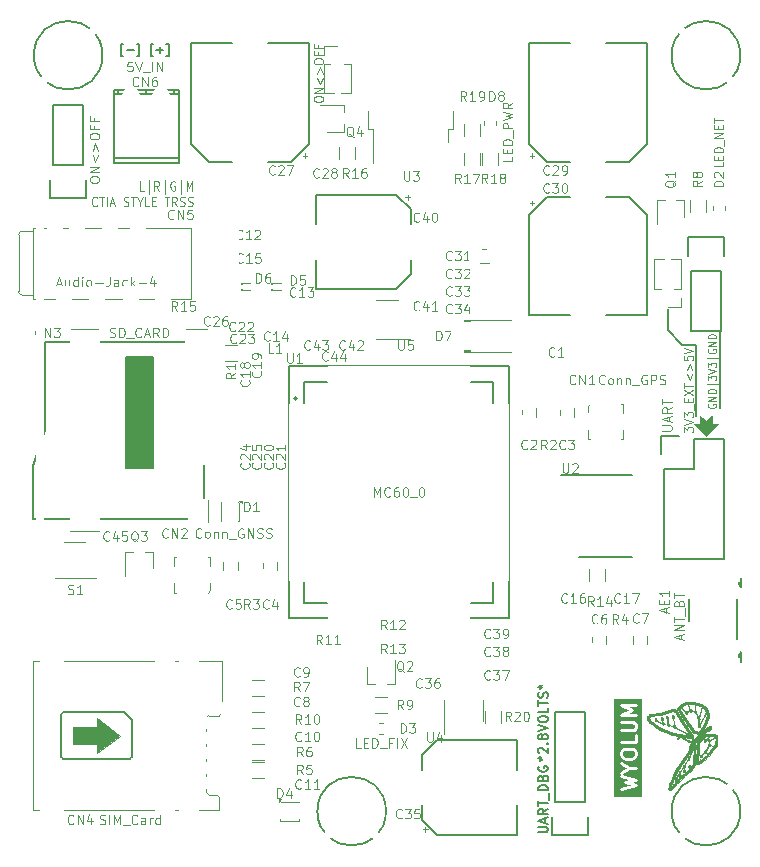
<source format=gto>
G04 #@! TF.GenerationSoftware,KiCad,Pcbnew,5.1.2-f72e74a~84~ubuntu18.04.1*
G04 #@! TF.CreationDate,2019-06-22T18:56:12+05:30*
G04 #@! TF.ProjectId,mc60,6d633630-2e6b-4696-9361-645f70636258,rev?*
G04 #@! TF.SameCoordinates,PX41cdb40PY7bfa480*
G04 #@! TF.FileFunction,Legend,Top*
G04 #@! TF.FilePolarity,Positive*
%FSLAX46Y46*%
G04 Gerber Fmt 4.6, Leading zero omitted, Abs format (unit mm)*
G04 Created by KiCad (PCBNEW 5.1.2-f72e74a~84~ubuntu18.04.1) date 2019-06-22 18:56:12*
%MOMM*%
%LPD*%
G04 APERTURE LIST*
%ADD10C,0.200000*%
%ADD11C,0.050000*%
%ADD12C,0.120000*%
%ADD13C,0.150000*%
%ADD14C,0.010000*%
%ADD15C,0.127000*%
%ADD16C,0.076200*%
%ADD17C,0.508000*%
%ADD18C,0.100000*%
%ADD19C,0.700000*%
%ADD20C,0.250000*%
%ADD21C,1.150000*%
%ADD22C,5.600000*%
%ADD23R,1.600000X1.500000*%
%ADD24R,1.400000X1.400000*%
%ADD25O,1.400000X1.400000*%
%ADD26R,0.900000X1.100000*%
%ADD27R,0.900000X1.000000*%
%ADD28R,0.800000X1.000000*%
%ADD29R,1.000000X0.800000*%
%ADD30R,4.400000X2.900000*%
%ADD31R,2.900000X4.400000*%
%ADD32R,1.650000X1.400000*%
%ADD33R,2.900000X1.100000*%
%ADD34R,1.100000X2.900000*%
%ADD35R,1.500000X1.500000*%
%ADD36R,4.200000X1.550000*%
%ADD37R,1.150000X1.600000*%
%ADD38O,2.432000X2.127200*%
%ADD39R,2.432000X2.127200*%
%ADD40R,1.000000X0.900000*%
%ADD41C,1.100000*%
%ADD42R,1.400000X1.650000*%
%ADD43C,1.250000*%
%ADD44R,2.000000X1.100000*%
%ADD45R,2.000000X1.600000*%
%ADD46R,2.600000X1.600000*%
%ADD47R,1.800000X2.000000*%
%ADD48R,1.550000X1.050000*%
%ADD49R,1.700000X0.850000*%
%ADD50R,2.100000X1.800000*%
%ADD51R,1.200000X0.940000*%
%ADD52C,2.400000*%
%ADD53R,1.400000X2.700000*%
%ADD54R,1.460000X0.610000*%
%ADD55R,0.460000X0.790000*%
%ADD56R,1.200000X1.200000*%
%ADD57R,0.610000X1.460000*%
%ADD58R,0.790000X0.460000*%
%ADD59R,0.560000X0.450000*%
%ADD60R,1.800000X2.400000*%
%ADD61O,2.127200X2.127200*%
%ADD62R,2.127200X2.127200*%
%ADD63R,1.100000X0.900000*%
%ADD64R,0.900000X1.300000*%
%ADD65R,1.300000X0.900000*%
%ADD66R,2.000000X0.750000*%
%ADD67R,7.500000X6.250000*%
%ADD68R,1.160000X2.600000*%
%ADD69R,1.000000X1.500000*%
%ADD70R,1.500000X1.000000*%
%ADD71C,1.400000*%
%ADD72R,1.100000X1.100000*%
%ADD73R,2.300000X1.150000*%
%ADD74R,2.600000X1.450000*%
%ADD75C,1.500000*%
%ADD76R,2.200000X2.600000*%
%ADD77O,2.200000X2.600000*%
G04 APERTURE END LIST*
D10*
X58200000Y43650000D02*
X58200000Y37100000D01*
X56150000Y42500000D02*
X56150000Y36500000D01*
X55000000Y42500000D02*
X56150000Y42500000D01*
X53750000Y43750000D02*
X53750000Y45500000D01*
X55000000Y42500000D02*
X53750000Y43750000D01*
X42811904Y7471429D02*
X43002380Y7471429D01*
X42926190Y7280953D02*
X43002380Y7471429D01*
X42926190Y7661905D01*
X43154761Y7357143D02*
X43002380Y7471429D01*
X43154761Y7585715D01*
X42888095Y7928572D02*
X42850000Y7966667D01*
X42811904Y8042858D01*
X42811904Y8233334D01*
X42850000Y8309524D01*
X42888095Y8347620D01*
X42964285Y8385715D01*
X43040476Y8385715D01*
X43154761Y8347620D01*
X43611904Y7890477D01*
X43611904Y8385715D01*
X43535714Y8728572D02*
X43573809Y8766667D01*
X43611904Y8728572D01*
X43573809Y8690477D01*
X43535714Y8728572D01*
X43611904Y8728572D01*
X43154761Y9223810D02*
X43116666Y9147620D01*
X43078571Y9109524D01*
X43002380Y9071429D01*
X42964285Y9071429D01*
X42888095Y9109524D01*
X42850000Y9147620D01*
X42811904Y9223810D01*
X42811904Y9376191D01*
X42850000Y9452381D01*
X42888095Y9490477D01*
X42964285Y9528572D01*
X43002380Y9528572D01*
X43078571Y9490477D01*
X43116666Y9452381D01*
X43154761Y9376191D01*
X43154761Y9223810D01*
X43192857Y9147620D01*
X43230952Y9109524D01*
X43307142Y9071429D01*
X43459523Y9071429D01*
X43535714Y9109524D01*
X43573809Y9147620D01*
X43611904Y9223810D01*
X43611904Y9376191D01*
X43573809Y9452381D01*
X43535714Y9490477D01*
X43459523Y9528572D01*
X43307142Y9528572D01*
X43230952Y9490477D01*
X43192857Y9452381D01*
X43154761Y9376191D01*
X42811904Y9757143D02*
X43611904Y10023810D01*
X42811904Y10290477D01*
X42811904Y10709524D02*
X42811904Y10861905D01*
X42850000Y10938096D01*
X42926190Y11014286D01*
X43078571Y11052381D01*
X43345238Y11052381D01*
X43497619Y11014286D01*
X43573809Y10938096D01*
X43611904Y10861905D01*
X43611904Y10709524D01*
X43573809Y10633334D01*
X43497619Y10557143D01*
X43345238Y10519048D01*
X43078571Y10519048D01*
X42926190Y10557143D01*
X42850000Y10633334D01*
X42811904Y10709524D01*
X43611904Y11776191D02*
X43611904Y11395239D01*
X42811904Y11395239D01*
X42811904Y11928572D02*
X42811904Y12385715D01*
X43611904Y12157143D02*
X42811904Y12157143D01*
X43573809Y12614286D02*
X43611904Y12728572D01*
X43611904Y12919048D01*
X43573809Y12995239D01*
X43535714Y13033334D01*
X43459523Y13071429D01*
X43383333Y13071429D01*
X43307142Y13033334D01*
X43269047Y12995239D01*
X43230952Y12919048D01*
X43192857Y12766667D01*
X43154761Y12690477D01*
X43116666Y12652381D01*
X43040476Y12614286D01*
X42964285Y12614286D01*
X42888095Y12652381D01*
X42850000Y12690477D01*
X42811904Y12766667D01*
X42811904Y12957143D01*
X42850000Y13071429D01*
X42811904Y13528572D02*
X43002380Y13528572D01*
X42926190Y13338096D02*
X43002380Y13528572D01*
X42926190Y13719048D01*
X43154761Y13414286D02*
X43002380Y13528572D01*
X43154761Y13642858D01*
D11*
G36*
X51500001Y4250001D02*
G01*
X49250000Y4250000D01*
X49250000Y12500000D01*
X51500000Y12500000D01*
X51500001Y4250001D01*
G37*
X51500001Y4250001D02*
X49250000Y4250000D01*
X49250000Y12500000D01*
X51500000Y12500000D01*
X51500001Y4250001D01*
D12*
X9405333Y55548096D02*
X9072000Y55548096D01*
X9072000Y56348096D01*
X9805333Y55281429D02*
X9805333Y56424286D01*
X10705333Y55548096D02*
X10472000Y55929048D01*
X10305333Y55548096D02*
X10305333Y56348096D01*
X10572000Y56348096D01*
X10638666Y56310000D01*
X10672000Y56271905D01*
X10705333Y56195715D01*
X10705333Y56081429D01*
X10672000Y56005239D01*
X10638666Y55967143D01*
X10572000Y55929048D01*
X10305333Y55929048D01*
X11172000Y55281429D02*
X11172000Y56424286D01*
X12038666Y56310000D02*
X11972000Y56348096D01*
X11872000Y56348096D01*
X11772000Y56310000D01*
X11705333Y56233810D01*
X11672000Y56157620D01*
X11638666Y56005239D01*
X11638666Y55890953D01*
X11672000Y55738572D01*
X11705333Y55662381D01*
X11772000Y55586191D01*
X11872000Y55548096D01*
X11938666Y55548096D01*
X12038666Y55586191D01*
X12072000Y55624286D01*
X12072000Y55890953D01*
X11938666Y55890953D01*
X12538666Y55281429D02*
X12538666Y56424286D01*
X13038666Y55548096D02*
X13038666Y56348096D01*
X13272000Y55776667D01*
X13505333Y56348096D01*
X13505333Y55548096D01*
X5438666Y54304286D02*
X5405333Y54266191D01*
X5305333Y54228096D01*
X5238666Y54228096D01*
X5138666Y54266191D01*
X5072000Y54342381D01*
X5038666Y54418572D01*
X5005333Y54570953D01*
X5005333Y54685239D01*
X5038666Y54837620D01*
X5072000Y54913810D01*
X5138666Y54990000D01*
X5238666Y55028096D01*
X5305333Y55028096D01*
X5405333Y54990000D01*
X5438666Y54951905D01*
X5638666Y55028096D02*
X6038666Y55028096D01*
X5838666Y54228096D02*
X5838666Y55028096D01*
X6272000Y54228096D02*
X6272000Y55028096D01*
X6572000Y54456667D02*
X6905333Y54456667D01*
X6505333Y54228096D02*
X6738666Y55028096D01*
X6972000Y54228096D01*
X7705333Y54266191D02*
X7805333Y54228096D01*
X7972000Y54228096D01*
X8038666Y54266191D01*
X8072000Y54304286D01*
X8105333Y54380477D01*
X8105333Y54456667D01*
X8072000Y54532858D01*
X8038666Y54570953D01*
X7972000Y54609048D01*
X7838666Y54647143D01*
X7772000Y54685239D01*
X7738666Y54723334D01*
X7705333Y54799524D01*
X7705333Y54875715D01*
X7738666Y54951905D01*
X7772000Y54990000D01*
X7838666Y55028096D01*
X8005333Y55028096D01*
X8105333Y54990000D01*
X8305333Y55028096D02*
X8705333Y55028096D01*
X8505333Y54228096D02*
X8505333Y55028096D01*
X9072000Y54609048D02*
X9072000Y54228096D01*
X8838666Y55028096D02*
X9072000Y54609048D01*
X9305333Y55028096D01*
X9872000Y54228096D02*
X9538666Y54228096D01*
X9538666Y55028096D01*
X10105333Y54647143D02*
X10338666Y54647143D01*
X10438666Y54228096D02*
X10105333Y54228096D01*
X10105333Y55028096D01*
X10438666Y55028096D01*
X11172000Y55028096D02*
X11572000Y55028096D01*
X11372000Y54228096D02*
X11372000Y55028096D01*
X12205333Y54228096D02*
X11972000Y54609048D01*
X11805333Y54228096D02*
X11805333Y55028096D01*
X12072000Y55028096D01*
X12138666Y54990000D01*
X12172000Y54951905D01*
X12205333Y54875715D01*
X12205333Y54761429D01*
X12172000Y54685239D01*
X12138666Y54647143D01*
X12072000Y54609048D01*
X11805333Y54609048D01*
X12472000Y54266191D02*
X12572000Y54228096D01*
X12738666Y54228096D01*
X12805333Y54266191D01*
X12838666Y54304286D01*
X12872000Y54380477D01*
X12872000Y54456667D01*
X12838666Y54532858D01*
X12805333Y54570953D01*
X12738666Y54609048D01*
X12605333Y54647143D01*
X12538666Y54685239D01*
X12505333Y54723334D01*
X12472000Y54799524D01*
X12472000Y54875715D01*
X12505333Y54951905D01*
X12538666Y54990000D01*
X12605333Y55028096D01*
X12772000Y55028096D01*
X12872000Y54990000D01*
X13138666Y54266191D02*
X13238666Y54228096D01*
X13405333Y54228096D01*
X13472000Y54266191D01*
X13505333Y54304286D01*
X13538666Y54380477D01*
X13538666Y54456667D01*
X13505333Y54532858D01*
X13472000Y54570953D01*
X13405333Y54609048D01*
X13272000Y54647143D01*
X13205333Y54685239D01*
X13172000Y54723334D01*
X13138666Y54799524D01*
X13138666Y54875715D01*
X13172000Y54951905D01*
X13205333Y54990000D01*
X13272000Y55028096D01*
X13438666Y55028096D01*
X13538666Y54990000D01*
D11*
G36*
X57500000Y35750000D02*
G01*
X58000000Y35750000D01*
X57000000Y34750000D01*
X56000000Y35750000D01*
X56500000Y35750000D01*
X56500000Y36500000D01*
X57000000Y36000000D01*
X57500000Y36500000D01*
X57500000Y35750000D01*
G37*
X57500000Y35750000D02*
X58000000Y35750000D01*
X57000000Y34750000D01*
X56000000Y35750000D01*
X56500000Y35750000D01*
X56500000Y36500000D01*
X57000000Y36000000D01*
X57500000Y36500000D01*
X57500000Y35750000D01*
D12*
X57200000Y37478572D02*
X57166666Y37421429D01*
X57166666Y37335715D01*
X57200000Y37250000D01*
X57266666Y37192858D01*
X57333333Y37164286D01*
X57466666Y37135715D01*
X57566666Y37135715D01*
X57700000Y37164286D01*
X57766666Y37192858D01*
X57833333Y37250000D01*
X57866666Y37335715D01*
X57866666Y37392858D01*
X57833333Y37478572D01*
X57800000Y37507143D01*
X57566666Y37507143D01*
X57566666Y37392858D01*
X57866666Y37764286D02*
X57166666Y37764286D01*
X57866666Y38107143D01*
X57166666Y38107143D01*
X57866666Y38392858D02*
X57166666Y38392858D01*
X57166666Y38535715D01*
X57200000Y38621429D01*
X57266666Y38678572D01*
X57333333Y38707143D01*
X57466666Y38735715D01*
X57566666Y38735715D01*
X57700000Y38707143D01*
X57766666Y38678572D01*
X57833333Y38621429D01*
X57866666Y38535715D01*
X57866666Y38392858D01*
X58100000Y39135715D02*
X57100000Y39135715D01*
X57166666Y39507143D02*
X57166666Y39878572D01*
X57433333Y39678572D01*
X57433333Y39764286D01*
X57466666Y39821429D01*
X57500000Y39850000D01*
X57566666Y39878572D01*
X57733333Y39878572D01*
X57800000Y39850000D01*
X57833333Y39821429D01*
X57866666Y39764286D01*
X57866666Y39592858D01*
X57833333Y39535715D01*
X57800000Y39507143D01*
X57166666Y40050000D02*
X57866666Y40250000D01*
X57166666Y40450000D01*
X57166666Y40592858D02*
X57166666Y40964286D01*
X57433333Y40764286D01*
X57433333Y40850000D01*
X57466666Y40907143D01*
X57500000Y40935715D01*
X57566666Y40964286D01*
X57733333Y40964286D01*
X57800000Y40935715D01*
X57833333Y40907143D01*
X57866666Y40850000D01*
X57866666Y40678572D01*
X57833333Y40621429D01*
X57800000Y40592858D01*
X58100000Y41364286D02*
X57100000Y41364286D01*
X57200000Y42107143D02*
X57166666Y42050000D01*
X57166666Y41964286D01*
X57200000Y41878572D01*
X57266666Y41821429D01*
X57333333Y41792858D01*
X57466666Y41764286D01*
X57566666Y41764286D01*
X57700000Y41792858D01*
X57766666Y41821429D01*
X57833333Y41878572D01*
X57866666Y41964286D01*
X57866666Y42021429D01*
X57833333Y42107143D01*
X57800000Y42135715D01*
X57566666Y42135715D01*
X57566666Y42021429D01*
X57866666Y42392858D02*
X57166666Y42392858D01*
X57866666Y42735715D01*
X57166666Y42735715D01*
X57866666Y43021429D02*
X57166666Y43021429D01*
X57166666Y43164286D01*
X57200000Y43250000D01*
X57266666Y43307143D01*
X57333333Y43335715D01*
X57466666Y43364286D01*
X57566666Y43364286D01*
X57700000Y43335715D01*
X57766666Y43307143D01*
X57833333Y43250000D01*
X57866666Y43164286D01*
X57866666Y43021429D01*
X23811904Y63233334D02*
X23811904Y63366667D01*
X23850000Y63433334D01*
X23926190Y63500000D01*
X24078571Y63533334D01*
X24345238Y63533334D01*
X24497619Y63500000D01*
X24573809Y63433334D01*
X24611904Y63366667D01*
X24611904Y63233334D01*
X24573809Y63166667D01*
X24497619Y63100000D01*
X24345238Y63066667D01*
X24078571Y63066667D01*
X23926190Y63100000D01*
X23850000Y63166667D01*
X23811904Y63233334D01*
X24611904Y63833334D02*
X23811904Y63833334D01*
X24611904Y64233334D01*
X23811904Y64233334D01*
X24078571Y65100000D02*
X24307142Y64566667D01*
X24535714Y65100000D01*
X24078571Y65433334D02*
X24307142Y65966667D01*
X24535714Y65433334D01*
X23811904Y66433334D02*
X23811904Y66566667D01*
X23850000Y66633334D01*
X23926190Y66700000D01*
X24078571Y66733334D01*
X24345238Y66733334D01*
X24497619Y66700000D01*
X24573809Y66633334D01*
X24611904Y66566667D01*
X24611904Y66433334D01*
X24573809Y66366667D01*
X24497619Y66300000D01*
X24345238Y66266667D01*
X24078571Y66266667D01*
X23926190Y66300000D01*
X23850000Y66366667D01*
X23811904Y66433334D01*
X24192857Y67266667D02*
X24192857Y67033334D01*
X24611904Y67033334D02*
X23811904Y67033334D01*
X23811904Y67366667D01*
X24192857Y67866667D02*
X24192857Y67633334D01*
X24611904Y67633334D02*
X23811904Y67633334D01*
X23811904Y67966667D01*
D13*
X7678571Y66910715D02*
X7500000Y66910715D01*
X7500000Y67982143D01*
X7678571Y67982143D01*
X7964285Y67446429D02*
X8535714Y67446429D01*
X8821428Y66910715D02*
X9000000Y66910715D01*
X9000000Y67982143D01*
X8821428Y67982143D01*
X10178571Y66910715D02*
X10000000Y66910715D01*
X10000000Y67982143D01*
X10178571Y67982143D01*
X10464285Y67446429D02*
X11035714Y67446429D01*
X10750000Y67160715D02*
X10750000Y67732143D01*
X11321428Y66910715D02*
X11500000Y66910715D01*
X11500000Y67982143D01*
X11321428Y67982143D01*
X59901724Y67000000D02*
G75*
G03X59901724Y67000000I-2901724J0D01*
G01*
X5901724Y67000000D02*
G75*
G03X5901724Y67000000I-2901724J0D01*
G01*
X59901724Y3000000D02*
G75*
G03X59901724Y3000000I-2901724J0D01*
G01*
X29901724Y3000000D02*
G75*
G03X29901724Y3000000I-2901724J0D01*
G01*
D12*
X5350000Y25750000D02*
X1850000Y25750000D01*
X1850000Y22750000D02*
X5350000Y22750000D01*
D14*
G36*
X52659174Y10801466D02*
G01*
X52663188Y10819960D01*
X52667367Y10829807D01*
X52673823Y10840791D01*
X52681184Y10847642D01*
X52692408Y10852794D01*
X52697417Y10854521D01*
X52709887Y10858371D01*
X52718300Y10859516D01*
X52726080Y10857912D01*
X52735503Y10854021D01*
X52748242Y10845850D01*
X52763162Y10832381D01*
X52778804Y10815368D01*
X52793708Y10796564D01*
X52806414Y10777724D01*
X52815462Y10760602D01*
X52817392Y10755641D01*
X52822132Y10742839D01*
X52826422Y10732899D01*
X52828698Y10728885D01*
X52832558Y10721155D01*
X52836915Y10707776D01*
X52841200Y10690964D01*
X52844844Y10672933D01*
X52847159Y10657015D01*
X52850017Y10638652D01*
X52854645Y10626475D01*
X52862394Y10618746D01*
X52874616Y10613726D01*
X52882294Y10611806D01*
X52896716Y10607775D01*
X52903329Y10603775D01*
X52902263Y10599621D01*
X52893643Y10595122D01*
X52893586Y10595100D01*
X52881494Y10592944D01*
X52864798Y10594476D01*
X52860728Y10595226D01*
X52834042Y10597447D01*
X52816781Y10595456D01*
X52798012Y10593779D01*
X52780615Y10596575D01*
X52762810Y10604461D01*
X52758205Y10607592D01*
X52758205Y10692215D01*
X52763093Y10694325D01*
X52764122Y10695144D01*
X52773074Y10707401D01*
X52777542Y10724421D01*
X52777329Y10744287D01*
X52772240Y10765083D01*
X52771469Y10767105D01*
X52767657Y10771689D01*
X52759350Y10775812D01*
X52745371Y10779923D01*
X52727356Y10783904D01*
X52715374Y10783195D01*
X52706445Y10776754D01*
X52700834Y10766279D01*
X52698808Y10753471D01*
X52700632Y10740029D01*
X52706573Y10727652D01*
X52716896Y10718040D01*
X52717037Y10717955D01*
X52727236Y10711366D01*
X52739326Y10702961D01*
X52742677Y10700522D01*
X52752216Y10694076D01*
X52758205Y10692215D01*
X52758205Y10607592D01*
X52742817Y10618055D01*
X52735808Y10623597D01*
X52720731Y10637602D01*
X52707418Y10653210D01*
X52697142Y10668622D01*
X52691174Y10682038D01*
X52690188Y10688106D01*
X52687644Y10695009D01*
X52681419Y10703737D01*
X52680393Y10704878D01*
X52674716Y10711394D01*
X52670840Y10717589D01*
X52667965Y10725590D01*
X52665286Y10737526D01*
X52662628Y10752002D01*
X52659022Y10779391D01*
X52659174Y10801466D01*
X52659174Y10801466D01*
G37*
X52659174Y10801466D02*
X52663188Y10819960D01*
X52667367Y10829807D01*
X52673823Y10840791D01*
X52681184Y10847642D01*
X52692408Y10852794D01*
X52697417Y10854521D01*
X52709887Y10858371D01*
X52718300Y10859516D01*
X52726080Y10857912D01*
X52735503Y10854021D01*
X52748242Y10845850D01*
X52763162Y10832381D01*
X52778804Y10815368D01*
X52793708Y10796564D01*
X52806414Y10777724D01*
X52815462Y10760602D01*
X52817392Y10755641D01*
X52822132Y10742839D01*
X52826422Y10732899D01*
X52828698Y10728885D01*
X52832558Y10721155D01*
X52836915Y10707776D01*
X52841200Y10690964D01*
X52844844Y10672933D01*
X52847159Y10657015D01*
X52850017Y10638652D01*
X52854645Y10626475D01*
X52862394Y10618746D01*
X52874616Y10613726D01*
X52882294Y10611806D01*
X52896716Y10607775D01*
X52903329Y10603775D01*
X52902263Y10599621D01*
X52893643Y10595122D01*
X52893586Y10595100D01*
X52881494Y10592944D01*
X52864798Y10594476D01*
X52860728Y10595226D01*
X52834042Y10597447D01*
X52816781Y10595456D01*
X52798012Y10593779D01*
X52780615Y10596575D01*
X52762810Y10604461D01*
X52758205Y10607592D01*
X52758205Y10692215D01*
X52763093Y10694325D01*
X52764122Y10695144D01*
X52773074Y10707401D01*
X52777542Y10724421D01*
X52777329Y10744287D01*
X52772240Y10765083D01*
X52771469Y10767105D01*
X52767657Y10771689D01*
X52759350Y10775812D01*
X52745371Y10779923D01*
X52727356Y10783904D01*
X52715374Y10783195D01*
X52706445Y10776754D01*
X52700834Y10766279D01*
X52698808Y10753471D01*
X52700632Y10740029D01*
X52706573Y10727652D01*
X52716896Y10718040D01*
X52717037Y10717955D01*
X52727236Y10711366D01*
X52739326Y10702961D01*
X52742677Y10700522D01*
X52752216Y10694076D01*
X52758205Y10692215D01*
X52758205Y10607592D01*
X52742817Y10618055D01*
X52735808Y10623597D01*
X52720731Y10637602D01*
X52707418Y10653210D01*
X52697142Y10668622D01*
X52691174Y10682038D01*
X52690188Y10688106D01*
X52687644Y10695009D01*
X52681419Y10703737D01*
X52680393Y10704878D01*
X52674716Y10711394D01*
X52670840Y10717589D01*
X52667965Y10725590D01*
X52665286Y10737526D01*
X52662628Y10752002D01*
X52659022Y10779391D01*
X52659174Y10801466D01*
G36*
X52944418Y10571597D02*
G01*
X52945491Y10572099D01*
X52955535Y10574256D01*
X52970445Y10573261D01*
X52978050Y10571999D01*
X52995008Y10568165D01*
X53004322Y10564282D01*
X53006282Y10560206D01*
X53005108Y10558524D01*
X52999974Y10557095D01*
X52989394Y10556133D01*
X52978253Y10555866D01*
X52958131Y10556670D01*
X52944286Y10558843D01*
X52937118Y10562188D01*
X52937028Y10566506D01*
X52944418Y10571597D01*
X52944418Y10571597D01*
G37*
X52944418Y10571597D02*
X52945491Y10572099D01*
X52955535Y10574256D01*
X52970445Y10573261D01*
X52978050Y10571999D01*
X52995008Y10568165D01*
X53004322Y10564282D01*
X53006282Y10560206D01*
X53005108Y10558524D01*
X52999974Y10557095D01*
X52989394Y10556133D01*
X52978253Y10555866D01*
X52958131Y10556670D01*
X52944286Y10558843D01*
X52937118Y10562188D01*
X52937028Y10566506D01*
X52944418Y10571597D01*
G36*
X53040557Y10526505D02*
G01*
X53048382Y10530247D01*
X53061220Y10532545D01*
X53076231Y10533124D01*
X53090576Y10531712D01*
X53091850Y10531453D01*
X53106386Y10527406D01*
X53113058Y10523198D01*
X53111835Y10518853D01*
X53110285Y10517744D01*
X53102835Y10515543D01*
X53091454Y10514807D01*
X53077979Y10515305D01*
X53064248Y10516807D01*
X53052097Y10519081D01*
X53043364Y10521898D01*
X53039886Y10525025D01*
X53040557Y10526505D01*
X53040557Y10526505D01*
G37*
X53040557Y10526505D02*
X53048382Y10530247D01*
X53061220Y10532545D01*
X53076231Y10533124D01*
X53090576Y10531712D01*
X53091850Y10531453D01*
X53106386Y10527406D01*
X53113058Y10523198D01*
X53111835Y10518853D01*
X53110285Y10517744D01*
X53102835Y10515543D01*
X53091454Y10514807D01*
X53077979Y10515305D01*
X53064248Y10516807D01*
X53052097Y10519081D01*
X53043364Y10521898D01*
X53039886Y10525025D01*
X53040557Y10526505D01*
G36*
X53140948Y10488511D02*
G01*
X53147735Y10490471D01*
X53160226Y10492291D01*
X53174326Y10492376D01*
X53188322Y10491029D01*
X53200501Y10488555D01*
X53209149Y10485258D01*
X53212552Y10481444D01*
X53211483Y10479149D01*
X53205395Y10477160D01*
X53193964Y10476287D01*
X53179690Y10476422D01*
X53165073Y10477456D01*
X53152612Y10479279D01*
X53144807Y10481785D01*
X53144381Y10482067D01*
X53139501Y10486205D01*
X53140948Y10488511D01*
X53140948Y10488511D01*
G37*
X53140948Y10488511D02*
X53147735Y10490471D01*
X53160226Y10492291D01*
X53174326Y10492376D01*
X53188322Y10491029D01*
X53200501Y10488555D01*
X53209149Y10485258D01*
X53212552Y10481444D01*
X53211483Y10479149D01*
X53205395Y10477160D01*
X53193964Y10476287D01*
X53179690Y10476422D01*
X53165073Y10477456D01*
X53152612Y10479279D01*
X53144807Y10481785D01*
X53144381Y10482067D01*
X53139501Y10486205D01*
X53140948Y10488511D01*
G36*
X53168315Y10919692D02*
G01*
X53173854Y10939068D01*
X53177556Y10946734D01*
X53188489Y10966578D01*
X53209056Y10966044D01*
X53224803Y10964303D01*
X53237315Y10959055D01*
X53244663Y10953946D01*
X53256496Y10945194D01*
X53267886Y10937303D01*
X53270868Y10935373D01*
X53279473Y10927254D01*
X53287329Y10915543D01*
X53289166Y10911722D01*
X53296301Y10897959D01*
X53304949Y10884919D01*
X53306829Y10882567D01*
X53320516Y10860537D01*
X53329240Y10833677D01*
X53332621Y10803638D01*
X53331085Y10777393D01*
X53328401Y10763809D01*
X53323568Y10753755D01*
X53314681Y10743686D01*
X53311182Y10740359D01*
X53299790Y10727691D01*
X53291580Y10713194D01*
X53286135Y10695433D01*
X53283041Y10672971D01*
X53281881Y10644373D01*
X53281847Y10639070D01*
X53281955Y10619370D01*
X53282568Y10605966D01*
X53283933Y10597218D01*
X53286293Y10591489D01*
X53289567Y10587464D01*
X53298073Y10581571D01*
X53305038Y10579625D01*
X53312641Y10576950D01*
X53321855Y10570325D01*
X53323919Y10568376D01*
X53334400Y10559224D01*
X53347433Y10549530D01*
X53352309Y10546307D01*
X53366166Y10534898D01*
X53375034Y10522113D01*
X53375222Y10521671D01*
X53382293Y10509447D01*
X53391837Y10498062D01*
X53392856Y10497108D01*
X53399133Y10490152D01*
X53404203Y10480998D01*
X53408884Y10467765D01*
X53413993Y10448576D01*
X53413998Y10448556D01*
X53420453Y10424236D01*
X53426445Y10406561D01*
X53432573Y10394312D01*
X53439436Y10386268D01*
X53446929Y10381527D01*
X53455364Y10379121D01*
X53469604Y10376577D01*
X53487530Y10374226D01*
X53503746Y10372654D01*
X53526272Y10370458D01*
X53542197Y10368111D01*
X53551239Y10365717D01*
X53553115Y10363379D01*
X53547542Y10361199D01*
X53538987Y10359815D01*
X53527846Y10358713D01*
X53511240Y10357416D01*
X53491635Y10356106D01*
X53476000Y10355199D01*
X53449159Y10353114D01*
X53429042Y10350031D01*
X53414475Y10345762D01*
X53412988Y10345136D01*
X53389044Y10338229D01*
X53364664Y10337513D01*
X53352700Y10340104D01*
X53352700Y10395833D01*
X53358451Y10397626D01*
X53363288Y10405762D01*
X53366982Y10415417D01*
X53372016Y10437094D01*
X53371341Y10456596D01*
X53368400Y10465904D01*
X53362563Y10472662D01*
X53351925Y10480648D01*
X53339116Y10488292D01*
X53326763Y10494026D01*
X53317506Y10496281D01*
X53310384Y10493790D01*
X53304664Y10489713D01*
X53299692Y10480917D01*
X53297274Y10467878D01*
X53297426Y10453668D01*
X53300166Y10441360D01*
X53304352Y10434846D01*
X53310797Y10429275D01*
X53320942Y10420377D01*
X53332262Y10410370D01*
X53344487Y10400155D01*
X53352700Y10395833D01*
X53352700Y10340104D01*
X53341448Y10342541D01*
X53320998Y10352862D01*
X53304914Y10368029D01*
X53299137Y10377047D01*
X53292664Y10388894D01*
X53286771Y10397845D01*
X53279710Y10405941D01*
X53274493Y10410795D01*
X53274493Y10798867D01*
X53277790Y10802959D01*
X53282422Y10811990D01*
X53287271Y10823349D01*
X53291220Y10834426D01*
X53293130Y10842398D01*
X53290627Y10846806D01*
X53286808Y10850335D01*
X53280884Y10855608D01*
X53271416Y10864763D01*
X53260331Y10875930D01*
X53259018Y10877281D01*
X53248224Y10888231D01*
X53241176Y10894316D01*
X53236127Y10896394D01*
X53231326Y10895325D01*
X53226953Y10893041D01*
X53220257Y10887993D01*
X53216042Y10880504D01*
X53213074Y10868124D01*
X53212406Y10864120D01*
X53210798Y10843828D01*
X53214033Y10828891D01*
X53222982Y10817794D01*
X53238514Y10809019D01*
X53245596Y10806241D01*
X53258807Y10801880D01*
X53269308Y10799240D01*
X53274493Y10798867D01*
X53274493Y10410795D01*
X53269735Y10415223D01*
X53257424Y10425769D01*
X53235300Y10444461D01*
X53238307Y10463425D01*
X53241344Y10478094D01*
X53245927Y10495466D01*
X53249240Y10506203D01*
X53256925Y10529534D01*
X53262383Y10547404D01*
X53265934Y10561869D01*
X53267895Y10574986D01*
X53268584Y10588812D01*
X53268319Y10605404D01*
X53267527Y10624445D01*
X53266096Y10646838D01*
X53263960Y10668965D01*
X53261408Y10688263D01*
X53258753Y10702070D01*
X53254472Y10716724D01*
X53249728Y10726223D01*
X53242861Y10733259D01*
X53236916Y10737496D01*
X53225945Y10746574D01*
X53217252Y10756869D01*
X53215484Y10759910D01*
X53208598Y10770307D01*
X53198746Y10781345D01*
X53195578Y10784285D01*
X53188824Y10790851D01*
X53184026Y10797852D01*
X53180311Y10807311D01*
X53176807Y10821253D01*
X53174185Y10833894D01*
X53168512Y10868144D01*
X53166545Y10896397D01*
X53168315Y10919692D01*
X53168315Y10919692D01*
G37*
X53168315Y10919692D02*
X53173854Y10939068D01*
X53177556Y10946734D01*
X53188489Y10966578D01*
X53209056Y10966044D01*
X53224803Y10964303D01*
X53237315Y10959055D01*
X53244663Y10953946D01*
X53256496Y10945194D01*
X53267886Y10937303D01*
X53270868Y10935373D01*
X53279473Y10927254D01*
X53287329Y10915543D01*
X53289166Y10911722D01*
X53296301Y10897959D01*
X53304949Y10884919D01*
X53306829Y10882567D01*
X53320516Y10860537D01*
X53329240Y10833677D01*
X53332621Y10803638D01*
X53331085Y10777393D01*
X53328401Y10763809D01*
X53323568Y10753755D01*
X53314681Y10743686D01*
X53311182Y10740359D01*
X53299790Y10727691D01*
X53291580Y10713194D01*
X53286135Y10695433D01*
X53283041Y10672971D01*
X53281881Y10644373D01*
X53281847Y10639070D01*
X53281955Y10619370D01*
X53282568Y10605966D01*
X53283933Y10597218D01*
X53286293Y10591489D01*
X53289567Y10587464D01*
X53298073Y10581571D01*
X53305038Y10579625D01*
X53312641Y10576950D01*
X53321855Y10570325D01*
X53323919Y10568376D01*
X53334400Y10559224D01*
X53347433Y10549530D01*
X53352309Y10546307D01*
X53366166Y10534898D01*
X53375034Y10522113D01*
X53375222Y10521671D01*
X53382293Y10509447D01*
X53391837Y10498062D01*
X53392856Y10497108D01*
X53399133Y10490152D01*
X53404203Y10480998D01*
X53408884Y10467765D01*
X53413993Y10448576D01*
X53413998Y10448556D01*
X53420453Y10424236D01*
X53426445Y10406561D01*
X53432573Y10394312D01*
X53439436Y10386268D01*
X53446929Y10381527D01*
X53455364Y10379121D01*
X53469604Y10376577D01*
X53487530Y10374226D01*
X53503746Y10372654D01*
X53526272Y10370458D01*
X53542197Y10368111D01*
X53551239Y10365717D01*
X53553115Y10363379D01*
X53547542Y10361199D01*
X53538987Y10359815D01*
X53527846Y10358713D01*
X53511240Y10357416D01*
X53491635Y10356106D01*
X53476000Y10355199D01*
X53449159Y10353114D01*
X53429042Y10350031D01*
X53414475Y10345762D01*
X53412988Y10345136D01*
X53389044Y10338229D01*
X53364664Y10337513D01*
X53352700Y10340104D01*
X53352700Y10395833D01*
X53358451Y10397626D01*
X53363288Y10405762D01*
X53366982Y10415417D01*
X53372016Y10437094D01*
X53371341Y10456596D01*
X53368400Y10465904D01*
X53362563Y10472662D01*
X53351925Y10480648D01*
X53339116Y10488292D01*
X53326763Y10494026D01*
X53317506Y10496281D01*
X53310384Y10493790D01*
X53304664Y10489713D01*
X53299692Y10480917D01*
X53297274Y10467878D01*
X53297426Y10453668D01*
X53300166Y10441360D01*
X53304352Y10434846D01*
X53310797Y10429275D01*
X53320942Y10420377D01*
X53332262Y10410370D01*
X53344487Y10400155D01*
X53352700Y10395833D01*
X53352700Y10340104D01*
X53341448Y10342541D01*
X53320998Y10352862D01*
X53304914Y10368029D01*
X53299137Y10377047D01*
X53292664Y10388894D01*
X53286771Y10397845D01*
X53279710Y10405941D01*
X53274493Y10410795D01*
X53274493Y10798867D01*
X53277790Y10802959D01*
X53282422Y10811990D01*
X53287271Y10823349D01*
X53291220Y10834426D01*
X53293130Y10842398D01*
X53290627Y10846806D01*
X53286808Y10850335D01*
X53280884Y10855608D01*
X53271416Y10864763D01*
X53260331Y10875930D01*
X53259018Y10877281D01*
X53248224Y10888231D01*
X53241176Y10894316D01*
X53236127Y10896394D01*
X53231326Y10895325D01*
X53226953Y10893041D01*
X53220257Y10887993D01*
X53216042Y10880504D01*
X53213074Y10868124D01*
X53212406Y10864120D01*
X53210798Y10843828D01*
X53214033Y10828891D01*
X53222982Y10817794D01*
X53238514Y10809019D01*
X53245596Y10806241D01*
X53258807Y10801880D01*
X53269308Y10799240D01*
X53274493Y10798867D01*
X53274493Y10410795D01*
X53269735Y10415223D01*
X53257424Y10425769D01*
X53235300Y10444461D01*
X53238307Y10463425D01*
X53241344Y10478094D01*
X53245927Y10495466D01*
X53249240Y10506203D01*
X53256925Y10529534D01*
X53262383Y10547404D01*
X53265934Y10561869D01*
X53267895Y10574986D01*
X53268584Y10588812D01*
X53268319Y10605404D01*
X53267527Y10624445D01*
X53266096Y10646838D01*
X53263960Y10668965D01*
X53261408Y10688263D01*
X53258753Y10702070D01*
X53254472Y10716724D01*
X53249728Y10726223D01*
X53242861Y10733259D01*
X53236916Y10737496D01*
X53225945Y10746574D01*
X53217252Y10756869D01*
X53215484Y10759910D01*
X53208598Y10770307D01*
X53198746Y10781345D01*
X53195578Y10784285D01*
X53188824Y10790851D01*
X53184026Y10797852D01*
X53180311Y10807311D01*
X53176807Y10821253D01*
X53174185Y10833894D01*
X53168512Y10868144D01*
X53166545Y10896397D01*
X53168315Y10919692D01*
G36*
X53740418Y10676488D02*
G01*
X53741243Y10694835D01*
X53741841Y10701507D01*
X53743632Y10718149D01*
X53745043Y10732049D01*
X53745868Y10741133D01*
X53745996Y10743179D01*
X53747629Y10744358D01*
X53750646Y10740486D01*
X53752007Y10734316D01*
X53753250Y10721596D01*
X53754348Y10703712D01*
X53755277Y10682049D01*
X53756008Y10657994D01*
X53756515Y10632933D01*
X53756773Y10608253D01*
X53756753Y10585340D01*
X53756430Y10565579D01*
X53755776Y10550358D01*
X53754767Y10541062D01*
X53754490Y10539937D01*
X53752080Y10533250D01*
X53750162Y10533718D01*
X53748296Y10537953D01*
X53746166Y10547211D01*
X53744262Y10562746D01*
X53742649Y10582897D01*
X53741392Y10606007D01*
X53740558Y10630415D01*
X53740212Y10654462D01*
X53740418Y10676488D01*
X53740418Y10676488D01*
G37*
X53740418Y10676488D02*
X53741243Y10694835D01*
X53741841Y10701507D01*
X53743632Y10718149D01*
X53745043Y10732049D01*
X53745868Y10741133D01*
X53745996Y10743179D01*
X53747629Y10744358D01*
X53750646Y10740486D01*
X53752007Y10734316D01*
X53753250Y10721596D01*
X53754348Y10703712D01*
X53755277Y10682049D01*
X53756008Y10657994D01*
X53756515Y10632933D01*
X53756773Y10608253D01*
X53756753Y10585340D01*
X53756430Y10565579D01*
X53755776Y10550358D01*
X53754767Y10541062D01*
X53754490Y10539937D01*
X53752080Y10533250D01*
X53750162Y10533718D01*
X53748296Y10537953D01*
X53746166Y10547211D01*
X53744262Y10562746D01*
X53742649Y10582897D01*
X53741392Y10606007D01*
X53740558Y10630415D01*
X53740212Y10654462D01*
X53740418Y10676488D01*
G36*
X53620774Y11002275D02*
G01*
X53624607Y11011929D01*
X53631499Y11023801D01*
X53643236Y11041171D01*
X53653888Y11052093D01*
X53665083Y11057582D01*
X53678449Y11058651D01*
X53686230Y11057875D01*
X53696487Y11056009D01*
X53704932Y11052857D01*
X53713500Y11047216D01*
X53724127Y11037881D01*
X53734486Y11027856D01*
X53748792Y11013097D01*
X53758570Y11000930D01*
X53765471Y10988964D01*
X53771146Y10974809D01*
X53771156Y10974781D01*
X53776807Y10960377D01*
X53782687Y10948147D01*
X53787208Y10941155D01*
X53795522Y10926834D01*
X53800014Y10908067D01*
X53800496Y10887467D01*
X53796779Y10867646D01*
X53793181Y10858629D01*
X53785733Y10846075D01*
X53775503Y10831807D01*
X53768667Y10823485D01*
X53759524Y10813416D01*
X53752911Y10808124D01*
X53746114Y10806425D01*
X53736420Y10807136D01*
X53732371Y10807665D01*
X53716810Y10810652D01*
X53713618Y10812264D01*
X53713618Y10895463D01*
X53720939Y10897437D01*
X53730087Y10902157D01*
X53739276Y10908738D01*
X53746316Y10915357D01*
X53749019Y10920191D01*
X53748888Y10920709D01*
X53747010Y10925293D01*
X53743175Y10935134D01*
X53738431Y10947527D01*
X53729473Y10967176D01*
X53720137Y10979140D01*
X53709856Y10983668D01*
X53698063Y10981008D01*
X53684193Y10971410D01*
X53684181Y10971400D01*
X53673703Y10962387D01*
X53680580Y10938734D01*
X53687759Y10917661D01*
X53695232Y10903862D01*
X53703637Y10896681D01*
X53713618Y10895463D01*
X53713618Y10812264D01*
X53706596Y10815813D01*
X53699143Y10825047D01*
X53693670Y10836104D01*
X53685664Y10849227D01*
X53675030Y10861003D01*
X53672611Y10863001D01*
X53659697Y10877294D01*
X53654391Y10890287D01*
X53650029Y10902804D01*
X53643171Y10918358D01*
X53636704Y10930974D01*
X53624657Y10959495D01*
X53620882Y10978599D01*
X53619809Y10992344D01*
X53620774Y11002275D01*
X53620774Y11002275D01*
G37*
X53620774Y11002275D02*
X53624607Y11011929D01*
X53631499Y11023801D01*
X53643236Y11041171D01*
X53653888Y11052093D01*
X53665083Y11057582D01*
X53678449Y11058651D01*
X53686230Y11057875D01*
X53696487Y11056009D01*
X53704932Y11052857D01*
X53713500Y11047216D01*
X53724127Y11037881D01*
X53734486Y11027856D01*
X53748792Y11013097D01*
X53758570Y11000930D01*
X53765471Y10988964D01*
X53771146Y10974809D01*
X53771156Y10974781D01*
X53776807Y10960377D01*
X53782687Y10948147D01*
X53787208Y10941155D01*
X53795522Y10926834D01*
X53800014Y10908067D01*
X53800496Y10887467D01*
X53796779Y10867646D01*
X53793181Y10858629D01*
X53785733Y10846075D01*
X53775503Y10831807D01*
X53768667Y10823485D01*
X53759524Y10813416D01*
X53752911Y10808124D01*
X53746114Y10806425D01*
X53736420Y10807136D01*
X53732371Y10807665D01*
X53716810Y10810652D01*
X53713618Y10812264D01*
X53713618Y10895463D01*
X53720939Y10897437D01*
X53730087Y10902157D01*
X53739276Y10908738D01*
X53746316Y10915357D01*
X53749019Y10920191D01*
X53748888Y10920709D01*
X53747010Y10925293D01*
X53743175Y10935134D01*
X53738431Y10947527D01*
X53729473Y10967176D01*
X53720137Y10979140D01*
X53709856Y10983668D01*
X53698063Y10981008D01*
X53684193Y10971410D01*
X53684181Y10971400D01*
X53673703Y10962387D01*
X53680580Y10938734D01*
X53687759Y10917661D01*
X53695232Y10903862D01*
X53703637Y10896681D01*
X53713618Y10895463D01*
X53713618Y10812264D01*
X53706596Y10815813D01*
X53699143Y10825047D01*
X53693670Y10836104D01*
X53685664Y10849227D01*
X53675030Y10861003D01*
X53672611Y10863001D01*
X53659697Y10877294D01*
X53654391Y10890287D01*
X53650029Y10902804D01*
X53643171Y10918358D01*
X53636704Y10930974D01*
X53624657Y10959495D01*
X53620882Y10978599D01*
X53619809Y10992344D01*
X53620774Y11002275D01*
G36*
X53691602Y10366746D02*
G01*
X53693532Y10391850D01*
X53696291Y10410966D01*
X53700553Y10426041D01*
X53706992Y10439023D01*
X53716281Y10451859D01*
X53724257Y10461148D01*
X53734400Y10473498D01*
X53742007Y10484630D01*
X53745757Y10492552D01*
X53745936Y10493805D01*
X53747571Y10503377D01*
X53749463Y10507707D01*
X53752482Y10509436D01*
X53755892Y10504465D01*
X53758032Y10499067D01*
X53765092Y10486975D01*
X53777262Y10478600D01*
X53778570Y10477996D01*
X53793548Y10467547D01*
X53804330Y10452900D01*
X53813807Y10438795D01*
X53825302Y10424983D01*
X53829362Y10420875D01*
X53840430Y10407562D01*
X53847801Y10393162D01*
X53848435Y10391109D01*
X53853054Y10379014D01*
X53860461Y10364231D01*
X53866806Y10353540D01*
X53874035Y10341729D01*
X53879093Y10332291D01*
X53880813Y10327593D01*
X53883177Y10322162D01*
X53889121Y10313537D01*
X53892076Y10309849D01*
X53898420Y10302932D01*
X53904776Y10298612D01*
X53913461Y10295985D01*
X53926788Y10294150D01*
X53934270Y10293403D01*
X53949507Y10291482D01*
X53961789Y10289077D01*
X53968858Y10286650D01*
X53969441Y10286209D01*
X53972230Y10282338D01*
X53971895Y10281686D01*
X53967393Y10281217D01*
X53956928Y10280210D01*
X53942441Y10278850D01*
X53936375Y10278288D01*
X53899909Y10271592D01*
X53868306Y10258666D01*
X53845094Y10242673D01*
X53836211Y10235730D01*
X53828959Y10232848D01*
X53819777Y10233175D01*
X53811462Y10234633D01*
X53793790Y10240363D01*
X53788762Y10243881D01*
X53788762Y10305781D01*
X53795351Y10307649D01*
X53804545Y10312179D01*
X53813627Y10317762D01*
X53819879Y10322789D01*
X53821142Y10324956D01*
X53820294Y10329938D01*
X53818217Y10340350D01*
X53815573Y10352932D01*
X53809526Y10373088D01*
X53801595Y10386713D01*
X53800364Y10388033D01*
X53793194Y10394350D01*
X53787457Y10395434D01*
X53779311Y10391981D01*
X53779135Y10391890D01*
X53768203Y10384765D01*
X53759983Y10377459D01*
X53755834Y10372379D01*
X53754280Y10367555D01*
X53755301Y10360528D01*
X53758873Y10348841D01*
X53759706Y10346295D01*
X53767219Y10327814D01*
X53775723Y10314282D01*
X53784392Y10306852D01*
X53788762Y10305781D01*
X53788762Y10243881D01*
X53778186Y10251281D01*
X53775744Y10253531D01*
X53764475Y10263534D01*
X53753544Y10272186D01*
X53748852Y10275404D01*
X53741255Y10281724D01*
X53737943Y10287696D01*
X53737938Y10287875D01*
X53734855Y10296004D01*
X53727086Y10305865D01*
X53716847Y10315271D01*
X53706357Y10322039D01*
X53701479Y10323803D01*
X53689167Y10326507D01*
X53691602Y10366746D01*
X53691602Y10366746D01*
G37*
X53691602Y10366746D02*
X53693532Y10391850D01*
X53696291Y10410966D01*
X53700553Y10426041D01*
X53706992Y10439023D01*
X53716281Y10451859D01*
X53724257Y10461148D01*
X53734400Y10473498D01*
X53742007Y10484630D01*
X53745757Y10492552D01*
X53745936Y10493805D01*
X53747571Y10503377D01*
X53749463Y10507707D01*
X53752482Y10509436D01*
X53755892Y10504465D01*
X53758032Y10499067D01*
X53765092Y10486975D01*
X53777262Y10478600D01*
X53778570Y10477996D01*
X53793548Y10467547D01*
X53804330Y10452900D01*
X53813807Y10438795D01*
X53825302Y10424983D01*
X53829362Y10420875D01*
X53840430Y10407562D01*
X53847801Y10393162D01*
X53848435Y10391109D01*
X53853054Y10379014D01*
X53860461Y10364231D01*
X53866806Y10353540D01*
X53874035Y10341729D01*
X53879093Y10332291D01*
X53880813Y10327593D01*
X53883177Y10322162D01*
X53889121Y10313537D01*
X53892076Y10309849D01*
X53898420Y10302932D01*
X53904776Y10298612D01*
X53913461Y10295985D01*
X53926788Y10294150D01*
X53934270Y10293403D01*
X53949507Y10291482D01*
X53961789Y10289077D01*
X53968858Y10286650D01*
X53969441Y10286209D01*
X53972230Y10282338D01*
X53971895Y10281686D01*
X53967393Y10281217D01*
X53956928Y10280210D01*
X53942441Y10278850D01*
X53936375Y10278288D01*
X53899909Y10271592D01*
X53868306Y10258666D01*
X53845094Y10242673D01*
X53836211Y10235730D01*
X53828959Y10232848D01*
X53819777Y10233175D01*
X53811462Y10234633D01*
X53793790Y10240363D01*
X53788762Y10243881D01*
X53788762Y10305781D01*
X53795351Y10307649D01*
X53804545Y10312179D01*
X53813627Y10317762D01*
X53819879Y10322789D01*
X53821142Y10324956D01*
X53820294Y10329938D01*
X53818217Y10340350D01*
X53815573Y10352932D01*
X53809526Y10373088D01*
X53801595Y10386713D01*
X53800364Y10388033D01*
X53793194Y10394350D01*
X53787457Y10395434D01*
X53779311Y10391981D01*
X53779135Y10391890D01*
X53768203Y10384765D01*
X53759983Y10377459D01*
X53755834Y10372379D01*
X53754280Y10367555D01*
X53755301Y10360528D01*
X53758873Y10348841D01*
X53759706Y10346295D01*
X53767219Y10327814D01*
X53775723Y10314282D01*
X53784392Y10306852D01*
X53788762Y10305781D01*
X53788762Y10243881D01*
X53778186Y10251281D01*
X53775744Y10253531D01*
X53764475Y10263534D01*
X53753544Y10272186D01*
X53748852Y10275404D01*
X53741255Y10281724D01*
X53737943Y10287696D01*
X53737938Y10287875D01*
X53734855Y10296004D01*
X53727086Y10305865D01*
X53716847Y10315271D01*
X53706357Y10322039D01*
X53701479Y10323803D01*
X53689167Y10326507D01*
X53691602Y10366746D01*
G36*
X54038137Y10251716D02*
G01*
X54053082Y10253367D01*
X54075256Y10254007D01*
X54104441Y10253615D01*
X54104694Y10253607D01*
X54128189Y10252556D01*
X54145609Y10250946D01*
X54156236Y10248858D01*
X54159003Y10247462D01*
X54160763Y10243621D01*
X54155886Y10240829D01*
X54152787Y10239971D01*
X54143968Y10238906D01*
X54129871Y10238469D01*
X54112254Y10238579D01*
X54092870Y10239158D01*
X54073476Y10240126D01*
X54055827Y10241404D01*
X54041678Y10242912D01*
X54032784Y10244572D01*
X54030806Y10245482D01*
X54030639Y10249080D01*
X54038137Y10251716D01*
X54038137Y10251716D01*
G37*
X54038137Y10251716D02*
X54053082Y10253367D01*
X54075256Y10254007D01*
X54104441Y10253615D01*
X54104694Y10253607D01*
X54128189Y10252556D01*
X54145609Y10250946D01*
X54156236Y10248858D01*
X54159003Y10247462D01*
X54160763Y10243621D01*
X54155886Y10240829D01*
X54152787Y10239971D01*
X54143968Y10238906D01*
X54129871Y10238469D01*
X54112254Y10238579D01*
X54092870Y10239158D01*
X54073476Y10240126D01*
X54055827Y10241404D01*
X54041678Y10242912D01*
X54032784Y10244572D01*
X54030806Y10245482D01*
X54030639Y10249080D01*
X54038137Y10251716D01*
G36*
X54258569Y10602923D02*
G01*
X54259527Y10621043D01*
X54261041Y10633026D01*
X54263139Y10639318D01*
X54265848Y10640367D01*
X54267088Y10639440D01*
X54268306Y10634412D01*
X54269417Y10622669D01*
X54270406Y10605435D01*
X54271256Y10583932D01*
X54271950Y10559383D01*
X54272471Y10533011D01*
X54272802Y10506038D01*
X54272928Y10479687D01*
X54272830Y10455182D01*
X54272494Y10433744D01*
X54271901Y10416597D01*
X54271035Y10404962D01*
X54270347Y10401031D01*
X54267786Y10394879D01*
X54265579Y10395093D01*
X54263697Y10401927D01*
X54262113Y10415635D01*
X54260799Y10436473D01*
X54259727Y10464694D01*
X54258869Y10500554D01*
X54258745Y10507271D01*
X54258206Y10546484D01*
X54258138Y10578219D01*
X54258569Y10602923D01*
X54258569Y10602923D01*
G37*
X54258569Y10602923D02*
X54259527Y10621043D01*
X54261041Y10633026D01*
X54263139Y10639318D01*
X54265848Y10640367D01*
X54267088Y10639440D01*
X54268306Y10634412D01*
X54269417Y10622669D01*
X54270406Y10605435D01*
X54271256Y10583932D01*
X54271950Y10559383D01*
X54272471Y10533011D01*
X54272802Y10506038D01*
X54272928Y10479687D01*
X54272830Y10455182D01*
X54272494Y10433744D01*
X54271901Y10416597D01*
X54271035Y10404962D01*
X54270347Y10401031D01*
X54267786Y10394879D01*
X54265579Y10395093D01*
X54263697Y10401927D01*
X54262113Y10415635D01*
X54260799Y10436473D01*
X54259727Y10464694D01*
X54258869Y10500554D01*
X54258745Y10507271D01*
X54258206Y10546484D01*
X54258138Y10578219D01*
X54258569Y10602923D01*
G36*
X54115741Y11069492D02*
G01*
X54123178Y11086392D01*
X54128473Y11094862D01*
X54140988Y11113422D01*
X54164285Y11112601D01*
X54179473Y11111217D01*
X54191838Y11107452D01*
X54205260Y11099997D01*
X54209158Y11097455D01*
X54221690Y11087924D01*
X54232177Y11077825D01*
X54237344Y11070944D01*
X54243864Y11060372D01*
X54252700Y11047747D01*
X54256728Y11042434D01*
X54265548Y11030569D01*
X54273207Y11019275D01*
X54275672Y11015215D01*
X54278852Y11005772D01*
X54281449Y10990999D01*
X54283347Y10973031D01*
X54284433Y10954004D01*
X54284594Y10936051D01*
X54283716Y10921307D01*
X54281684Y10911908D01*
X54281228Y10911015D01*
X54275733Y10903306D01*
X54267380Y10893010D01*
X54263350Y10888374D01*
X54249880Y10871541D01*
X54241098Y10855529D01*
X54236110Y10837824D01*
X54234026Y10815911D01*
X54233803Y10805009D01*
X54233359Y10786515D01*
X54232373Y10769092D01*
X54231029Y10755639D01*
X54230480Y10752265D01*
X54227387Y10736390D01*
X54224965Y10750281D01*
X54223717Y10760291D01*
X54222365Y10775690D01*
X54221119Y10793937D01*
X54220559Y10804143D01*
X54220047Y10809836D01*
X54220047Y10950241D01*
X54229991Y10951583D01*
X54235447Y10957805D01*
X54237679Y10970022D01*
X54238000Y10982302D01*
X54237692Y10996108D01*
X54236280Y11004179D01*
X54233027Y11008708D01*
X54228239Y11011423D01*
X54220097Y11017435D01*
X54211157Y11027300D01*
X54208065Y11031606D01*
X54198233Y11044256D01*
X54189816Y11049733D01*
X54181917Y11048458D01*
X54178139Y11045655D01*
X54171865Y11035977D01*
X54167316Y11021567D01*
X54165126Y11005554D01*
X54165926Y10991067D01*
X54166568Y10988388D01*
X54172747Y10972032D01*
X54181192Y10961658D01*
X54193970Y10955311D01*
X54204355Y10952669D01*
X54220047Y10950241D01*
X54220047Y10809836D01*
X54217745Y10835437D01*
X54212579Y10859889D01*
X54204761Y10878324D01*
X54193991Y10891570D01*
X54186967Y10896778D01*
X54175541Y10905590D01*
X54166135Y10915763D01*
X54164315Y10918483D01*
X54156817Y10929116D01*
X54146929Y10940724D01*
X54143995Y10943769D01*
X54136077Y10953181D01*
X54131391Y10961637D01*
X54130844Y10964282D01*
X54129776Y10971253D01*
X54126923Y10983630D01*
X54122807Y10999225D01*
X54120768Y11006414D01*
X54114711Y11031520D01*
X54112977Y11051873D01*
X54115741Y11069492D01*
X54115741Y11069492D01*
G37*
X54115741Y11069492D02*
X54123178Y11086392D01*
X54128473Y11094862D01*
X54140988Y11113422D01*
X54164285Y11112601D01*
X54179473Y11111217D01*
X54191838Y11107452D01*
X54205260Y11099997D01*
X54209158Y11097455D01*
X54221690Y11087924D01*
X54232177Y11077825D01*
X54237344Y11070944D01*
X54243864Y11060372D01*
X54252700Y11047747D01*
X54256728Y11042434D01*
X54265548Y11030569D01*
X54273207Y11019275D01*
X54275672Y11015215D01*
X54278852Y11005772D01*
X54281449Y10990999D01*
X54283347Y10973031D01*
X54284433Y10954004D01*
X54284594Y10936051D01*
X54283716Y10921307D01*
X54281684Y10911908D01*
X54281228Y10911015D01*
X54275733Y10903306D01*
X54267380Y10893010D01*
X54263350Y10888374D01*
X54249880Y10871541D01*
X54241098Y10855529D01*
X54236110Y10837824D01*
X54234026Y10815911D01*
X54233803Y10805009D01*
X54233359Y10786515D01*
X54232373Y10769092D01*
X54231029Y10755639D01*
X54230480Y10752265D01*
X54227387Y10736390D01*
X54224965Y10750281D01*
X54223717Y10760291D01*
X54222365Y10775690D01*
X54221119Y10793937D01*
X54220559Y10804143D01*
X54220047Y10809836D01*
X54220047Y10950241D01*
X54229991Y10951583D01*
X54235447Y10957805D01*
X54237679Y10970022D01*
X54238000Y10982302D01*
X54237692Y10996108D01*
X54236280Y11004179D01*
X54233027Y11008708D01*
X54228239Y11011423D01*
X54220097Y11017435D01*
X54211157Y11027300D01*
X54208065Y11031606D01*
X54198233Y11044256D01*
X54189816Y11049733D01*
X54181917Y11048458D01*
X54178139Y11045655D01*
X54171865Y11035977D01*
X54167316Y11021567D01*
X54165126Y11005554D01*
X54165926Y10991067D01*
X54166568Y10988388D01*
X54172747Y10972032D01*
X54181192Y10961658D01*
X54193970Y10955311D01*
X54204355Y10952669D01*
X54220047Y10950241D01*
X54220047Y10809836D01*
X54217745Y10835437D01*
X54212579Y10859889D01*
X54204761Y10878324D01*
X54193991Y10891570D01*
X54186967Y10896778D01*
X54175541Y10905590D01*
X54166135Y10915763D01*
X54164315Y10918483D01*
X54156817Y10929116D01*
X54146929Y10940724D01*
X54143995Y10943769D01*
X54136077Y10953181D01*
X54131391Y10961637D01*
X54130844Y10964282D01*
X54129776Y10971253D01*
X54126923Y10983630D01*
X54122807Y10999225D01*
X54120768Y11006414D01*
X54114711Y11031520D01*
X54112977Y11051873D01*
X54115741Y11069492D01*
G36*
X54200745Y10245554D02*
G01*
X54206235Y10251190D01*
X54212765Y10255784D01*
X54222871Y10264886D01*
X54234224Y10278560D01*
X54243765Y10292726D01*
X54252018Y10306147D01*
X54258173Y10314324D01*
X54264210Y10318824D01*
X54272108Y10321215D01*
X54281698Y10322749D01*
X54294332Y10324327D01*
X54302274Y10323677D01*
X54308684Y10319733D01*
X54316722Y10311427D01*
X54317375Y10310712D01*
X54335832Y10290137D01*
X54349505Y10273965D01*
X54359284Y10261054D01*
X54366060Y10250257D01*
X54369078Y10244265D01*
X54376089Y10231898D01*
X54384319Y10221239D01*
X54386142Y10219431D01*
X54393469Y10208381D01*
X54399180Y10190768D01*
X54402998Y10167855D01*
X54404644Y10140903D01*
X54404688Y10135487D01*
X54405106Y10121129D01*
X54406991Y10111782D01*
X54411286Y10104537D01*
X54416594Y10098795D01*
X54425273Y10089221D01*
X54427882Y10083157D01*
X54424620Y10079250D01*
X54419763Y10077324D01*
X54411821Y10075731D01*
X54398476Y10073961D01*
X54382249Y10072333D01*
X54377614Y10071953D01*
X54356463Y10071165D01*
X54339422Y10073078D01*
X54325052Y10078332D01*
X54325052Y10151000D01*
X54339875Y10152150D01*
X54349684Y10156111D01*
X54353297Y10159140D01*
X54358500Y10166894D01*
X54358694Y10175950D01*
X54353621Y10187871D01*
X54346801Y10198756D01*
X54338238Y10209883D01*
X54327061Y10222480D01*
X54321127Y10228521D01*
X54304921Y10244265D01*
X54295302Y10233163D01*
X54286812Y10221011D01*
X54283057Y10208286D01*
X54283560Y10192438D01*
X54285560Y10181078D01*
X54289720Y10166077D01*
X54295775Y10157004D01*
X54305567Y10152457D01*
X54320938Y10151033D01*
X54325052Y10151000D01*
X54325052Y10078332D01*
X54324485Y10078540D01*
X54309642Y10088396D01*
X54292887Y10103496D01*
X54285626Y10110758D01*
X54270290Y10127452D01*
X54259627Y10142059D01*
X54251873Y10157136D01*
X54249414Y10163277D01*
X54243491Y10177590D01*
X54237840Y10186679D01*
X54230564Y10192960D01*
X54222546Y10197458D01*
X54212333Y10202760D01*
X54205631Y10206475D01*
X54204287Y10207380D01*
X54203187Y10211642D01*
X54201514Y10221141D01*
X54200604Y10227118D01*
X54199330Y10238619D01*
X54200745Y10245554D01*
X54200745Y10245554D01*
G37*
X54200745Y10245554D02*
X54206235Y10251190D01*
X54212765Y10255784D01*
X54222871Y10264886D01*
X54234224Y10278560D01*
X54243765Y10292726D01*
X54252018Y10306147D01*
X54258173Y10314324D01*
X54264210Y10318824D01*
X54272108Y10321215D01*
X54281698Y10322749D01*
X54294332Y10324327D01*
X54302274Y10323677D01*
X54308684Y10319733D01*
X54316722Y10311427D01*
X54317375Y10310712D01*
X54335832Y10290137D01*
X54349505Y10273965D01*
X54359284Y10261054D01*
X54366060Y10250257D01*
X54369078Y10244265D01*
X54376089Y10231898D01*
X54384319Y10221239D01*
X54386142Y10219431D01*
X54393469Y10208381D01*
X54399180Y10190768D01*
X54402998Y10167855D01*
X54404644Y10140903D01*
X54404688Y10135487D01*
X54405106Y10121129D01*
X54406991Y10111782D01*
X54411286Y10104537D01*
X54416594Y10098795D01*
X54425273Y10089221D01*
X54427882Y10083157D01*
X54424620Y10079250D01*
X54419763Y10077324D01*
X54411821Y10075731D01*
X54398476Y10073961D01*
X54382249Y10072333D01*
X54377614Y10071953D01*
X54356463Y10071165D01*
X54339422Y10073078D01*
X54325052Y10078332D01*
X54325052Y10151000D01*
X54339875Y10152150D01*
X54349684Y10156111D01*
X54353297Y10159140D01*
X54358500Y10166894D01*
X54358694Y10175950D01*
X54353621Y10187871D01*
X54346801Y10198756D01*
X54338238Y10209883D01*
X54327061Y10222480D01*
X54321127Y10228521D01*
X54304921Y10244265D01*
X54295302Y10233163D01*
X54286812Y10221011D01*
X54283057Y10208286D01*
X54283560Y10192438D01*
X54285560Y10181078D01*
X54289720Y10166077D01*
X54295775Y10157004D01*
X54305567Y10152457D01*
X54320938Y10151033D01*
X54325052Y10151000D01*
X54325052Y10078332D01*
X54324485Y10078540D01*
X54309642Y10088396D01*
X54292887Y10103496D01*
X54285626Y10110758D01*
X54270290Y10127452D01*
X54259627Y10142059D01*
X54251873Y10157136D01*
X54249414Y10163277D01*
X54243491Y10177590D01*
X54237840Y10186679D01*
X54230564Y10192960D01*
X54222546Y10197458D01*
X54212333Y10202760D01*
X54205631Y10206475D01*
X54204287Y10207380D01*
X54203187Y10211642D01*
X54201514Y10221141D01*
X54200604Y10227118D01*
X54199330Y10238619D01*
X54200745Y10245554D01*
G36*
X54447824Y10056053D02*
G01*
X54457254Y10059107D01*
X54471291Y10058851D01*
X54488559Y10055123D01*
X54488563Y10055122D01*
X54499893Y10050333D01*
X54503391Y10045491D01*
X54499138Y10041151D01*
X54487217Y10037867D01*
X54485992Y10037675D01*
X54471632Y10037110D01*
X54458476Y10039268D01*
X54448684Y10043515D01*
X54444415Y10049220D01*
X54444375Y10049854D01*
X54447824Y10056053D01*
X54447824Y10056053D01*
G37*
X54447824Y10056053D02*
X54457254Y10059107D01*
X54471291Y10058851D01*
X54488559Y10055123D01*
X54488563Y10055122D01*
X54499893Y10050333D01*
X54503391Y10045491D01*
X54499138Y10041151D01*
X54487217Y10037867D01*
X54485992Y10037675D01*
X54471632Y10037110D01*
X54458476Y10039268D01*
X54448684Y10043515D01*
X54444415Y10049220D01*
X54444375Y10049854D01*
X54447824Y10056053D01*
G36*
X54524803Y10013881D02*
G01*
X54525737Y10014571D01*
X54534704Y10019078D01*
X54545204Y10019370D01*
X54559869Y10015521D01*
X54572578Y10010412D01*
X54578065Y10006089D01*
X54576682Y10003141D01*
X54563258Y9998883D01*
X54547157Y9998386D01*
X54532724Y10001710D01*
X54531042Y10002505D01*
X54522943Y10007095D01*
X54521150Y10010234D01*
X54524803Y10013881D01*
X54524803Y10013881D01*
G37*
X54524803Y10013881D02*
X54525737Y10014571D01*
X54534704Y10019078D01*
X54545204Y10019370D01*
X54559869Y10015521D01*
X54572578Y10010412D01*
X54578065Y10006089D01*
X54576682Y10003141D01*
X54563258Y9998883D01*
X54547157Y9998386D01*
X54532724Y10001710D01*
X54531042Y10002505D01*
X54522943Y10007095D01*
X54521150Y10010234D01*
X54524803Y10013881D01*
G36*
X54600412Y9974345D02*
G01*
X54601143Y9974883D01*
X54614275Y9979885D01*
X54630965Y9978107D01*
X54640956Y9974593D01*
X54651001Y9969877D01*
X54654058Y9966348D01*
X54650682Y9962729D01*
X54647042Y9960639D01*
X54631823Y9956762D01*
X54614514Y9959426D01*
X54606141Y9962977D01*
X54598185Y9967502D01*
X54596556Y9970622D01*
X54600412Y9974345D01*
X54600412Y9974345D01*
G37*
X54600412Y9974345D02*
X54601143Y9974883D01*
X54614275Y9979885D01*
X54630965Y9978107D01*
X54640956Y9974593D01*
X54651001Y9969877D01*
X54654058Y9966348D01*
X54650682Y9962729D01*
X54647042Y9960639D01*
X54631823Y9956762D01*
X54614514Y9959426D01*
X54606141Y9962977D01*
X54598185Y9967502D01*
X54596556Y9970622D01*
X54600412Y9974345D01*
G36*
X54682143Y9935559D02*
G01*
X54698391Y9939299D01*
X54713092Y9935676D01*
X54719926Y9931429D01*
X54725188Y9926952D01*
X54723758Y9923941D01*
X54719195Y9921335D01*
X54709967Y9917643D01*
X54700758Y9917631D01*
X54688596Y9921473D01*
X54683977Y9923382D01*
X54668609Y9929920D01*
X54682143Y9935559D01*
X54682143Y9935559D01*
G37*
X54682143Y9935559D02*
X54698391Y9939299D01*
X54713092Y9935676D01*
X54719926Y9931429D01*
X54725188Y9926952D01*
X54723758Y9923941D01*
X54719195Y9921335D01*
X54709967Y9917643D01*
X54700758Y9917631D01*
X54688596Y9921473D01*
X54683977Y9923382D01*
X54668609Y9929920D01*
X54682143Y9935559D01*
G36*
X54745445Y9895133D02*
G01*
X54753319Y9897741D01*
X54764432Y9899232D01*
X54776446Y9899350D01*
X54787022Y9897839D01*
X54790079Y9896825D01*
X54799121Y9891052D01*
X54800910Y9885046D01*
X54795369Y9880068D01*
X54791166Y9878667D01*
X54781695Y9878260D01*
X54769407Y9880135D01*
X54757043Y9883548D01*
X54747347Y9887758D01*
X54743147Y9891667D01*
X54745445Y9895133D01*
X54745445Y9895133D01*
G37*
X54745445Y9895133D02*
X54753319Y9897741D01*
X54764432Y9899232D01*
X54776446Y9899350D01*
X54787022Y9897839D01*
X54790079Y9896825D01*
X54799121Y9891052D01*
X54800910Y9885046D01*
X54795369Y9880068D01*
X54791166Y9878667D01*
X54781695Y9878260D01*
X54769407Y9880135D01*
X54757043Y9883548D01*
X54747347Y9887758D01*
X54743147Y9891667D01*
X54745445Y9895133D01*
G36*
X54819050Y9856710D02*
G01*
X54824846Y9859727D01*
X54835608Y9861065D01*
X54848543Y9860728D01*
X54860858Y9858717D01*
X54866860Y9856675D01*
X54874822Y9850774D01*
X54876604Y9844304D01*
X54871755Y9839213D01*
X54870967Y9838885D01*
X54861792Y9837881D01*
X54848717Y9839119D01*
X54835253Y9842004D01*
X54824912Y9845941D01*
X54823320Y9846951D01*
X54818825Y9852788D01*
X54819050Y9856710D01*
X54819050Y9856710D01*
G37*
X54819050Y9856710D02*
X54824846Y9859727D01*
X54835608Y9861065D01*
X54848543Y9860728D01*
X54860858Y9858717D01*
X54866860Y9856675D01*
X54874822Y9850774D01*
X54876604Y9844304D01*
X54871755Y9839213D01*
X54870967Y9838885D01*
X54861792Y9837881D01*
X54848717Y9839119D01*
X54835253Y9842004D01*
X54824912Y9845941D01*
X54823320Y9846951D01*
X54818825Y9852788D01*
X54819050Y9856710D01*
G36*
X54897516Y9816421D02*
G01*
X54905767Y9819968D01*
X54917522Y9821576D01*
X54918940Y9821594D01*
X54934625Y9820190D01*
X54946743Y9816497D01*
X54954260Y9811289D01*
X54956142Y9805341D01*
X54951354Y9799429D01*
X54949789Y9798476D01*
X54942462Y9797382D01*
X54930521Y9798298D01*
X54916884Y9800732D01*
X54904467Y9804188D01*
X54897364Y9807362D01*
X54894229Y9811898D01*
X54897516Y9816421D01*
X54897516Y9816421D01*
G37*
X54897516Y9816421D02*
X54905767Y9819968D01*
X54917522Y9821576D01*
X54918940Y9821594D01*
X54934625Y9820190D01*
X54946743Y9816497D01*
X54954260Y9811289D01*
X54956142Y9805341D01*
X54951354Y9799429D01*
X54949789Y9798476D01*
X54942462Y9797382D01*
X54930521Y9798298D01*
X54916884Y9800732D01*
X54904467Y9804188D01*
X54897364Y9807362D01*
X54894229Y9811898D01*
X54897516Y9816421D01*
G36*
X54972825Y9776683D02*
G01*
X54978006Y9779913D01*
X54987339Y9780718D01*
X54999663Y9779692D01*
X55016365Y9776663D01*
X55026556Y9772466D01*
X55029733Y9767415D01*
X55026706Y9762816D01*
X55019666Y9760689D01*
X55007879Y9760261D01*
X54994297Y9761298D01*
X54981870Y9763562D01*
X54973549Y9766817D01*
X54973162Y9767103D01*
X54970213Y9771919D01*
X54972825Y9776683D01*
X54972825Y9776683D01*
G37*
X54972825Y9776683D02*
X54978006Y9779913D01*
X54987339Y9780718D01*
X54999663Y9779692D01*
X55016365Y9776663D01*
X55026556Y9772466D01*
X55029733Y9767415D01*
X55026706Y9762816D01*
X55019666Y9760689D01*
X55007879Y9760261D01*
X54994297Y9761298D01*
X54981870Y9763562D01*
X54973549Y9766817D01*
X54973162Y9767103D01*
X54970213Y9771919D01*
X54972825Y9776683D01*
G36*
X55052200Y9736996D02*
G01*
X55057381Y9740226D01*
X55066714Y9741030D01*
X55079038Y9740005D01*
X55095904Y9736949D01*
X55106025Y9732717D01*
X55108982Y9727575D01*
X55105734Y9722841D01*
X55097165Y9719972D01*
X55081966Y9720356D01*
X55078746Y9720734D01*
X55061725Y9723790D01*
X55052255Y9727781D01*
X55049981Y9732925D01*
X55052200Y9736996D01*
X55052200Y9736996D01*
G37*
X55052200Y9736996D02*
X55057381Y9740226D01*
X55066714Y9741030D01*
X55079038Y9740005D01*
X55095904Y9736949D01*
X55106025Y9732717D01*
X55108982Y9727575D01*
X55105734Y9722841D01*
X55097165Y9719972D01*
X55081966Y9720356D01*
X55078746Y9720734D01*
X55061725Y9723790D01*
X55052255Y9727781D01*
X55049981Y9732925D01*
X55052200Y9736996D01*
G36*
X55126380Y9700215D02*
G01*
X55135877Y9703355D01*
X55150701Y9702355D01*
X55158716Y9700556D01*
X55174116Y9695899D01*
X55182397Y9691692D01*
X55184310Y9687378D01*
X55181769Y9683481D01*
X55173844Y9679705D01*
X55162070Y9678570D01*
X55148774Y9679695D01*
X55136285Y9682698D01*
X55126931Y9687197D01*
X55123041Y9692811D01*
X55123031Y9693107D01*
X55126380Y9700215D01*
X55126380Y9700215D01*
G37*
X55126380Y9700215D02*
X55135877Y9703355D01*
X55150701Y9702355D01*
X55158716Y9700556D01*
X55174116Y9695899D01*
X55182397Y9691692D01*
X55184310Y9687378D01*
X55181769Y9683481D01*
X55173844Y9679705D01*
X55162070Y9678570D01*
X55148774Y9679695D01*
X55136285Y9682698D01*
X55126931Y9687197D01*
X55123041Y9692811D01*
X55123031Y9693107D01*
X55126380Y9700215D01*
G36*
X55209096Y9661354D02*
G01*
X55212174Y9662249D01*
X55220293Y9662192D01*
X55232674Y9660427D01*
X55240902Y9658685D01*
X55255173Y9654031D01*
X55261610Y9648759D01*
X55260299Y9642788D01*
X55259292Y9641677D01*
X55253052Y9639621D01*
X55242019Y9639071D01*
X55229167Y9639897D01*
X55217469Y9641971D01*
X55212360Y9643707D01*
X55204948Y9649657D01*
X55203852Y9656320D01*
X55209096Y9661354D01*
X55209096Y9661354D01*
G37*
X55209096Y9661354D02*
X55212174Y9662249D01*
X55220293Y9662192D01*
X55232674Y9660427D01*
X55240902Y9658685D01*
X55255173Y9654031D01*
X55261610Y9648759D01*
X55260299Y9642788D01*
X55259292Y9641677D01*
X55253052Y9639621D01*
X55242019Y9639071D01*
X55229167Y9639897D01*
X55217469Y9641971D01*
X55212360Y9643707D01*
X55204948Y9649657D01*
X55203852Y9656320D01*
X55209096Y9661354D01*
G36*
X55284345Y9619571D02*
G01*
X55294926Y9622105D01*
X55311312Y9620146D01*
X55315127Y9619280D01*
X55329321Y9614869D01*
X55336022Y9610470D01*
X55335131Y9606449D01*
X55326551Y9603171D01*
X55319753Y9601980D01*
X55306597Y9601459D01*
X55294003Y9603026D01*
X55284093Y9606140D01*
X55278989Y9610259D01*
X55278861Y9612410D01*
X55284345Y9619571D01*
X55284345Y9619571D01*
G37*
X55284345Y9619571D02*
X55294926Y9622105D01*
X55311312Y9620146D01*
X55315127Y9619280D01*
X55329321Y9614869D01*
X55336022Y9610470D01*
X55335131Y9606449D01*
X55326551Y9603171D01*
X55319753Y9601980D01*
X55306597Y9601459D01*
X55294003Y9603026D01*
X55284093Y9606140D01*
X55278989Y9610259D01*
X55278861Y9612410D01*
X55284345Y9619571D01*
G36*
X55354475Y9577470D02*
G01*
X55355206Y9578008D01*
X55368337Y9583010D01*
X55385028Y9581232D01*
X55395018Y9577718D01*
X55405064Y9573002D01*
X55408120Y9569473D01*
X55404745Y9565854D01*
X55401105Y9563764D01*
X55385886Y9559887D01*
X55368577Y9562551D01*
X55360203Y9566102D01*
X55352248Y9570627D01*
X55350619Y9573747D01*
X55354475Y9577470D01*
X55354475Y9577470D01*
G37*
X55354475Y9577470D02*
X55355206Y9578008D01*
X55368337Y9583010D01*
X55385028Y9581232D01*
X55395018Y9577718D01*
X55405064Y9573002D01*
X55408120Y9569473D01*
X55404745Y9565854D01*
X55401105Y9563764D01*
X55385886Y9559887D01*
X55368577Y9562551D01*
X55360203Y9566102D01*
X55352248Y9570627D01*
X55350619Y9573747D01*
X55354475Y9577470D01*
G36*
X55428388Y9536578D02*
G01*
X55430376Y9538087D01*
X55443331Y9543108D01*
X55459160Y9542479D01*
X55472478Y9537726D01*
X55481335Y9532661D01*
X55483441Y9529178D01*
X55479285Y9525615D01*
X55476511Y9524077D01*
X55463629Y9520290D01*
X55448442Y9522225D01*
X55437427Y9526180D01*
X55428323Y9530333D01*
X55425636Y9533249D01*
X55428388Y9536578D01*
X55428388Y9536578D01*
G37*
X55428388Y9536578D02*
X55430376Y9538087D01*
X55443331Y9543108D01*
X55459160Y9542479D01*
X55472478Y9537726D01*
X55481335Y9532661D01*
X55483441Y9529178D01*
X55479285Y9525615D01*
X55476511Y9524077D01*
X55463629Y9520290D01*
X55448442Y9522225D01*
X55437427Y9526180D01*
X55428323Y9530333D01*
X55425636Y9533249D01*
X55428388Y9536578D01*
G36*
X55503737Y9496981D02*
G01*
X55510004Y9500132D01*
X55529844Y9503894D01*
X55548729Y9499825D01*
X55549485Y9499488D01*
X55557849Y9494217D01*
X55558332Y9489269D01*
X55550946Y9484121D01*
X55549837Y9483603D01*
X55540432Y9481256D01*
X55528424Y9482586D01*
X55521953Y9484232D01*
X55508247Y9488849D01*
X55502242Y9493009D01*
X55503737Y9496981D01*
X55503737Y9496981D01*
G37*
X55503737Y9496981D02*
X55510004Y9500132D01*
X55529844Y9503894D01*
X55548729Y9499825D01*
X55549485Y9499488D01*
X55557849Y9494217D01*
X55558332Y9489269D01*
X55550946Y9484121D01*
X55549837Y9483603D01*
X55540432Y9481256D01*
X55528424Y9482586D01*
X55521953Y9484232D01*
X55508247Y9488849D01*
X55502242Y9493009D01*
X55503737Y9496981D01*
G36*
X54361844Y5676459D02*
G01*
X54362380Y5685227D01*
X54363954Y5702545D01*
X54366114Y5717669D01*
X54368493Y5728251D01*
X54369521Y5730875D01*
X54385374Y5753294D01*
X54406545Y5772672D01*
X54426295Y5784683D01*
X54439531Y5791569D01*
X54450281Y5798174D01*
X54455845Y5802709D01*
X54464060Y5809216D01*
X54471310Y5807962D01*
X54477478Y5799078D01*
X54482445Y5782696D01*
X54484579Y5770823D01*
X54488394Y5751906D01*
X54493961Y5731637D01*
X54498258Y5719213D01*
X54504906Y5700112D01*
X54507390Y5686549D01*
X54505751Y5677330D01*
X54500031Y5671261D01*
X54499938Y5671202D01*
X54493652Y5664434D01*
X54492000Y5658975D01*
X54490291Y5651891D01*
X54485812Y5640316D01*
X54479550Y5626790D01*
X54472010Y5612829D01*
X54465091Y5603849D01*
X54456484Y5597457D01*
X54446392Y5592395D01*
X54434198Y5587138D01*
X54425811Y5585091D01*
X54422144Y5585492D01*
X54422144Y5652253D01*
X54427139Y5652485D01*
X54434867Y5657260D01*
X54436153Y5658172D01*
X54446025Y5666352D01*
X54453690Y5674603D01*
X54454064Y5675122D01*
X54457636Y5681839D01*
X54456758Y5688197D01*
X54453244Y5694807D01*
X54445613Y5706533D01*
X54438165Y5716651D01*
X54429897Y5723932D01*
X54422206Y5723831D01*
X54414662Y5716160D01*
X54408115Y5703717D01*
X54403143Y5686193D01*
X54405365Y5671300D01*
X54414987Y5657902D01*
X54416743Y5656255D01*
X54422144Y5652253D01*
X54422144Y5585492D01*
X54417916Y5585956D01*
X54408437Y5588999D01*
X54393481Y5595358D01*
X54383091Y5603229D01*
X54374981Y5614853D01*
X54368802Y5627892D01*
X54364546Y5638859D01*
X54362160Y5648895D01*
X54361355Y5660571D01*
X54361844Y5676459D01*
X54361844Y5676459D01*
G37*
X54361844Y5676459D02*
X54362380Y5685227D01*
X54363954Y5702545D01*
X54366114Y5717669D01*
X54368493Y5728251D01*
X54369521Y5730875D01*
X54385374Y5753294D01*
X54406545Y5772672D01*
X54426295Y5784683D01*
X54439531Y5791569D01*
X54450281Y5798174D01*
X54455845Y5802709D01*
X54464060Y5809216D01*
X54471310Y5807962D01*
X54477478Y5799078D01*
X54482445Y5782696D01*
X54484579Y5770823D01*
X54488394Y5751906D01*
X54493961Y5731637D01*
X54498258Y5719213D01*
X54504906Y5700112D01*
X54507390Y5686549D01*
X54505751Y5677330D01*
X54500031Y5671261D01*
X54499938Y5671202D01*
X54493652Y5664434D01*
X54492000Y5658975D01*
X54490291Y5651891D01*
X54485812Y5640316D01*
X54479550Y5626790D01*
X54472010Y5612829D01*
X54465091Y5603849D01*
X54456484Y5597457D01*
X54446392Y5592395D01*
X54434198Y5587138D01*
X54425811Y5585091D01*
X54422144Y5585492D01*
X54422144Y5652253D01*
X54427139Y5652485D01*
X54434867Y5657260D01*
X54436153Y5658172D01*
X54446025Y5666352D01*
X54453690Y5674603D01*
X54454064Y5675122D01*
X54457636Y5681839D01*
X54456758Y5688197D01*
X54453244Y5694807D01*
X54445613Y5706533D01*
X54438165Y5716651D01*
X54429897Y5723932D01*
X54422206Y5723831D01*
X54414662Y5716160D01*
X54408115Y5703717D01*
X54403143Y5686193D01*
X54405365Y5671300D01*
X54414987Y5657902D01*
X54416743Y5656255D01*
X54422144Y5652253D01*
X54422144Y5585492D01*
X54417916Y5585956D01*
X54408437Y5588999D01*
X54393481Y5595358D01*
X54383091Y5603229D01*
X54374981Y5614853D01*
X54368802Y5627892D01*
X54364546Y5638859D01*
X54362160Y5648895D01*
X54361355Y5660571D01*
X54361844Y5676459D01*
G36*
X54493277Y5852557D02*
G01*
X54496513Y5863955D01*
X54500818Y5873136D01*
X54505299Y5878106D01*
X54508415Y5877704D01*
X54512508Y5869378D01*
X54514564Y5856848D01*
X54514406Y5843625D01*
X54511858Y5833222D01*
X54510745Y5831363D01*
X54503511Y5825862D01*
X54496898Y5827314D01*
X54492670Y5834818D01*
X54492000Y5840940D01*
X54493277Y5852557D01*
X54493277Y5852557D01*
G37*
X54493277Y5852557D02*
X54496513Y5863955D01*
X54500818Y5873136D01*
X54505299Y5878106D01*
X54508415Y5877704D01*
X54512508Y5869378D01*
X54514564Y5856848D01*
X54514406Y5843625D01*
X54511858Y5833222D01*
X54510745Y5831363D01*
X54503511Y5825862D01*
X54496898Y5827314D01*
X54492670Y5834818D01*
X54492000Y5840940D01*
X54493277Y5852557D01*
G36*
X54534218Y5931912D02*
G01*
X54538133Y5941109D01*
X54542658Y5949065D01*
X54545779Y5950694D01*
X54549501Y5946838D01*
X54550040Y5946106D01*
X54554885Y5933095D01*
X54553327Y5917425D01*
X54548878Y5906682D01*
X54544352Y5899140D01*
X54541206Y5897929D01*
X54537280Y5902275D01*
X54537130Y5902480D01*
X54532105Y5915839D01*
X54534218Y5931912D01*
X54534218Y5931912D01*
G37*
X54534218Y5931912D02*
X54538133Y5941109D01*
X54542658Y5949065D01*
X54545779Y5950694D01*
X54549501Y5946838D01*
X54550040Y5946106D01*
X54554885Y5933095D01*
X54553327Y5917425D01*
X54548878Y5906682D01*
X54544352Y5899140D01*
X54541206Y5897929D01*
X54537280Y5902275D01*
X54537130Y5902480D01*
X54532105Y5915839D01*
X54534218Y5931912D01*
G36*
X54577230Y6013831D02*
G01*
X54583810Y6029453D01*
X54589358Y6019531D01*
X54593546Y6009990D01*
X54594159Y6000623D01*
X54591277Y5988115D01*
X54590203Y5984677D01*
X54585659Y5975382D01*
X54580823Y5973939D01*
X54576160Y5980301D01*
X54574049Y5986361D01*
X54573006Y5999414D01*
X54577230Y6013831D01*
X54577230Y6013831D01*
G37*
X54577230Y6013831D02*
X54583810Y6029453D01*
X54589358Y6019531D01*
X54593546Y6009990D01*
X54594159Y6000623D01*
X54591277Y5988115D01*
X54590203Y5984677D01*
X54585659Y5975382D01*
X54580823Y5973939D01*
X54576160Y5980301D01*
X54574049Y5986361D01*
X54573006Y5999414D01*
X54577230Y6013831D01*
G36*
X54614348Y6084378D02*
G01*
X54618367Y6093174D01*
X54623354Y6098311D01*
X54628423Y6098392D01*
X54632466Y6092628D01*
X54634459Y6076533D01*
X54629438Y6057369D01*
X54628840Y6055962D01*
X54623521Y6047080D01*
X54618808Y6046073D01*
X54614841Y6052897D01*
X54612746Y6061408D01*
X54612180Y6073323D01*
X54614348Y6084378D01*
X54614348Y6084378D01*
G37*
X54614348Y6084378D02*
X54618367Y6093174D01*
X54623354Y6098311D01*
X54628423Y6098392D01*
X54632466Y6092628D01*
X54634459Y6076533D01*
X54629438Y6057369D01*
X54628840Y6055962D01*
X54623521Y6047080D01*
X54618808Y6046073D01*
X54614841Y6052897D01*
X54612746Y6061408D01*
X54612180Y6073323D01*
X54614348Y6084378D01*
G36*
X54653241Y6137601D02*
G01*
X54656000Y6154816D01*
X54659804Y6164833D01*
X54665021Y6168364D01*
X54668900Y6167699D01*
X54673290Y6162127D01*
X54673580Y6150173D01*
X54671963Y6140578D01*
X54669698Y6129902D01*
X54668379Y6123711D01*
X54663732Y6116237D01*
X54658577Y6114781D01*
X54654210Y6115465D01*
X54652211Y6118755D01*
X54652145Y6126509D01*
X54653241Y6137601D01*
X54653241Y6137601D01*
G37*
X54653241Y6137601D02*
X54656000Y6154816D01*
X54659804Y6164833D01*
X54665021Y6168364D01*
X54668900Y6167699D01*
X54673290Y6162127D01*
X54673580Y6150173D01*
X54671963Y6140578D01*
X54669698Y6129902D01*
X54668379Y6123711D01*
X54663732Y6116237D01*
X54658577Y6114781D01*
X54654210Y6115465D01*
X54652211Y6118755D01*
X54652145Y6126509D01*
X54653241Y6137601D01*
G36*
X54851537Y6443442D02*
G01*
X54857136Y6450291D01*
X54863812Y6453078D01*
X54868292Y6451277D01*
X54872640Y6441966D01*
X54871240Y6431004D01*
X54865802Y6423028D01*
X54858084Y6419491D01*
X54852097Y6422913D01*
X54849256Y6432320D01*
X54849188Y6434444D01*
X54851537Y6443442D01*
X54851537Y6443442D01*
G37*
X54851537Y6443442D02*
X54857136Y6450291D01*
X54863812Y6453078D01*
X54868292Y6451277D01*
X54872640Y6441966D01*
X54871240Y6431004D01*
X54865802Y6423028D01*
X54858084Y6419491D01*
X54852097Y6422913D01*
X54849256Y6432320D01*
X54849188Y6434444D01*
X54851537Y6443442D01*
G36*
X54680773Y6269579D02*
G01*
X54681197Y6289114D01*
X54681948Y6305134D01*
X54683027Y6315738D01*
X54683445Y6317690D01*
X54688271Y6327687D01*
X54697067Y6340516D01*
X54707860Y6353747D01*
X54718679Y6364949D01*
X54727049Y6371424D01*
X54735450Y6373944D01*
X54748918Y6375790D01*
X54764589Y6376575D01*
X54765112Y6376578D01*
X54787050Y6377755D01*
X54801499Y6381070D01*
X54808628Y6386575D01*
X54809500Y6390134D01*
X54812211Y6396639D01*
X54816723Y6401868D01*
X54823399Y6406129D01*
X54829564Y6404257D01*
X54830830Y6403371D01*
X54834566Y6399868D01*
X54835040Y6395565D01*
X54831945Y6388211D01*
X54827708Y6380433D01*
X54821795Y6366960D01*
X54816311Y6349603D01*
X54812812Y6334018D01*
X54810427Y6318386D01*
X54809893Y6307795D01*
X54811336Y6299537D01*
X54814835Y6291011D01*
X54818968Y6281189D01*
X54819296Y6275233D01*
X54815963Y6270126D01*
X54815848Y6269999D01*
X54811490Y6262333D01*
X54807228Y6250405D01*
X54805648Y6244288D01*
X54799650Y6223719D01*
X54790945Y6206505D01*
X54777858Y6189717D01*
X54769271Y6180691D01*
X54758985Y6169913D01*
X54753198Y6161864D01*
X54750626Y6153839D01*
X54749980Y6143131D01*
X54749969Y6140102D01*
X54750936Y6126754D01*
X54754681Y6117560D01*
X54762462Y6111597D01*
X54775543Y6107940D01*
X54795184Y6105666D01*
X54797187Y6105508D01*
X54813505Y6103820D01*
X54824381Y6101293D01*
X54832312Y6097121D01*
X54837866Y6092392D01*
X54845137Y6084457D01*
X54849048Y6078302D01*
X54849260Y6077328D01*
X54851384Y6071869D01*
X54856749Y6062461D01*
X54861166Y6055645D01*
X54869062Y6041766D01*
X54872478Y6028284D01*
X54873000Y6017088D01*
X54872187Y6003009D01*
X54868879Y5992982D01*
X54861771Y5983211D01*
X54861094Y5982434D01*
X54853895Y5973310D01*
X54849661Y5966155D01*
X54849188Y5964358D01*
X54846909Y5957632D01*
X54841177Y5947398D01*
X54833648Y5936221D01*
X54825979Y5926667D01*
X54822768Y5923440D01*
X54811676Y5915885D01*
X54798070Y5909732D01*
X54785009Y5906125D01*
X54780185Y5906065D01*
X54780185Y5970909D01*
X54793850Y5977976D01*
X54806143Y5984973D01*
X54817372Y5992333D01*
X54817937Y5992747D01*
X54828358Y6000451D01*
X54818578Y6017949D01*
X54811091Y6029525D01*
X54803357Y6038756D01*
X54800329Y6041380D01*
X54787571Y6047183D01*
X54776984Y6045591D01*
X54769206Y6036743D01*
X54768164Y6034414D01*
X54761896Y6016458D01*
X54760042Y6003155D01*
X54762638Y5992535D01*
X54769137Y5983274D01*
X54780185Y5970909D01*
X54780185Y5906065D01*
X54776194Y5906015D01*
X54768153Y5910230D01*
X54757124Y5918581D01*
X54745244Y5929143D01*
X54742031Y5932431D01*
X54742031Y6235828D01*
X54746519Y6238798D01*
X54753588Y6246248D01*
X54761514Y6255990D01*
X54768576Y6265835D01*
X54773049Y6273593D01*
X54773781Y6276161D01*
X54772141Y6280538D01*
X54768205Y6288611D01*
X54761249Y6298954D01*
X54752199Y6309043D01*
X54751979Y6309250D01*
X54741328Y6319172D01*
X54731872Y6307344D01*
X54722345Y6291976D01*
X54719790Y6277141D01*
X54723999Y6260642D01*
X54726800Y6254529D01*
X54733089Y6243965D01*
X54739138Y6237184D01*
X54742031Y6235828D01*
X54742031Y5932431D01*
X54734647Y5939988D01*
X54727468Y5949189D01*
X54726556Y5950809D01*
X54723695Y5961461D01*
X54722233Y5977752D01*
X54722101Y5997520D01*
X54723229Y6018604D01*
X54725546Y6038842D01*
X54728985Y6056072D01*
X54730074Y6059857D01*
X54736430Y6087716D01*
X54737675Y6113233D01*
X54734076Y6135475D01*
X54725902Y6153508D01*
X54713423Y6166399D01*
X54697437Y6173111D01*
X54687442Y6178211D01*
X54683521Y6185733D01*
X54682326Y6194321D01*
X54681453Y6208901D01*
X54680902Y6227571D01*
X54680675Y6248431D01*
X54680773Y6269579D01*
X54680773Y6269579D01*
G37*
X54680773Y6269579D02*
X54681197Y6289114D01*
X54681948Y6305134D01*
X54683027Y6315738D01*
X54683445Y6317690D01*
X54688271Y6327687D01*
X54697067Y6340516D01*
X54707860Y6353747D01*
X54718679Y6364949D01*
X54727049Y6371424D01*
X54735450Y6373944D01*
X54748918Y6375790D01*
X54764589Y6376575D01*
X54765112Y6376578D01*
X54787050Y6377755D01*
X54801499Y6381070D01*
X54808628Y6386575D01*
X54809500Y6390134D01*
X54812211Y6396639D01*
X54816723Y6401868D01*
X54823399Y6406129D01*
X54829564Y6404257D01*
X54830830Y6403371D01*
X54834566Y6399868D01*
X54835040Y6395565D01*
X54831945Y6388211D01*
X54827708Y6380433D01*
X54821795Y6366960D01*
X54816311Y6349603D01*
X54812812Y6334018D01*
X54810427Y6318386D01*
X54809893Y6307795D01*
X54811336Y6299537D01*
X54814835Y6291011D01*
X54818968Y6281189D01*
X54819296Y6275233D01*
X54815963Y6270126D01*
X54815848Y6269999D01*
X54811490Y6262333D01*
X54807228Y6250405D01*
X54805648Y6244288D01*
X54799650Y6223719D01*
X54790945Y6206505D01*
X54777858Y6189717D01*
X54769271Y6180691D01*
X54758985Y6169913D01*
X54753198Y6161864D01*
X54750626Y6153839D01*
X54749980Y6143131D01*
X54749969Y6140102D01*
X54750936Y6126754D01*
X54754681Y6117560D01*
X54762462Y6111597D01*
X54775543Y6107940D01*
X54795184Y6105666D01*
X54797187Y6105508D01*
X54813505Y6103820D01*
X54824381Y6101293D01*
X54832312Y6097121D01*
X54837866Y6092392D01*
X54845137Y6084457D01*
X54849048Y6078302D01*
X54849260Y6077328D01*
X54851384Y6071869D01*
X54856749Y6062461D01*
X54861166Y6055645D01*
X54869062Y6041766D01*
X54872478Y6028284D01*
X54873000Y6017088D01*
X54872187Y6003009D01*
X54868879Y5992982D01*
X54861771Y5983211D01*
X54861094Y5982434D01*
X54853895Y5973310D01*
X54849661Y5966155D01*
X54849188Y5964358D01*
X54846909Y5957632D01*
X54841177Y5947398D01*
X54833648Y5936221D01*
X54825979Y5926667D01*
X54822768Y5923440D01*
X54811676Y5915885D01*
X54798070Y5909732D01*
X54785009Y5906125D01*
X54780185Y5906065D01*
X54780185Y5970909D01*
X54793850Y5977976D01*
X54806143Y5984973D01*
X54817372Y5992333D01*
X54817937Y5992747D01*
X54828358Y6000451D01*
X54818578Y6017949D01*
X54811091Y6029525D01*
X54803357Y6038756D01*
X54800329Y6041380D01*
X54787571Y6047183D01*
X54776984Y6045591D01*
X54769206Y6036743D01*
X54768164Y6034414D01*
X54761896Y6016458D01*
X54760042Y6003155D01*
X54762638Y5992535D01*
X54769137Y5983274D01*
X54780185Y5970909D01*
X54780185Y5906065D01*
X54776194Y5906015D01*
X54768153Y5910230D01*
X54757124Y5918581D01*
X54745244Y5929143D01*
X54742031Y5932431D01*
X54742031Y6235828D01*
X54746519Y6238798D01*
X54753588Y6246248D01*
X54761514Y6255990D01*
X54768576Y6265835D01*
X54773049Y6273593D01*
X54773781Y6276161D01*
X54772141Y6280538D01*
X54768205Y6288611D01*
X54761249Y6298954D01*
X54752199Y6309043D01*
X54751979Y6309250D01*
X54741328Y6319172D01*
X54731872Y6307344D01*
X54722345Y6291976D01*
X54719790Y6277141D01*
X54723999Y6260642D01*
X54726800Y6254529D01*
X54733089Y6243965D01*
X54739138Y6237184D01*
X54742031Y6235828D01*
X54742031Y5932431D01*
X54734647Y5939988D01*
X54727468Y5949189D01*
X54726556Y5950809D01*
X54723695Y5961461D01*
X54722233Y5977752D01*
X54722101Y5997520D01*
X54723229Y6018604D01*
X54725546Y6038842D01*
X54728985Y6056072D01*
X54730074Y6059857D01*
X54736430Y6087716D01*
X54737675Y6113233D01*
X54734076Y6135475D01*
X54725902Y6153508D01*
X54713423Y6166399D01*
X54697437Y6173111D01*
X54687442Y6178211D01*
X54683521Y6185733D01*
X54682326Y6194321D01*
X54681453Y6208901D01*
X54680902Y6227571D01*
X54680675Y6248431D01*
X54680773Y6269579D01*
G36*
X54886657Y6482129D02*
G01*
X54891040Y6493016D01*
X54896746Y6503886D01*
X54902468Y6512252D01*
X54906899Y6515625D01*
X54906920Y6515625D01*
X54910502Y6512174D01*
X54912373Y6503523D01*
X54912534Y6492220D01*
X54910987Y6480816D01*
X54907733Y6471860D01*
X54906900Y6470616D01*
X54900095Y6466174D01*
X54892086Y6466044D01*
X54886133Y6469766D01*
X54884906Y6473716D01*
X54886657Y6482129D01*
X54886657Y6482129D01*
G37*
X54886657Y6482129D02*
X54891040Y6493016D01*
X54896746Y6503886D01*
X54902468Y6512252D01*
X54906899Y6515625D01*
X54906920Y6515625D01*
X54910502Y6512174D01*
X54912373Y6503523D01*
X54912534Y6492220D01*
X54910987Y6480816D01*
X54907733Y6471860D01*
X54906900Y6470616D01*
X54900095Y6466174D01*
X54892086Y6466044D01*
X54886133Y6469766D01*
X54884906Y6473716D01*
X54886657Y6482129D01*
G36*
X54936358Y6563781D02*
G01*
X54944382Y6566862D01*
X54946639Y6566612D01*
X54953587Y6562493D01*
X54954475Y6553778D01*
X54949429Y6540351D01*
X54943247Y6531067D01*
X54938031Y6529659D01*
X54933877Y6536116D01*
X54932154Y6542653D01*
X54931950Y6555162D01*
X54936358Y6563781D01*
X54936358Y6563781D01*
G37*
X54936358Y6563781D02*
X54944382Y6566862D01*
X54946639Y6566612D01*
X54953587Y6562493D01*
X54954475Y6553778D01*
X54949429Y6540351D01*
X54943247Y6531067D01*
X54938031Y6529659D01*
X54933877Y6536116D01*
X54932154Y6542653D01*
X54931950Y6555162D01*
X54936358Y6563781D01*
G36*
X54968895Y6602215D02*
G01*
X54970396Y6604611D01*
X54978225Y6612506D01*
X54985701Y6612948D01*
X54991661Y6605959D01*
X54992385Y6604183D01*
X54992907Y6594777D01*
X54987584Y6585331D01*
X54979711Y6577148D01*
X54973858Y6576173D01*
X54968826Y6582362D01*
X54967752Y6584587D01*
X54965646Y6593351D01*
X54968895Y6602215D01*
X54968895Y6602215D01*
G37*
X54968895Y6602215D02*
X54970396Y6604611D01*
X54978225Y6612506D01*
X54985701Y6612948D01*
X54991661Y6605959D01*
X54992385Y6604183D01*
X54992907Y6594777D01*
X54987584Y6585331D01*
X54979711Y6577148D01*
X54973858Y6576173D01*
X54968826Y6582362D01*
X54967752Y6584587D01*
X54965646Y6593351D01*
X54968895Y6602215D01*
G36*
X55006121Y6636244D02*
G01*
X55009657Y6644480D01*
X55014927Y6652927D01*
X55020338Y6659014D01*
X55024151Y6660275D01*
X55026587Y6655078D01*
X55027680Y6645761D01*
X55027312Y6636045D01*
X55025363Y6629652D01*
X55025135Y6629396D01*
X55018375Y6626889D01*
X55010145Y6627853D01*
X55005908Y6630791D01*
X55006121Y6636244D01*
X55006121Y6636244D01*
G37*
X55006121Y6636244D02*
X55009657Y6644480D01*
X55014927Y6652927D01*
X55020338Y6659014D01*
X55024151Y6660275D01*
X55026587Y6655078D01*
X55027680Y6645761D01*
X55027312Y6636045D01*
X55025363Y6629652D01*
X55025135Y6629396D01*
X55018375Y6626889D01*
X55010145Y6627853D01*
X55005908Y6630791D01*
X55006121Y6636244D01*
G36*
X55168040Y6920553D02*
G01*
X55171383Y6930557D01*
X55175640Y6939575D01*
X55179740Y6945280D01*
X55182317Y6945764D01*
X55186091Y6937425D01*
X55187840Y6925355D01*
X55187317Y6913448D01*
X55184816Y6906243D01*
X55177866Y6901627D01*
X55170829Y6903156D01*
X55166843Y6909853D01*
X55166688Y6911891D01*
X55168040Y6920553D01*
X55168040Y6920553D01*
G37*
X55168040Y6920553D02*
X55171383Y6930557D01*
X55175640Y6939575D01*
X55179740Y6945280D01*
X55182317Y6945764D01*
X55186091Y6937425D01*
X55187840Y6925355D01*
X55187317Y6913448D01*
X55184816Y6906243D01*
X55177866Y6901627D01*
X55170829Y6903156D01*
X55166843Y6909853D01*
X55166688Y6911891D01*
X55168040Y6920553D01*
G36*
X55038762Y6726715D02*
G01*
X55039825Y6761981D01*
X55041637Y6790039D01*
X55044315Y6811595D01*
X55047979Y6827354D01*
X55052745Y6838022D01*
X55058483Y6844136D01*
X55067314Y6850879D01*
X55078531Y6860415D01*
X55084531Y6865861D01*
X55097658Y6875819D01*
X55112924Y6883985D01*
X55128211Y6889575D01*
X55141395Y6891806D01*
X55150082Y6890075D01*
X55154668Y6883627D01*
X55159448Y6870587D01*
X55163354Y6855007D01*
X55167600Y6838605D01*
X55172711Y6823886D01*
X55177664Y6813739D01*
X55178237Y6812915D01*
X55184030Y6801894D01*
X55186508Y6790857D01*
X55186509Y6790621D01*
X55185496Y6779425D01*
X55182977Y6767328D01*
X55179671Y6756866D01*
X55176298Y6750576D01*
X55174920Y6749781D01*
X55170219Y6745996D01*
X55165470Y6735372D01*
X55160862Y6719004D01*
X55156580Y6697984D01*
X55152814Y6673409D01*
X55149750Y6646373D01*
X55147576Y6617971D01*
X55146480Y6589296D01*
X55146404Y6583344D01*
X55146397Y6561574D01*
X55146705Y6542492D01*
X55147279Y6527559D01*
X55148072Y6518235D01*
X55148626Y6515951D01*
X55153607Y6511623D01*
X55163029Y6505803D01*
X55167949Y6503199D01*
X55183595Y6494421D01*
X55193537Y6485987D01*
X55199658Y6475908D01*
X55202792Y6466377D01*
X55206914Y6454468D01*
X55211764Y6445131D01*
X55212942Y6443605D01*
X55216648Y6436041D01*
X55219724Y6423881D01*
X55220866Y6415823D01*
X55221653Y6402694D01*
X55220367Y6394710D01*
X55216439Y6389225D01*
X55214881Y6387853D01*
X55208795Y6379832D01*
X55203442Y6367995D01*
X55202228Y6364041D01*
X55196761Y6350908D01*
X55186716Y6337384D01*
X55175594Y6326036D01*
X55160856Y6312960D01*
X55149280Y6305413D01*
X55140103Y6303042D01*
X55140103Y6369904D01*
X55150277Y6374730D01*
X55156239Y6380785D01*
X55162751Y6388922D01*
X55165791Y6395289D01*
X55165827Y6402787D01*
X55163326Y6414318D01*
X55162309Y6418373D01*
X55156408Y6433640D01*
X55148497Y6443386D01*
X55139758Y6447156D01*
X55131375Y6444496D01*
X55124530Y6434954D01*
X55123799Y6433141D01*
X55117782Y6416568D01*
X55114617Y6405320D01*
X55114168Y6397370D01*
X55116296Y6390690D01*
X55120462Y6383849D01*
X55130302Y6372932D01*
X55140103Y6369904D01*
X55140103Y6303042D01*
X55139026Y6302763D01*
X55128254Y6304374D01*
X55120764Y6307128D01*
X55103922Y6315743D01*
X55091743Y6326246D01*
X55083621Y6339910D01*
X55078945Y6358008D01*
X55077110Y6381813D01*
X55077103Y6398547D01*
X55078118Y6423592D01*
X55080637Y6442869D01*
X55085417Y6458514D01*
X55093213Y6472662D01*
X55104782Y6487446D01*
X55111087Y6494511D01*
X55130969Y6516264D01*
X55130969Y6577657D01*
X55130609Y6607569D01*
X55129135Y6630459D01*
X55125954Y6647226D01*
X55120471Y6658769D01*
X55112095Y6665987D01*
X55100511Y6669689D01*
X55100511Y6734689D01*
X55107288Y6738106D01*
X55114358Y6743818D01*
X55124566Y6756488D01*
X55129961Y6772591D01*
X55131922Y6784334D01*
X55131144Y6791695D01*
X55126780Y6797998D01*
X55122392Y6802367D01*
X55112520Y6809508D01*
X55102744Y6813158D01*
X55101141Y6813281D01*
X55091102Y6810528D01*
X55082890Y6804890D01*
X55077222Y6794269D01*
X55075478Y6779675D01*
X55077455Y6763915D01*
X55082947Y6749794D01*
X55087341Y6743797D01*
X55094799Y6736587D01*
X55100511Y6734689D01*
X55100511Y6669689D01*
X55100232Y6669779D01*
X55084289Y6671043D01*
X55069453Y6670878D01*
X55037703Y6669915D01*
X55038762Y6726715D01*
X55038762Y6726715D01*
G37*
X55038762Y6726715D02*
X55039825Y6761981D01*
X55041637Y6790039D01*
X55044315Y6811595D01*
X55047979Y6827354D01*
X55052745Y6838022D01*
X55058483Y6844136D01*
X55067314Y6850879D01*
X55078531Y6860415D01*
X55084531Y6865861D01*
X55097658Y6875819D01*
X55112924Y6883985D01*
X55128211Y6889575D01*
X55141395Y6891806D01*
X55150082Y6890075D01*
X55154668Y6883627D01*
X55159448Y6870587D01*
X55163354Y6855007D01*
X55167600Y6838605D01*
X55172711Y6823886D01*
X55177664Y6813739D01*
X55178237Y6812915D01*
X55184030Y6801894D01*
X55186508Y6790857D01*
X55186509Y6790621D01*
X55185496Y6779425D01*
X55182977Y6767328D01*
X55179671Y6756866D01*
X55176298Y6750576D01*
X55174920Y6749781D01*
X55170219Y6745996D01*
X55165470Y6735372D01*
X55160862Y6719004D01*
X55156580Y6697984D01*
X55152814Y6673409D01*
X55149750Y6646373D01*
X55147576Y6617971D01*
X55146480Y6589296D01*
X55146404Y6583344D01*
X55146397Y6561574D01*
X55146705Y6542492D01*
X55147279Y6527559D01*
X55148072Y6518235D01*
X55148626Y6515951D01*
X55153607Y6511623D01*
X55163029Y6505803D01*
X55167949Y6503199D01*
X55183595Y6494421D01*
X55193537Y6485987D01*
X55199658Y6475908D01*
X55202792Y6466377D01*
X55206914Y6454468D01*
X55211764Y6445131D01*
X55212942Y6443605D01*
X55216648Y6436041D01*
X55219724Y6423881D01*
X55220866Y6415823D01*
X55221653Y6402694D01*
X55220367Y6394710D01*
X55216439Y6389225D01*
X55214881Y6387853D01*
X55208795Y6379832D01*
X55203442Y6367995D01*
X55202228Y6364041D01*
X55196761Y6350908D01*
X55186716Y6337384D01*
X55175594Y6326036D01*
X55160856Y6312960D01*
X55149280Y6305413D01*
X55140103Y6303042D01*
X55140103Y6369904D01*
X55150277Y6374730D01*
X55156239Y6380785D01*
X55162751Y6388922D01*
X55165791Y6395289D01*
X55165827Y6402787D01*
X55163326Y6414318D01*
X55162309Y6418373D01*
X55156408Y6433640D01*
X55148497Y6443386D01*
X55139758Y6447156D01*
X55131375Y6444496D01*
X55124530Y6434954D01*
X55123799Y6433141D01*
X55117782Y6416568D01*
X55114617Y6405320D01*
X55114168Y6397370D01*
X55116296Y6390690D01*
X55120462Y6383849D01*
X55130302Y6372932D01*
X55140103Y6369904D01*
X55140103Y6303042D01*
X55139026Y6302763D01*
X55128254Y6304374D01*
X55120764Y6307128D01*
X55103922Y6315743D01*
X55091743Y6326246D01*
X55083621Y6339910D01*
X55078945Y6358008D01*
X55077110Y6381813D01*
X55077103Y6398547D01*
X55078118Y6423592D01*
X55080637Y6442869D01*
X55085417Y6458514D01*
X55093213Y6472662D01*
X55104782Y6487446D01*
X55111087Y6494511D01*
X55130969Y6516264D01*
X55130969Y6577657D01*
X55130609Y6607569D01*
X55129135Y6630459D01*
X55125954Y6647226D01*
X55120471Y6658769D01*
X55112095Y6665987D01*
X55100511Y6669689D01*
X55100511Y6734689D01*
X55107288Y6738106D01*
X55114358Y6743818D01*
X55124566Y6756488D01*
X55129961Y6772591D01*
X55131922Y6784334D01*
X55131144Y6791695D01*
X55126780Y6797998D01*
X55122392Y6802367D01*
X55112520Y6809508D01*
X55102744Y6813158D01*
X55101141Y6813281D01*
X55091102Y6810528D01*
X55082890Y6804890D01*
X55077222Y6794269D01*
X55075478Y6779675D01*
X55077455Y6763915D01*
X55082947Y6749794D01*
X55087341Y6743797D01*
X55094799Y6736587D01*
X55100511Y6734689D01*
X55100511Y6669689D01*
X55100232Y6669779D01*
X55084289Y6671043D01*
X55069453Y6670878D01*
X55037703Y6669915D01*
X55038762Y6726715D01*
G36*
X55211611Y7001322D02*
G01*
X55217045Y7005875D01*
X55223721Y7004195D01*
X55224110Y7003884D01*
X55229060Y6996979D01*
X55229155Y6987353D01*
X55224389Y6973281D01*
X55223979Y6972330D01*
X55218869Y6963683D01*
X55214477Y6962940D01*
X55210807Y6970097D01*
X55208644Y6979969D01*
X55208464Y6992149D01*
X55211611Y7001322D01*
X55211611Y7001322D01*
G37*
X55211611Y7001322D02*
X55217045Y7005875D01*
X55223721Y7004195D01*
X55224110Y7003884D01*
X55229060Y6996979D01*
X55229155Y6987353D01*
X55224389Y6973281D01*
X55223979Y6972330D01*
X55218869Y6963683D01*
X55214477Y6962940D01*
X55210807Y6970097D01*
X55208644Y6979969D01*
X55208464Y6992149D01*
X55211611Y7001322D01*
G36*
X55247265Y7046910D02*
G01*
X55248350Y7051197D01*
X55252420Y7065811D01*
X55255721Y7074036D01*
X55259106Y7077250D01*
X55263427Y7076833D01*
X55264049Y7076605D01*
X55267470Y7073667D01*
X55268965Y7067252D01*
X55268656Y7055857D01*
X55267026Y7040787D01*
X55263738Y7028685D01*
X55258232Y7022553D01*
X55251477Y7023227D01*
X55248987Y7025236D01*
X55245764Y7029859D01*
X55245210Y7036246D01*
X55247265Y7046910D01*
X55247265Y7046910D01*
G37*
X55247265Y7046910D02*
X55248350Y7051197D01*
X55252420Y7065811D01*
X55255721Y7074036D01*
X55259106Y7077250D01*
X55263427Y7076833D01*
X55264049Y7076605D01*
X55267470Y7073667D01*
X55268965Y7067252D01*
X55268656Y7055857D01*
X55267026Y7040787D01*
X55263738Y7028685D01*
X55258232Y7022553D01*
X55251477Y7023227D01*
X55248987Y7025236D01*
X55245764Y7029859D01*
X55245210Y7036246D01*
X55247265Y7046910D01*
G36*
X55286633Y7113042D02*
G01*
X55290356Y7124641D01*
X55295390Y7132969D01*
X55300182Y7133907D01*
X55304492Y7129789D01*
X55310249Y7118539D01*
X55309076Y7107081D01*
X55305113Y7099194D01*
X55299395Y7091139D01*
X55295010Y7089271D01*
X55291545Y7091224D01*
X55286562Y7100156D01*
X55286633Y7113042D01*
X55286633Y7113042D01*
G37*
X55286633Y7113042D02*
X55290356Y7124641D01*
X55295390Y7132969D01*
X55300182Y7133907D01*
X55304492Y7129789D01*
X55310249Y7118539D01*
X55309076Y7107081D01*
X55305113Y7099194D01*
X55299395Y7091139D01*
X55295010Y7089271D01*
X55291545Y7091224D01*
X55286562Y7100156D01*
X55286633Y7113042D01*
G36*
X55332501Y7196482D02*
G01*
X55337731Y7201354D01*
X55340659Y7201411D01*
X55346479Y7196734D01*
X55347680Y7186291D01*
X55344374Y7171461D01*
X55340032Y7161469D01*
X55336159Y7159397D01*
X55332825Y7165242D01*
X55331194Y7172108D01*
X55330152Y7186208D01*
X55332501Y7196482D01*
X55332501Y7196482D01*
G37*
X55332501Y7196482D02*
X55337731Y7201354D01*
X55340659Y7201411D01*
X55346479Y7196734D01*
X55347680Y7186291D01*
X55344374Y7171461D01*
X55340032Y7161469D01*
X55336159Y7159397D01*
X55332825Y7165242D01*
X55331194Y7172108D01*
X55330152Y7186208D01*
X55332501Y7196482D01*
G36*
X55366942Y7241545D02*
G01*
X55370247Y7252100D01*
X55374510Y7261183D01*
X55378899Y7267443D01*
X55382582Y7269531D01*
X55384726Y7266097D01*
X55384969Y7262577D01*
X55385734Y7252814D01*
X55387200Y7243394D01*
X55386823Y7230966D01*
X55383805Y7224394D01*
X55376515Y7219182D01*
X55369552Y7220594D01*
X55365613Y7227680D01*
X55365427Y7230867D01*
X55366942Y7241545D01*
X55366942Y7241545D01*
G37*
X55366942Y7241545D02*
X55370247Y7252100D01*
X55374510Y7261183D01*
X55378899Y7267443D01*
X55382582Y7269531D01*
X55384726Y7266097D01*
X55384969Y7262577D01*
X55385734Y7252814D01*
X55387200Y7243394D01*
X55386823Y7230966D01*
X55383805Y7224394D01*
X55376515Y7219182D01*
X55369552Y7220594D01*
X55365613Y7227680D01*
X55365427Y7230867D01*
X55366942Y7241545D01*
G36*
X55408912Y7316194D02*
G01*
X55415183Y7324810D01*
X55420660Y7325940D01*
X55426518Y7319788D01*
X55426839Y7319297D01*
X55429715Y7312567D01*
X55428506Y7305031D01*
X55425339Y7297911D01*
X55418984Y7287453D01*
X55413755Y7284691D01*
X55409189Y7289547D01*
X55407023Y7294762D01*
X55405322Y7306558D01*
X55408912Y7316194D01*
X55408912Y7316194D01*
G37*
X55408912Y7316194D02*
X55415183Y7324810D01*
X55420660Y7325940D01*
X55426518Y7319788D01*
X55426839Y7319297D01*
X55429715Y7312567D01*
X55428506Y7305031D01*
X55425339Y7297911D01*
X55418984Y7287453D01*
X55413755Y7284691D01*
X55409189Y7289547D01*
X55407023Y7294762D01*
X55405322Y7306558D01*
X55408912Y7316194D01*
G36*
X55446577Y7351137D02*
G01*
X55450703Y7357681D01*
X55456223Y7360961D01*
X55456468Y7360969D01*
X55460516Y7357699D01*
X55462152Y7350537D01*
X55461444Y7346086D01*
X55456603Y7341647D01*
X55449765Y7342214D01*
X55446377Y7345267D01*
X55446577Y7351137D01*
X55446577Y7351137D01*
G37*
X55446577Y7351137D02*
X55450703Y7357681D01*
X55456223Y7360961D01*
X55456468Y7360969D01*
X55460516Y7357699D01*
X55462152Y7350537D01*
X55461444Y7346086D01*
X55456603Y7341647D01*
X55449765Y7342214D01*
X55446377Y7345267D01*
X55446577Y7351137D01*
G36*
X55471188Y7495307D02*
G01*
X55477825Y7520974D01*
X55485331Y7539343D01*
X55490359Y7548335D01*
X55496088Y7554909D01*
X55504458Y7560548D01*
X55517404Y7566735D01*
X55525859Y7570353D01*
X55541462Y7577406D01*
X55555022Y7584398D01*
X55564219Y7590108D01*
X55565803Y7591408D01*
X55574422Y7597757D01*
X55581340Y7598480D01*
X55586914Y7593076D01*
X55591499Y7581044D01*
X55595451Y7561881D01*
X55597701Y7546503D01*
X55600864Y7519633D01*
X55602330Y7497919D01*
X55602088Y7478757D01*
X55600128Y7459545D01*
X55597255Y7442069D01*
X55593421Y7425690D01*
X55588455Y7410465D01*
X55583809Y7400397D01*
X55578440Y7390060D01*
X55575612Y7381631D01*
X55575484Y7380306D01*
X55572426Y7372048D01*
X55562824Y7366301D01*
X55551424Y7363433D01*
X55543455Y7362722D01*
X55535839Y7364194D01*
X55535839Y7443485D01*
X55545723Y7447364D01*
X55551741Y7452329D01*
X55559481Y7460336D01*
X55562664Y7467316D01*
X55562488Y7476905D01*
X55561706Y7482548D01*
X55559635Y7494693D01*
X55557627Y7503904D01*
X55556957Y7506097D01*
X55552395Y7511879D01*
X55544655Y7518056D01*
X55537298Y7522231D01*
X55532353Y7521553D01*
X55526249Y7515388D01*
X55525650Y7514692D01*
X55518263Y7501905D01*
X55514133Y7486219D01*
X55513694Y7470717D01*
X55517382Y7458481D01*
X55517639Y7458078D01*
X55526884Y7446988D01*
X55535839Y7443485D01*
X55535839Y7364194D01*
X55535636Y7364234D01*
X55525910Y7368725D01*
X55512219Y7376954D01*
X55508823Y7379115D01*
X55495798Y7387692D01*
X55486759Y7394974D01*
X55480646Y7402794D01*
X55476398Y7412984D01*
X55472954Y7427378D01*
X55469337Y7447317D01*
X55468176Y7469701D01*
X55471188Y7495307D01*
X55471188Y7495307D01*
G37*
X55471188Y7495307D02*
X55477825Y7520974D01*
X55485331Y7539343D01*
X55490359Y7548335D01*
X55496088Y7554909D01*
X55504458Y7560548D01*
X55517404Y7566735D01*
X55525859Y7570353D01*
X55541462Y7577406D01*
X55555022Y7584398D01*
X55564219Y7590108D01*
X55565803Y7591408D01*
X55574422Y7597757D01*
X55581340Y7598480D01*
X55586914Y7593076D01*
X55591499Y7581044D01*
X55595451Y7561881D01*
X55597701Y7546503D01*
X55600864Y7519633D01*
X55602330Y7497919D01*
X55602088Y7478757D01*
X55600128Y7459545D01*
X55597255Y7442069D01*
X55593421Y7425690D01*
X55588455Y7410465D01*
X55583809Y7400397D01*
X55578440Y7390060D01*
X55575612Y7381631D01*
X55575484Y7380306D01*
X55572426Y7372048D01*
X55562824Y7366301D01*
X55551424Y7363433D01*
X55543455Y7362722D01*
X55535839Y7364194D01*
X55535839Y7443485D01*
X55545723Y7447364D01*
X55551741Y7452329D01*
X55559481Y7460336D01*
X55562664Y7467316D01*
X55562488Y7476905D01*
X55561706Y7482548D01*
X55559635Y7494693D01*
X55557627Y7503904D01*
X55556957Y7506097D01*
X55552395Y7511879D01*
X55544655Y7518056D01*
X55537298Y7522231D01*
X55532353Y7521553D01*
X55526249Y7515388D01*
X55525650Y7514692D01*
X55518263Y7501905D01*
X55514133Y7486219D01*
X55513694Y7470717D01*
X55517382Y7458481D01*
X55517639Y7458078D01*
X55526884Y7446988D01*
X55535839Y7443485D01*
X55535839Y7364194D01*
X55535636Y7364234D01*
X55525910Y7368725D01*
X55512219Y7376954D01*
X55508823Y7379115D01*
X55495798Y7387692D01*
X55486759Y7394974D01*
X55480646Y7402794D01*
X55476398Y7412984D01*
X55472954Y7427378D01*
X55469337Y7447317D01*
X55468176Y7469701D01*
X55471188Y7495307D01*
G36*
X55604774Y7645613D02*
G01*
X55606537Y7660124D01*
X55609136Y7672506D01*
X55611644Y7678851D01*
X55615241Y7681953D01*
X55619592Y7678723D01*
X55621185Y7676718D01*
X55626078Y7663825D01*
X55625336Y7645355D01*
X55624463Y7640765D01*
X55622198Y7630089D01*
X55620879Y7623898D01*
X55616786Y7616526D01*
X55610830Y7615693D01*
X55605720Y7621564D01*
X55605221Y7622947D01*
X55604214Y7632159D01*
X55604774Y7645613D01*
X55604774Y7645613D01*
G37*
X55604774Y7645613D02*
X55606537Y7660124D01*
X55609136Y7672506D01*
X55611644Y7678851D01*
X55615241Y7681953D01*
X55619592Y7678723D01*
X55621185Y7676718D01*
X55626078Y7663825D01*
X55625336Y7645355D01*
X55624463Y7640765D01*
X55622198Y7630089D01*
X55620879Y7623898D01*
X55616786Y7616526D01*
X55610830Y7615693D01*
X55605720Y7621564D01*
X55605221Y7622947D01*
X55604214Y7632159D01*
X55604774Y7645613D01*
G36*
X55644591Y7743599D02*
G01*
X55647770Y7761474D01*
X55651069Y7771734D01*
X55655817Y7783640D01*
X55661105Y7771734D01*
X55664848Y7760481D01*
X55665813Y7748211D01*
X55664041Y7732397D01*
X55661883Y7721133D01*
X55658253Y7708130D01*
X55654361Y7703007D01*
X55650097Y7705707D01*
X55646446Y7713195D01*
X55644063Y7726407D01*
X55644591Y7743599D01*
X55644591Y7743599D01*
G37*
X55644591Y7743599D02*
X55647770Y7761474D01*
X55651069Y7771734D01*
X55655817Y7783640D01*
X55661105Y7771734D01*
X55664848Y7760481D01*
X55665813Y7748211D01*
X55664041Y7732397D01*
X55661883Y7721133D01*
X55658253Y7708130D01*
X55654361Y7703007D01*
X55650097Y7705707D01*
X55646446Y7713195D01*
X55644063Y7726407D01*
X55644591Y7743599D01*
G36*
X55514108Y6776068D02*
G01*
X55515725Y6795080D01*
X55515873Y6796653D01*
X55517938Y6816274D01*
X55520144Y6830171D01*
X55523111Y6840543D01*
X55527457Y6849589D01*
X55533366Y6858871D01*
X55541144Y6871149D01*
X55547149Y6882083D01*
X55549488Y6887592D01*
X55554477Y6896367D01*
X55562228Y6904364D01*
X55572330Y6912310D01*
X55588847Y6901491D01*
X55600300Y6894161D01*
X55610181Y6888122D01*
X55613237Y6886373D01*
X55619730Y6880763D01*
X55628106Y6870875D01*
X55633892Y6862783D01*
X55641838Y6851689D01*
X55648923Y6843316D01*
X55652433Y6840269D01*
X55655786Y6837304D01*
X55658494Y6831627D01*
X55661084Y6821608D01*
X55664081Y6805612D01*
X55664637Y6802367D01*
X55664526Y6791172D01*
X55661777Y6778433D01*
X55661354Y6777204D01*
X55655347Y6764344D01*
X55647262Y6751251D01*
X55645917Y6749423D01*
X55638657Y6738205D01*
X55633613Y6727421D01*
X55632989Y6725353D01*
X55625473Y6711152D01*
X55611100Y6700552D01*
X55594941Y6694865D01*
X55577609Y6692562D01*
X55576461Y6692734D01*
X55576461Y6747797D01*
X55581509Y6750635D01*
X55589660Y6757897D01*
X55599188Y6767707D01*
X55608371Y6778186D01*
X55615484Y6787458D01*
X55618803Y6793646D01*
X55618854Y6793958D01*
X55616164Y6797695D01*
X55609113Y6803982D01*
X55606227Y6806238D01*
X55592105Y6816474D01*
X55582298Y6821910D01*
X55575111Y6822932D01*
X55568848Y6819925D01*
X55564257Y6815779D01*
X55555583Y6802257D01*
X55554038Y6792538D01*
X55555802Y6780010D01*
X55560323Y6767031D01*
X55566439Y6755918D01*
X55572989Y6748987D01*
X55576461Y6747797D01*
X55576461Y6692734D01*
X55561071Y6695051D01*
X55542325Y6702816D01*
X55540817Y6703589D01*
X55531795Y6710445D01*
X55524574Y6721655D01*
X55520160Y6732155D01*
X55516469Y6742825D01*
X55514330Y6752196D01*
X55513593Y6762525D01*
X55514108Y6776068D01*
X55514108Y6776068D01*
G37*
X55514108Y6776068D02*
X55515725Y6795080D01*
X55515873Y6796653D01*
X55517938Y6816274D01*
X55520144Y6830171D01*
X55523111Y6840543D01*
X55527457Y6849589D01*
X55533366Y6858871D01*
X55541144Y6871149D01*
X55547149Y6882083D01*
X55549488Y6887592D01*
X55554477Y6896367D01*
X55562228Y6904364D01*
X55572330Y6912310D01*
X55588847Y6901491D01*
X55600300Y6894161D01*
X55610181Y6888122D01*
X55613237Y6886373D01*
X55619730Y6880763D01*
X55628106Y6870875D01*
X55633892Y6862783D01*
X55641838Y6851689D01*
X55648923Y6843316D01*
X55652433Y6840269D01*
X55655786Y6837304D01*
X55658494Y6831627D01*
X55661084Y6821608D01*
X55664081Y6805612D01*
X55664637Y6802367D01*
X55664526Y6791172D01*
X55661777Y6778433D01*
X55661354Y6777204D01*
X55655347Y6764344D01*
X55647262Y6751251D01*
X55645917Y6749423D01*
X55638657Y6738205D01*
X55633613Y6727421D01*
X55632989Y6725353D01*
X55625473Y6711152D01*
X55611100Y6700552D01*
X55594941Y6694865D01*
X55577609Y6692562D01*
X55576461Y6692734D01*
X55576461Y6747797D01*
X55581509Y6750635D01*
X55589660Y6757897D01*
X55599188Y6767707D01*
X55608371Y6778186D01*
X55615484Y6787458D01*
X55618803Y6793646D01*
X55618854Y6793958D01*
X55616164Y6797695D01*
X55609113Y6803982D01*
X55606227Y6806238D01*
X55592105Y6816474D01*
X55582298Y6821910D01*
X55575111Y6822932D01*
X55568848Y6819925D01*
X55564257Y6815779D01*
X55555583Y6802257D01*
X55554038Y6792538D01*
X55555802Y6780010D01*
X55560323Y6767031D01*
X55566439Y6755918D01*
X55572989Y6748987D01*
X55576461Y6747797D01*
X55576461Y6692734D01*
X55561071Y6695051D01*
X55542325Y6702816D01*
X55540817Y6703589D01*
X55531795Y6710445D01*
X55524574Y6721655D01*
X55520160Y6732155D01*
X55516469Y6742825D01*
X55514330Y6752196D01*
X55513593Y6762525D01*
X55514108Y6776068D01*
G36*
X55685616Y7840019D02*
G01*
X55687357Y7859088D01*
X55690795Y7870703D01*
X55695874Y7874744D01*
X55701011Y7872500D01*
X55704471Y7867414D01*
X55705732Y7858792D01*
X55704835Y7845205D01*
X55702275Y7827901D01*
X55699504Y7814012D01*
X55696690Y7807070D01*
X55693183Y7806106D01*
X55689504Y7808923D01*
X55686606Y7816387D01*
X55685475Y7830596D01*
X55685616Y7840019D01*
X55685616Y7840019D01*
G37*
X55685616Y7840019D02*
X55687357Y7859088D01*
X55690795Y7870703D01*
X55695874Y7874744D01*
X55701011Y7872500D01*
X55704471Y7867414D01*
X55705732Y7858792D01*
X55704835Y7845205D01*
X55702275Y7827901D01*
X55699504Y7814012D01*
X55696690Y7807070D01*
X55693183Y7806106D01*
X55689504Y7808923D01*
X55686606Y7816387D01*
X55685475Y7830596D01*
X55685616Y7840019D01*
G36*
X55723480Y7936297D02*
G01*
X55726909Y7951113D01*
X55728524Y7955416D01*
X55732677Y7964520D01*
X55735593Y7967208D01*
X55738922Y7964455D01*
X55740431Y7962468D01*
X55744515Y7953581D01*
X55745366Y7941229D01*
X55743070Y7923612D01*
X55742464Y7920427D01*
X55738952Y7906441D01*
X55735051Y7899680D01*
X55730228Y7899436D01*
X55727912Y7901012D01*
X55723953Y7908675D01*
X55722485Y7921293D01*
X55723480Y7936297D01*
X55723480Y7936297D01*
G37*
X55723480Y7936297D02*
X55726909Y7951113D01*
X55728524Y7955416D01*
X55732677Y7964520D01*
X55735593Y7967208D01*
X55738922Y7964455D01*
X55740431Y7962468D01*
X55744515Y7953581D01*
X55745366Y7941229D01*
X55743070Y7923612D01*
X55742464Y7920427D01*
X55738952Y7906441D01*
X55735051Y7899680D01*
X55730228Y7899436D01*
X55727912Y7901012D01*
X55723953Y7908675D01*
X55722485Y7921293D01*
X55723480Y7936297D01*
G36*
X55765510Y8038268D02*
G01*
X55768068Y8050047D01*
X55771400Y8058630D01*
X55775155Y8062210D01*
X55777559Y8061107D01*
X55780788Y8053591D01*
X55782798Y8041140D01*
X55783388Y8026690D01*
X55782355Y8013179D01*
X55781219Y8007875D01*
X55776909Y7995524D01*
X55773033Y7990930D01*
X55769239Y7993952D01*
X55766004Y8001815D01*
X55764126Y8012346D01*
X55764079Y8025099D01*
X55765510Y8038268D01*
X55765510Y8038268D01*
G37*
X55765510Y8038268D02*
X55768068Y8050047D01*
X55771400Y8058630D01*
X55775155Y8062210D01*
X55777559Y8061107D01*
X55780788Y8053591D01*
X55782798Y8041140D01*
X55783388Y8026690D01*
X55782355Y8013179D01*
X55781219Y8007875D01*
X55776909Y7995524D01*
X55773033Y7990930D01*
X55769239Y7993952D01*
X55766004Y8001815D01*
X55764126Y8012346D01*
X55764079Y8025099D01*
X55765510Y8038268D01*
G36*
X55806428Y8136590D02*
G01*
X55808319Y8147936D01*
X55811193Y8154366D01*
X55811333Y8154489D01*
X55816501Y8156726D01*
X55820764Y8152161D01*
X55821254Y8151267D01*
X55823873Y8145072D01*
X55824800Y8137943D01*
X55824065Y8127583D01*
X55821770Y8112128D01*
X55819019Y8098969D01*
X55815847Y8092670D01*
X55811586Y8092159D01*
X55809889Y8093040D01*
X55807250Y8098552D01*
X55805833Y8109348D01*
X55805579Y8122878D01*
X55806428Y8136590D01*
X55806428Y8136590D01*
G37*
X55806428Y8136590D02*
X55808319Y8147936D01*
X55811193Y8154366D01*
X55811333Y8154489D01*
X55816501Y8156726D01*
X55820764Y8152161D01*
X55821254Y8151267D01*
X55823873Y8145072D01*
X55824800Y8137943D01*
X55824065Y8127583D01*
X55821770Y8112128D01*
X55819019Y8098969D01*
X55815847Y8092670D01*
X55811586Y8092159D01*
X55809889Y8093040D01*
X55807250Y8098552D01*
X55805833Y8109348D01*
X55805579Y8122878D01*
X55806428Y8136590D01*
G36*
X55841756Y8233944D02*
G01*
X55843338Y8244075D01*
X55845725Y8248220D01*
X55852332Y8248881D01*
X55857726Y8243276D01*
X55861342Y8233050D01*
X55862615Y8219848D01*
X55860980Y8205314D01*
X55860768Y8204396D01*
X55856760Y8191033D01*
X55852899Y8185492D01*
X55849014Y8187661D01*
X55845837Y8194698D01*
X55843011Y8206709D01*
X55841649Y8220640D01*
X55841756Y8233944D01*
X55841756Y8233944D01*
G37*
X55841756Y8233944D02*
X55843338Y8244075D01*
X55845725Y8248220D01*
X55852332Y8248881D01*
X55857726Y8243276D01*
X55861342Y8233050D01*
X55862615Y8219848D01*
X55860980Y8205314D01*
X55860768Y8204396D01*
X55856760Y8191033D01*
X55852899Y8185492D01*
X55849014Y8187661D01*
X55845837Y8194698D01*
X55843011Y8206709D01*
X55841649Y8220640D01*
X55841756Y8233944D01*
G36*
X54931406Y11762926D02*
G01*
X54939889Y11765026D01*
X54946089Y11762588D01*
X54951110Y11754770D01*
X54952012Y11745354D01*
X54948817Y11737748D01*
X54945914Y11735771D01*
X54939512Y11736935D01*
X54932310Y11742567D01*
X54926950Y11749986D01*
X54925916Y11756076D01*
X54931406Y11762926D01*
X54931406Y11762926D01*
G37*
X54931406Y11762926D02*
X54939889Y11765026D01*
X54946089Y11762588D01*
X54951110Y11754770D01*
X54952012Y11745354D01*
X54948817Y11737748D01*
X54945914Y11735771D01*
X54939512Y11736935D01*
X54932310Y11742567D01*
X54926950Y11749986D01*
X54925916Y11756076D01*
X54931406Y11762926D01*
G36*
X54963344Y11719693D02*
G01*
X54968580Y11722801D01*
X54978053Y11724326D01*
X54985918Y11719195D01*
X54990926Y11708683D01*
X54992063Y11698859D01*
X54991403Y11688578D01*
X54989778Y11682113D01*
X54989417Y11681614D01*
X54985186Y11679274D01*
X54980664Y11681812D01*
X54974713Y11690176D01*
X54970574Y11697328D01*
X54964831Y11707834D01*
X54961107Y11715092D01*
X54960313Y11717032D01*
X54963344Y11719693D01*
X54963344Y11719693D01*
G37*
X54963344Y11719693D02*
X54968580Y11722801D01*
X54978053Y11724326D01*
X54985918Y11719195D01*
X54990926Y11708683D01*
X54992063Y11698859D01*
X54991403Y11688578D01*
X54989778Y11682113D01*
X54989417Y11681614D01*
X54985186Y11679274D01*
X54980664Y11681812D01*
X54974713Y11690176D01*
X54970574Y11697328D01*
X54964831Y11707834D01*
X54961107Y11715092D01*
X54960313Y11717032D01*
X54963344Y11719693D01*
G36*
X55005807Y11678270D02*
G01*
X55016194Y11676649D01*
X55021545Y11672544D01*
X55024757Y11663649D01*
X55024899Y11663094D01*
X55029760Y11650798D01*
X55036582Y11640439D01*
X55036734Y11640273D01*
X55045040Y11631344D01*
X55030806Y11631344D01*
X55021597Y11631943D01*
X55016978Y11635246D01*
X55014543Y11643511D01*
X55013893Y11647203D01*
X55007944Y11663257D01*
X55000730Y11671309D01*
X54990245Y11679556D01*
X55005807Y11678270D01*
X55005807Y11678270D01*
G37*
X55005807Y11678270D02*
X55016194Y11676649D01*
X55021545Y11672544D01*
X55024757Y11663649D01*
X55024899Y11663094D01*
X55029760Y11650798D01*
X55036582Y11640439D01*
X55036734Y11640273D01*
X55045040Y11631344D01*
X55030806Y11631344D01*
X55021597Y11631943D01*
X55016978Y11635246D01*
X55014543Y11643511D01*
X55013893Y11647203D01*
X55007944Y11663257D01*
X55000730Y11671309D01*
X54990245Y11679556D01*
X55005807Y11678270D01*
G36*
X55054770Y11617187D02*
G01*
X55058229Y11621530D01*
X55063778Y11618240D01*
X55069357Y11610480D01*
X55075726Y11599808D01*
X55078370Y11594005D01*
X55077704Y11591169D01*
X55074145Y11589400D01*
X55073984Y11589338D01*
X55062871Y11587504D01*
X55056110Y11592279D01*
X55053599Y11603739D01*
X55053578Y11605270D01*
X55054770Y11617187D01*
X55054770Y11617187D01*
G37*
X55054770Y11617187D02*
X55058229Y11621530D01*
X55063778Y11618240D01*
X55069357Y11610480D01*
X55075726Y11599808D01*
X55078370Y11594005D01*
X55077704Y11591169D01*
X55074145Y11589400D01*
X55073984Y11589338D01*
X55062871Y11587504D01*
X55056110Y11592279D01*
X55053599Y11603739D01*
X55053578Y11605270D01*
X55054770Y11617187D01*
G36*
X55089943Y11567774D02*
G01*
X55093721Y11572190D01*
X55099045Y11575057D01*
X55104005Y11572383D01*
X55107611Y11568267D01*
X55114159Y11557383D01*
X55113559Y11549784D01*
X55108853Y11546454D01*
X55098968Y11545883D01*
X55091603Y11550808D01*
X55088136Y11558886D01*
X55089943Y11567774D01*
X55089943Y11567774D01*
G37*
X55089943Y11567774D02*
X55093721Y11572190D01*
X55099045Y11575057D01*
X55104005Y11572383D01*
X55107611Y11568267D01*
X55114159Y11557383D01*
X55113559Y11549784D01*
X55108853Y11546454D01*
X55098968Y11545883D01*
X55091603Y11550808D01*
X55088136Y11558886D01*
X55089943Y11567774D01*
G36*
X55129850Y11528529D02*
G01*
X55133069Y11532221D01*
X55138327Y11534758D01*
X55144195Y11532172D01*
X55148944Y11528047D01*
X55156361Y11520380D01*
X55158251Y11515304D01*
X55155255Y11510412D01*
X55153988Y11509106D01*
X55145018Y11504685D01*
X55135713Y11506384D01*
X55128858Y11513025D01*
X55127000Y11520526D01*
X55129850Y11528529D01*
X55129850Y11528529D01*
G37*
X55129850Y11528529D02*
X55133069Y11532221D01*
X55138327Y11534758D01*
X55144195Y11532172D01*
X55148944Y11528047D01*
X55156361Y11520380D01*
X55158251Y11515304D01*
X55155255Y11510412D01*
X55153988Y11509106D01*
X55145018Y11504685D01*
X55135713Y11506384D01*
X55128858Y11513025D01*
X55127000Y11520526D01*
X55129850Y11528529D01*
G36*
X55168172Y11483933D02*
G01*
X55170579Y11488469D01*
X55174075Y11492075D01*
X55179119Y11491229D01*
X55185296Y11487790D01*
X55194947Y11480582D01*
X55197160Y11474749D01*
X55192147Y11469549D01*
X55190741Y11468754D01*
X55180600Y11466517D01*
X55174625Y11468625D01*
X55167675Y11475191D01*
X55168172Y11483933D01*
X55168172Y11483933D01*
G37*
X55168172Y11483933D02*
X55170579Y11488469D01*
X55174075Y11492075D01*
X55179119Y11491229D01*
X55185296Y11487790D01*
X55194947Y11480582D01*
X55197160Y11474749D01*
X55192147Y11469549D01*
X55190741Y11468754D01*
X55180600Y11466517D01*
X55174625Y11468625D01*
X55167675Y11475191D01*
X55168172Y11483933D01*
G36*
X55214036Y11446464D02*
G01*
X55218035Y11449371D01*
X55225207Y11451261D01*
X55236976Y11452317D01*
X55254767Y11452726D01*
X55262412Y11452750D01*
X55305571Y11452750D01*
X55321303Y11438536D01*
X55335898Y11427824D01*
X55353486Y11418476D01*
X55371166Y11411799D01*
X55386036Y11409101D01*
X55386671Y11409094D01*
X55399224Y11407624D01*
X55406814Y11403697D01*
X55408263Y11399739D01*
X55406224Y11393632D01*
X55401724Y11383706D01*
X55399667Y11379625D01*
X55396167Y11372263D01*
X55394092Y11365306D01*
X55393327Y11356850D01*
X55393755Y11344992D01*
X55395259Y11327829D01*
X55396031Y11320094D01*
X55398163Y11286566D01*
X55397064Y11260179D01*
X55392738Y11240974D01*
X55385875Y11229642D01*
X55378124Y11224987D01*
X55365839Y11220625D01*
X55357515Y11218656D01*
X55344108Y11216613D01*
X55341342Y11216752D01*
X55341342Y11288174D01*
X55341816Y11288358D01*
X55346512Y11293224D01*
X55352676Y11301853D01*
X55353627Y11303362D01*
X55359009Y11317826D01*
X55357009Y11332754D01*
X55351047Y11344337D01*
X55341538Y11355100D01*
X55327863Y11366119D01*
X55313300Y11374884D01*
X55308351Y11377050D01*
X55299998Y11379120D01*
X55293366Y11376708D01*
X55287012Y11371029D01*
X55281056Y11364110D01*
X55278415Y11357058D01*
X55278311Y11346808D01*
X55278979Y11339403D01*
X55280717Y11326550D01*
X55282784Y11316745D01*
X55284007Y11313452D01*
X55289203Y11309162D01*
X55299173Y11303587D01*
X55311644Y11297715D01*
X55324345Y11292530D01*
X55335001Y11289021D01*
X55341342Y11288174D01*
X55341342Y11216752D01*
X55334866Y11217079D01*
X55326293Y11220468D01*
X55322040Y11222870D01*
X55308765Y11232938D01*
X55293383Y11248035D01*
X55277513Y11266180D01*
X55262772Y11285392D01*
X55250779Y11303689D01*
X55243150Y11319092D01*
X55242895Y11319797D01*
X55239894Y11331399D01*
X55236996Y11347771D01*
X55234743Y11365756D01*
X55234405Y11369406D01*
X55231579Y11391779D01*
X55226916Y11409169D01*
X55219472Y11424482D01*
X55213500Y11433566D01*
X55210933Y11440667D01*
X55214036Y11446464D01*
X55214036Y11446464D01*
G37*
X55214036Y11446464D02*
X55218035Y11449371D01*
X55225207Y11451261D01*
X55236976Y11452317D01*
X55254767Y11452726D01*
X55262412Y11452750D01*
X55305571Y11452750D01*
X55321303Y11438536D01*
X55335898Y11427824D01*
X55353486Y11418476D01*
X55371166Y11411799D01*
X55386036Y11409101D01*
X55386671Y11409094D01*
X55399224Y11407624D01*
X55406814Y11403697D01*
X55408263Y11399739D01*
X55406224Y11393632D01*
X55401724Y11383706D01*
X55399667Y11379625D01*
X55396167Y11372263D01*
X55394092Y11365306D01*
X55393327Y11356850D01*
X55393755Y11344992D01*
X55395259Y11327829D01*
X55396031Y11320094D01*
X55398163Y11286566D01*
X55397064Y11260179D01*
X55392738Y11240974D01*
X55385875Y11229642D01*
X55378124Y11224987D01*
X55365839Y11220625D01*
X55357515Y11218656D01*
X55344108Y11216613D01*
X55341342Y11216752D01*
X55341342Y11288174D01*
X55341816Y11288358D01*
X55346512Y11293224D01*
X55352676Y11301853D01*
X55353627Y11303362D01*
X55359009Y11317826D01*
X55357009Y11332754D01*
X55351047Y11344337D01*
X55341538Y11355100D01*
X55327863Y11366119D01*
X55313300Y11374884D01*
X55308351Y11377050D01*
X55299998Y11379120D01*
X55293366Y11376708D01*
X55287012Y11371029D01*
X55281056Y11364110D01*
X55278415Y11357058D01*
X55278311Y11346808D01*
X55278979Y11339403D01*
X55280717Y11326550D01*
X55282784Y11316745D01*
X55284007Y11313452D01*
X55289203Y11309162D01*
X55299173Y11303587D01*
X55311644Y11297715D01*
X55324345Y11292530D01*
X55335001Y11289021D01*
X55341342Y11288174D01*
X55341342Y11216752D01*
X55334866Y11217079D01*
X55326293Y11220468D01*
X55322040Y11222870D01*
X55308765Y11232938D01*
X55293383Y11248035D01*
X55277513Y11266180D01*
X55262772Y11285392D01*
X55250779Y11303689D01*
X55243150Y11319092D01*
X55242895Y11319797D01*
X55239894Y11331399D01*
X55236996Y11347771D01*
X55234743Y11365756D01*
X55234405Y11369406D01*
X55231579Y11391779D01*
X55226916Y11409169D01*
X55219472Y11424482D01*
X55213500Y11433566D01*
X55210933Y11440667D01*
X55214036Y11446464D01*
G36*
X55421672Y11436339D02*
G01*
X55430952Y11441965D01*
X55442568Y11447114D01*
X55453830Y11450623D01*
X55462045Y11451331D01*
X55462992Y11451072D01*
X55467648Y11445857D01*
X55467540Y11437953D01*
X55463028Y11430734D01*
X55460636Y11429077D01*
X55452036Y11426558D01*
X55439546Y11425107D01*
X55434548Y11424969D01*
X55423176Y11425497D01*
X55418034Y11427499D01*
X55417420Y11431398D01*
X55421672Y11436339D01*
X55421672Y11436339D01*
G37*
X55421672Y11436339D02*
X55430952Y11441965D01*
X55442568Y11447114D01*
X55453830Y11450623D01*
X55462045Y11451331D01*
X55462992Y11451072D01*
X55467648Y11445857D01*
X55467540Y11437953D01*
X55463028Y11430734D01*
X55460636Y11429077D01*
X55452036Y11426558D01*
X55439546Y11425107D01*
X55434548Y11424969D01*
X55423176Y11425497D01*
X55418034Y11427499D01*
X55417420Y11431398D01*
X55421672Y11436339D01*
G36*
X55487132Y11995466D02*
G01*
X55488396Y12000885D01*
X55493639Y12008000D01*
X55498027Y12007885D01*
X55501678Y12000349D01*
X55504709Y11985199D01*
X55506369Y11971489D01*
X55507436Y11956959D01*
X55506747Y11948091D01*
X55504023Y11942747D01*
X55502410Y11941208D01*
X55496177Y11937937D01*
X55493297Y11938411D01*
X55490809Y11944565D01*
X55488740Y11956001D01*
X55487298Y11970065D01*
X55486693Y11984104D01*
X55487132Y11995466D01*
X55487132Y11995466D01*
G37*
X55487132Y11995466D02*
X55488396Y12000885D01*
X55493639Y12008000D01*
X55498027Y12007885D01*
X55501678Y12000349D01*
X55504709Y11985199D01*
X55506369Y11971489D01*
X55507436Y11956959D01*
X55506747Y11948091D01*
X55504023Y11942747D01*
X55502410Y11941208D01*
X55496177Y11937937D01*
X55493297Y11938411D01*
X55490809Y11944565D01*
X55488740Y11956001D01*
X55487298Y11970065D01*
X55486693Y11984104D01*
X55487132Y11995466D01*
G36*
X55478213Y11477732D02*
G01*
X55487024Y11484773D01*
X55487164Y11484851D01*
X55500807Y11489223D01*
X55513118Y11487509D01*
X55519973Y11482435D01*
X55521680Y11477933D01*
X55517889Y11473194D01*
X55511332Y11468797D01*
X55501055Y11462968D01*
X55494289Y11461106D01*
X55487952Y11462761D01*
X55483927Y11464796D01*
X55477161Y11470952D01*
X55478213Y11477732D01*
X55478213Y11477732D01*
G37*
X55478213Y11477732D02*
X55487024Y11484773D01*
X55487164Y11484851D01*
X55500807Y11489223D01*
X55513118Y11487509D01*
X55519973Y11482435D01*
X55521680Y11477933D01*
X55517889Y11473194D01*
X55511332Y11468797D01*
X55501055Y11462968D01*
X55494289Y11461106D01*
X55487952Y11462761D01*
X55483927Y11464796D01*
X55477161Y11470952D01*
X55478213Y11477732D01*
G36*
X55525991Y11879279D02*
G01*
X55527662Y11885897D01*
X55529716Y11894847D01*
X55532301Y11902364D01*
X55535628Y11902804D01*
X55536761Y11901826D01*
X55539134Y11895860D01*
X55541071Y11884535D01*
X55542469Y11870045D01*
X55543220Y11854585D01*
X55543221Y11840349D01*
X55542365Y11829530D01*
X55540547Y11824324D01*
X55540485Y11824282D01*
X55535263Y11824067D01*
X55534225Y11825120D01*
X55532326Y11831136D01*
X55530104Y11842146D01*
X55527987Y11855325D01*
X55526406Y11867848D01*
X55525788Y11876891D01*
X55525991Y11879279D01*
X55525991Y11879279D01*
G37*
X55525991Y11879279D02*
X55527662Y11885897D01*
X55529716Y11894847D01*
X55532301Y11902364D01*
X55535628Y11902804D01*
X55536761Y11901826D01*
X55539134Y11895860D01*
X55541071Y11884535D01*
X55542469Y11870045D01*
X55543220Y11854585D01*
X55543221Y11840349D01*
X55542365Y11829530D01*
X55540547Y11824324D01*
X55540485Y11824282D01*
X55535263Y11824067D01*
X55534225Y11825120D01*
X55532326Y11831136D01*
X55530104Y11842146D01*
X55527987Y11855325D01*
X55526406Y11867848D01*
X55525788Y11876891D01*
X55525991Y11879279D01*
G36*
X55567299Y11773452D02*
G01*
X55569874Y11783087D01*
X55570413Y11784140D01*
X55573714Y11788985D01*
X55576186Y11787848D01*
X55579496Y11780172D01*
X55583167Y11766246D01*
X55585372Y11749203D01*
X55585849Y11732526D01*
X55584334Y11719695D01*
X55584123Y11718950D01*
X55580231Y11711028D01*
X55576579Y11707781D01*
X55572862Y11710091D01*
X55569806Y11718407D01*
X55567568Y11730815D01*
X55566301Y11745402D01*
X55566160Y11760252D01*
X55567299Y11773452D01*
X55567299Y11773452D01*
G37*
X55567299Y11773452D02*
X55569874Y11783087D01*
X55570413Y11784140D01*
X55573714Y11788985D01*
X55576186Y11787848D01*
X55579496Y11780172D01*
X55583167Y11766246D01*
X55585372Y11749203D01*
X55585849Y11732526D01*
X55584334Y11719695D01*
X55584123Y11718950D01*
X55580231Y11711028D01*
X55576579Y11707781D01*
X55572862Y11710091D01*
X55569806Y11718407D01*
X55567568Y11730815D01*
X55566301Y11745402D01*
X55566160Y11760252D01*
X55567299Y11773452D01*
G36*
X55531936Y11516465D02*
G01*
X55539696Y11522074D01*
X55552710Y11524187D01*
X55552940Y11524187D01*
X55564310Y11526908D01*
X55573898Y11535374D01*
X55581905Y11550044D01*
X55588535Y11571375D01*
X55593991Y11599825D01*
X55597200Y11624046D01*
X55600315Y11647452D01*
X55603657Y11663555D01*
X55607610Y11672986D01*
X55612558Y11676376D01*
X55618887Y11674360D01*
X55624905Y11669554D01*
X55635506Y11662077D01*
X55649235Y11655247D01*
X55654312Y11653348D01*
X55669644Y11645574D01*
X55688321Y11631263D01*
X55710524Y11610264D01*
X55728745Y11590973D01*
X55736970Y11582898D01*
X55748070Y11573122D01*
X55753224Y11568886D01*
X55764252Y11557999D01*
X55770993Y11547146D01*
X55771826Y11544467D01*
X55774674Y11537059D01*
X55780198Y11531561D01*
X55789444Y11527687D01*
X55803458Y11525151D01*
X55823284Y11523667D01*
X55849969Y11522951D01*
X55850550Y11522942D01*
X55875369Y11522256D01*
X55893836Y11520993D01*
X55905371Y11519207D01*
X55909049Y11517636D01*
X55910725Y11513574D01*
X55905322Y11510445D01*
X55904547Y11510193D01*
X55897509Y11509363D01*
X55884189Y11509003D01*
X55866229Y11509114D01*
X55845270Y11509697D01*
X55834967Y11510129D01*
X55774452Y11512942D01*
X55768566Y11501560D01*
X55763819Y11489483D01*
X55760438Y11475938D01*
X55760356Y11475433D01*
X55758082Y11460961D01*
X55755870Y11446821D01*
X55755864Y11446781D01*
X55750681Y11431946D01*
X55740062Y11421882D01*
X55723260Y11415990D01*
X55715962Y11414825D01*
X55702011Y11413771D01*
X55695070Y11414882D01*
X55695070Y11481310D01*
X55698475Y11483694D01*
X55704194Y11491111D01*
X55708086Y11497185D01*
X55714643Y11510961D01*
X55716204Y11523960D01*
X55712723Y11538697D01*
X55707074Y11551785D01*
X55701477Y11560599D01*
X55693282Y11566974D01*
X55680042Y11572733D01*
X55677876Y11573512D01*
X55655268Y11581532D01*
X55645134Y11572012D01*
X55637704Y11562059D01*
X55635272Y11549772D01*
X55637582Y11533277D01*
X55639028Y11527705D01*
X55642714Y11518801D01*
X55649351Y11510983D01*
X55660677Y11502443D01*
X55667678Y11497939D01*
X55680061Y11490260D01*
X55689762Y11484362D01*
X55694870Y11481406D01*
X55695070Y11481310D01*
X55695070Y11414882D01*
X55691521Y11415451D01*
X55680242Y11420721D01*
X55676789Y11422706D01*
X55664615Y11431914D01*
X55651242Y11445180D01*
X55638757Y11460094D01*
X55629246Y11474243D01*
X55625696Y11481751D01*
X55620964Y11486971D01*
X55611045Y11493644D01*
X55598679Y11500041D01*
X55583484Y11506255D01*
X55571396Y11508788D01*
X55559066Y11507804D01*
X55543142Y11503468D01*
X55541234Y11502861D01*
X55534092Y11502489D01*
X55530678Y11508253D01*
X55531936Y11516465D01*
X55531936Y11516465D01*
G37*
X55531936Y11516465D02*
X55539696Y11522074D01*
X55552710Y11524187D01*
X55552940Y11524187D01*
X55564310Y11526908D01*
X55573898Y11535374D01*
X55581905Y11550044D01*
X55588535Y11571375D01*
X55593991Y11599825D01*
X55597200Y11624046D01*
X55600315Y11647452D01*
X55603657Y11663555D01*
X55607610Y11672986D01*
X55612558Y11676376D01*
X55618887Y11674360D01*
X55624905Y11669554D01*
X55635506Y11662077D01*
X55649235Y11655247D01*
X55654312Y11653348D01*
X55669644Y11645574D01*
X55688321Y11631263D01*
X55710524Y11610264D01*
X55728745Y11590973D01*
X55736970Y11582898D01*
X55748070Y11573122D01*
X55753224Y11568886D01*
X55764252Y11557999D01*
X55770993Y11547146D01*
X55771826Y11544467D01*
X55774674Y11537059D01*
X55780198Y11531561D01*
X55789444Y11527687D01*
X55803458Y11525151D01*
X55823284Y11523667D01*
X55849969Y11522951D01*
X55850550Y11522942D01*
X55875369Y11522256D01*
X55893836Y11520993D01*
X55905371Y11519207D01*
X55909049Y11517636D01*
X55910725Y11513574D01*
X55905322Y11510445D01*
X55904547Y11510193D01*
X55897509Y11509363D01*
X55884189Y11509003D01*
X55866229Y11509114D01*
X55845270Y11509697D01*
X55834967Y11510129D01*
X55774452Y11512942D01*
X55768566Y11501560D01*
X55763819Y11489483D01*
X55760438Y11475938D01*
X55760356Y11475433D01*
X55758082Y11460961D01*
X55755870Y11446821D01*
X55755864Y11446781D01*
X55750681Y11431946D01*
X55740062Y11421882D01*
X55723260Y11415990D01*
X55715962Y11414825D01*
X55702011Y11413771D01*
X55695070Y11414882D01*
X55695070Y11481310D01*
X55698475Y11483694D01*
X55704194Y11491111D01*
X55708086Y11497185D01*
X55714643Y11510961D01*
X55716204Y11523960D01*
X55712723Y11538697D01*
X55707074Y11551785D01*
X55701477Y11560599D01*
X55693282Y11566974D01*
X55680042Y11572733D01*
X55677876Y11573512D01*
X55655268Y11581532D01*
X55645134Y11572012D01*
X55637704Y11562059D01*
X55635272Y11549772D01*
X55637582Y11533277D01*
X55639028Y11527705D01*
X55642714Y11518801D01*
X55649351Y11510983D01*
X55660677Y11502443D01*
X55667678Y11497939D01*
X55680061Y11490260D01*
X55689762Y11484362D01*
X55694870Y11481406D01*
X55695070Y11481310D01*
X55695070Y11414882D01*
X55691521Y11415451D01*
X55680242Y11420721D01*
X55676789Y11422706D01*
X55664615Y11431914D01*
X55651242Y11445180D01*
X55638757Y11460094D01*
X55629246Y11474243D01*
X55625696Y11481751D01*
X55620964Y11486971D01*
X55611045Y11493644D01*
X55598679Y11500041D01*
X55583484Y11506255D01*
X55571396Y11508788D01*
X55559066Y11507804D01*
X55543142Y11503468D01*
X55541234Y11502861D01*
X55534092Y11502489D01*
X55530678Y11508253D01*
X55531936Y11516465D01*
G36*
X56202056Y11208051D02*
G01*
X56202755Y11208941D01*
X56207136Y11212942D01*
X56211180Y11211312D01*
X56215262Y11206655D01*
X56219263Y11198155D01*
X56221745Y11186138D01*
X56222529Y11173406D01*
X56221438Y11162763D01*
X56218406Y11157078D01*
X56212903Y11156032D01*
X56208330Y11161005D01*
X56204160Y11172772D01*
X56202200Y11180820D01*
X56199667Y11194209D01*
X56199603Y11202474D01*
X56202056Y11208051D01*
X56202056Y11208051D01*
G37*
X56202056Y11208051D02*
X56202755Y11208941D01*
X56207136Y11212942D01*
X56211180Y11211312D01*
X56215262Y11206655D01*
X56219263Y11198155D01*
X56221745Y11186138D01*
X56222529Y11173406D01*
X56221438Y11162763D01*
X56218406Y11157078D01*
X56212903Y11156032D01*
X56208330Y11161005D01*
X56204160Y11172772D01*
X56202200Y11180820D01*
X56199667Y11194209D01*
X56199603Y11202474D01*
X56202056Y11208051D01*
G36*
X56240003Y11135052D02*
G01*
X56240659Y11136910D01*
X56245428Y11142616D01*
X56251519Y11141287D01*
X56257364Y11133281D01*
X56257457Y11133079D01*
X56261781Y11116561D01*
X56259257Y11102079D01*
X56256602Y11097549D01*
X56252689Y11093135D01*
X56249600Y11094113D01*
X56245331Y11101323D01*
X56244696Y11102547D01*
X56238762Y11119720D01*
X56240003Y11135052D01*
X56240003Y11135052D01*
G37*
X56240003Y11135052D02*
X56240659Y11136910D01*
X56245428Y11142616D01*
X56251519Y11141287D01*
X56257364Y11133281D01*
X56257457Y11133079D01*
X56261781Y11116561D01*
X56259257Y11102079D01*
X56256602Y11097549D01*
X56252689Y11093135D01*
X56249600Y11094113D01*
X56245331Y11101323D01*
X56244696Y11102547D01*
X56238762Y11119720D01*
X56240003Y11135052D01*
G36*
X56281045Y11065252D02*
G01*
X56283130Y11074296D01*
X56286106Y11078602D01*
X56287153Y11078600D01*
X56292002Y11073473D01*
X56296394Y11063185D01*
X56299688Y11050512D01*
X56301245Y11038228D01*
X56300425Y11029108D01*
X56299104Y11026771D01*
X56292329Y11024224D01*
X56285641Y11028906D01*
X56282621Y11034062D01*
X56280543Y11042698D01*
X56280100Y11053907D01*
X56281045Y11065252D01*
X56281045Y11065252D01*
G37*
X56281045Y11065252D02*
X56283130Y11074296D01*
X56286106Y11078602D01*
X56287153Y11078600D01*
X56292002Y11073473D01*
X56296394Y11063185D01*
X56299688Y11050512D01*
X56301245Y11038228D01*
X56300425Y11029108D01*
X56299104Y11026771D01*
X56292329Y11024224D01*
X56285641Y11028906D01*
X56282621Y11034062D01*
X56280543Y11042698D01*
X56280100Y11053907D01*
X56281045Y11065252D01*
G36*
X56441424Y11083377D02*
G01*
X56442779Y11107006D01*
X56444630Y11123046D01*
X56447061Y11131834D01*
X56450152Y11133709D01*
X56452998Y11130713D01*
X56454650Y11124007D01*
X56455687Y11111520D01*
X56456129Y11095384D01*
X56455998Y11077728D01*
X56455316Y11060685D01*
X56454102Y11046384D01*
X56452379Y11036956D01*
X56452053Y11036031D01*
X56448168Y11029407D01*
X56444998Y11030132D01*
X56442672Y11037639D01*
X56441317Y11051360D01*
X56441060Y11070730D01*
X56441424Y11083377D01*
X56441424Y11083377D01*
G37*
X56441424Y11083377D02*
X56442779Y11107006D01*
X56444630Y11123046D01*
X56447061Y11131834D01*
X56450152Y11133709D01*
X56452998Y11130713D01*
X56454650Y11124007D01*
X56455687Y11111520D01*
X56456129Y11095384D01*
X56455998Y11077728D01*
X56455316Y11060685D01*
X56454102Y11046384D01*
X56452379Y11036956D01*
X56452053Y11036031D01*
X56448168Y11029407D01*
X56444998Y11030132D01*
X56442672Y11037639D01*
X56441317Y11051360D01*
X56441060Y11070730D01*
X56441424Y11083377D01*
G36*
X56276256Y10934961D02*
G01*
X56283256Y10958347D01*
X56294204Y10977546D01*
X56295595Y10979244D01*
X56304254Y10990099D01*
X56311245Y11000029D01*
X56313181Y11003289D01*
X56318614Y11010194D01*
X56325286Y11011251D01*
X56334213Y11006190D01*
X56346410Y10994741D01*
X56346777Y10994359D01*
X56359845Y10982539D01*
X56371361Y10977230D01*
X56383569Y10977971D01*
X56397881Y10983875D01*
X56412348Y10991250D01*
X56416807Y10963039D01*
X56421043Y10937354D01*
X56424814Y10917701D01*
X56428621Y10902232D01*
X56432967Y10889101D01*
X56438351Y10876460D01*
X56442750Y10867425D01*
X56453119Y10841955D01*
X56456689Y10819856D01*
X56453479Y10800440D01*
X56445345Y10785407D01*
X56436911Y10773199D01*
X56429346Y10761092D01*
X56427961Y10758651D01*
X56419669Y10748757D01*
X56408054Y10740494D01*
X56406133Y10739557D01*
X56396711Y10735302D01*
X56389586Y10731457D01*
X56384438Y10726909D01*
X56380948Y10720549D01*
X56378794Y10711268D01*
X56377657Y10697955D01*
X56377215Y10679500D01*
X56377149Y10654794D01*
X56377156Y10639172D01*
X56376994Y10609071D01*
X56376544Y10576673D01*
X56375862Y10544652D01*
X56375003Y10515681D01*
X56374198Y10495920D01*
X56371240Y10434765D01*
X56368838Y10470266D01*
X56368838Y10821719D01*
X56376900Y10824075D01*
X56386311Y10829763D01*
X56386544Y10829945D01*
X56392440Y10835278D01*
X56395212Y10840963D01*
X56395554Y10849672D01*
X56394536Y10860702D01*
X56392363Y10875065D01*
X56389460Y10887523D01*
X56387590Y10892790D01*
X56378978Y10904200D01*
X56367563Y10908386D01*
X56353845Y10905339D01*
X56338329Y10895050D01*
X56336709Y10893633D01*
X56324104Y10882371D01*
X56332497Y10871702D01*
X56339253Y10860663D01*
X56343345Y10849850D01*
X56348428Y10837560D01*
X56356702Y10827518D01*
X56366020Y10822093D01*
X56368838Y10821719D01*
X56368838Y10470266D01*
X56368689Y10472469D01*
X56367965Y10487014D01*
X56367284Y10507909D01*
X56366678Y10533566D01*
X56366181Y10562395D01*
X56365827Y10592810D01*
X56365677Y10615344D01*
X56365504Y10647243D01*
X56365242Y10672344D01*
X56364806Y10691785D01*
X56364108Y10706704D01*
X56363064Y10718240D01*
X56361589Y10727532D01*
X56359595Y10735718D01*
X56356998Y10743937D01*
X56355719Y10747637D01*
X56349722Y10762257D01*
X56343254Y10774117D01*
X56337718Y10780715D01*
X56326493Y10789949D01*
X56317902Y10799527D01*
X56313782Y10807329D01*
X56313656Y10808470D01*
X56312015Y10815151D01*
X56307934Y10825094D01*
X56302673Y10835780D01*
X56297495Y10844692D01*
X56293661Y10849310D01*
X56293102Y10849500D01*
X56289592Y10852713D01*
X56284357Y10860816D01*
X56281987Y10865217D01*
X56275317Y10885843D01*
X56273508Y10909942D01*
X56276256Y10934961D01*
X56276256Y10934961D01*
G37*
X56276256Y10934961D02*
X56283256Y10958347D01*
X56294204Y10977546D01*
X56295595Y10979244D01*
X56304254Y10990099D01*
X56311245Y11000029D01*
X56313181Y11003289D01*
X56318614Y11010194D01*
X56325286Y11011251D01*
X56334213Y11006190D01*
X56346410Y10994741D01*
X56346777Y10994359D01*
X56359845Y10982539D01*
X56371361Y10977230D01*
X56383569Y10977971D01*
X56397881Y10983875D01*
X56412348Y10991250D01*
X56416807Y10963039D01*
X56421043Y10937354D01*
X56424814Y10917701D01*
X56428621Y10902232D01*
X56432967Y10889101D01*
X56438351Y10876460D01*
X56442750Y10867425D01*
X56453119Y10841955D01*
X56456689Y10819856D01*
X56453479Y10800440D01*
X56445345Y10785407D01*
X56436911Y10773199D01*
X56429346Y10761092D01*
X56427961Y10758651D01*
X56419669Y10748757D01*
X56408054Y10740494D01*
X56406133Y10739557D01*
X56396711Y10735302D01*
X56389586Y10731457D01*
X56384438Y10726909D01*
X56380948Y10720549D01*
X56378794Y10711268D01*
X56377657Y10697955D01*
X56377215Y10679500D01*
X56377149Y10654794D01*
X56377156Y10639172D01*
X56376994Y10609071D01*
X56376544Y10576673D01*
X56375862Y10544652D01*
X56375003Y10515681D01*
X56374198Y10495920D01*
X56371240Y10434765D01*
X56368838Y10470266D01*
X56368838Y10821719D01*
X56376900Y10824075D01*
X56386311Y10829763D01*
X56386544Y10829945D01*
X56392440Y10835278D01*
X56395212Y10840963D01*
X56395554Y10849672D01*
X56394536Y10860702D01*
X56392363Y10875065D01*
X56389460Y10887523D01*
X56387590Y10892790D01*
X56378978Y10904200D01*
X56367563Y10908386D01*
X56353845Y10905339D01*
X56338329Y10895050D01*
X56336709Y10893633D01*
X56324104Y10882371D01*
X56332497Y10871702D01*
X56339253Y10860663D01*
X56343345Y10849850D01*
X56348428Y10837560D01*
X56356702Y10827518D01*
X56366020Y10822093D01*
X56368838Y10821719D01*
X56368838Y10470266D01*
X56368689Y10472469D01*
X56367965Y10487014D01*
X56367284Y10507909D01*
X56366678Y10533566D01*
X56366181Y10562395D01*
X56365827Y10592810D01*
X56365677Y10615344D01*
X56365504Y10647243D01*
X56365242Y10672344D01*
X56364806Y10691785D01*
X56364108Y10706704D01*
X56363064Y10718240D01*
X56361589Y10727532D01*
X56359595Y10735718D01*
X56356998Y10743937D01*
X56355719Y10747637D01*
X56349722Y10762257D01*
X56343254Y10774117D01*
X56337718Y10780715D01*
X56326493Y10789949D01*
X56317902Y10799527D01*
X56313782Y10807329D01*
X56313656Y10808470D01*
X56312015Y10815151D01*
X56307934Y10825094D01*
X56302673Y10835780D01*
X56297495Y10844692D01*
X56293661Y10849310D01*
X56293102Y10849500D01*
X56289592Y10852713D01*
X56284357Y10860816D01*
X56281987Y10865217D01*
X56275317Y10885843D01*
X56273508Y10909942D01*
X56276256Y10934961D01*
G36*
X56287228Y10292347D02*
G01*
X56291090Y10306310D01*
X56292161Y10309617D01*
X56298108Y10324087D01*
X56306209Y10335328D01*
X56318238Y10345169D01*
X56335967Y10355438D01*
X56337213Y10356088D01*
X56351314Y10364576D01*
X56359561Y10372845D01*
X56363010Y10379910D01*
X56367416Y10391104D01*
X56370948Y10394533D01*
X56374229Y10390228D01*
X56377265Y10380596D01*
X56381234Y10368608D01*
X56385653Y10359321D01*
X56387036Y10357375D01*
X56391955Y10350090D01*
X56397881Y10339224D01*
X56399565Y10335755D01*
X56404668Y10326575D01*
X56410915Y10320662D01*
X56420813Y10316174D01*
X56430292Y10313178D01*
X56443432Y10308822D01*
X56453645Y10304581D01*
X56457967Y10301964D01*
X56459720Y10296238D01*
X56461181Y10283307D01*
X56462297Y10263901D01*
X56463016Y10238749D01*
X56463135Y10231013D01*
X56463363Y10205856D01*
X56463230Y10187337D01*
X56462632Y10174162D01*
X56461469Y10165035D01*
X56459636Y10158662D01*
X56457032Y10153747D01*
X56457018Y10153726D01*
X56448023Y10143068D01*
X56436041Y10132687D01*
X56423469Y10124331D01*
X56412710Y10119749D01*
X56409838Y10119360D01*
X56398048Y10122036D01*
X56382943Y10129477D01*
X56366409Y10140450D01*
X56360835Y10145052D01*
X56360835Y10194656D01*
X56383988Y10194656D01*
X56403363Y10196040D01*
X56415669Y10200370D01*
X56421306Y10207914D01*
X56420677Y10218940D01*
X56420632Y10219098D01*
X56416862Y10227976D01*
X56409822Y10241114D01*
X56400761Y10256248D01*
X56396476Y10262923D01*
X56384498Y10279928D01*
X56375042Y10289956D01*
X56367309Y10293240D01*
X56360500Y10290012D01*
X56353816Y10280505D01*
X56351495Y10276015D01*
X56344851Y10255661D01*
X56345304Y10234973D01*
X56352345Y10213508D01*
X56360835Y10194656D01*
X56360835Y10145052D01*
X56350334Y10153722D01*
X56338179Y10166190D01*
X56325806Y10181003D01*
X56317740Y10192297D01*
X56312823Y10202309D01*
X56309900Y10213280D01*
X56308237Y10224100D01*
X56304421Y10240144D01*
X56298009Y10256355D01*
X56295781Y10260526D01*
X56289347Y10272524D01*
X56286571Y10282108D01*
X56287228Y10292347D01*
X56287228Y10292347D01*
G37*
X56287228Y10292347D02*
X56291090Y10306310D01*
X56292161Y10309617D01*
X56298108Y10324087D01*
X56306209Y10335328D01*
X56318238Y10345169D01*
X56335967Y10355438D01*
X56337213Y10356088D01*
X56351314Y10364576D01*
X56359561Y10372845D01*
X56363010Y10379910D01*
X56367416Y10391104D01*
X56370948Y10394533D01*
X56374229Y10390228D01*
X56377265Y10380596D01*
X56381234Y10368608D01*
X56385653Y10359321D01*
X56387036Y10357375D01*
X56391955Y10350090D01*
X56397881Y10339224D01*
X56399565Y10335755D01*
X56404668Y10326575D01*
X56410915Y10320662D01*
X56420813Y10316174D01*
X56430292Y10313178D01*
X56443432Y10308822D01*
X56453645Y10304581D01*
X56457967Y10301964D01*
X56459720Y10296238D01*
X56461181Y10283307D01*
X56462297Y10263901D01*
X56463016Y10238749D01*
X56463135Y10231013D01*
X56463363Y10205856D01*
X56463230Y10187337D01*
X56462632Y10174162D01*
X56461469Y10165035D01*
X56459636Y10158662D01*
X56457032Y10153747D01*
X56457018Y10153726D01*
X56448023Y10143068D01*
X56436041Y10132687D01*
X56423469Y10124331D01*
X56412710Y10119749D01*
X56409838Y10119360D01*
X56398048Y10122036D01*
X56382943Y10129477D01*
X56366409Y10140450D01*
X56360835Y10145052D01*
X56360835Y10194656D01*
X56383988Y10194656D01*
X56403363Y10196040D01*
X56415669Y10200370D01*
X56421306Y10207914D01*
X56420677Y10218940D01*
X56420632Y10219098D01*
X56416862Y10227976D01*
X56409822Y10241114D01*
X56400761Y10256248D01*
X56396476Y10262923D01*
X56384498Y10279928D01*
X56375042Y10289956D01*
X56367309Y10293240D01*
X56360500Y10290012D01*
X56353816Y10280505D01*
X56351495Y10276015D01*
X56344851Y10255661D01*
X56345304Y10234973D01*
X56352345Y10213508D01*
X56360835Y10194656D01*
X56360835Y10145052D01*
X56350334Y10153722D01*
X56338179Y10166190D01*
X56325806Y10181003D01*
X56317740Y10192297D01*
X56312823Y10202309D01*
X56309900Y10213280D01*
X56308237Y10224100D01*
X56304421Y10240144D01*
X56298009Y10256355D01*
X56295781Y10260526D01*
X56289347Y10272524D01*
X56286571Y10282108D01*
X56287228Y10292347D01*
G36*
X56481098Y11232454D02*
G01*
X56482141Y11249500D01*
X56483639Y11264974D01*
X56485463Y11276792D01*
X56487484Y11282872D01*
X56487599Y11282999D01*
X56491184Y11283117D01*
X56494161Y11276819D01*
X56496355Y11265615D01*
X56497586Y11251014D01*
X56497680Y11234528D01*
X56496457Y11217665D01*
X56495826Y11212889D01*
X56492739Y11196706D01*
X56489375Y11187214D01*
X56485988Y11184786D01*
X56482835Y11189793D01*
X56481994Y11192715D01*
X56480895Y11201978D01*
X56480639Y11215919D01*
X56481098Y11232454D01*
X56481098Y11232454D01*
G37*
X56481098Y11232454D02*
X56482141Y11249500D01*
X56483639Y11264974D01*
X56485463Y11276792D01*
X56487484Y11282872D01*
X56487599Y11282999D01*
X56491184Y11283117D01*
X56494161Y11276819D01*
X56496355Y11265615D01*
X56497586Y11251014D01*
X56497680Y11234528D01*
X56496457Y11217665D01*
X56495826Y11212889D01*
X56492739Y11196706D01*
X56489375Y11187214D01*
X56485988Y11184786D01*
X56482835Y11189793D01*
X56481994Y11192715D01*
X56480895Y11201978D01*
X56480639Y11215919D01*
X56481098Y11232454D01*
G36*
X56480749Y10369681D02*
G01*
X56481606Y10372258D01*
X56486143Y10379781D01*
X56490941Y10380114D01*
X56495425Y10376425D01*
X56499221Y10369021D01*
X56499098Y10357425D01*
X56495036Y10340321D01*
X56494794Y10339515D01*
X56491004Y10329689D01*
X56487245Y10324116D01*
X56486170Y10323640D01*
X56483280Y10327179D01*
X56481055Y10336098D01*
X56479732Y10347852D01*
X56479550Y10359895D01*
X56480749Y10369681D01*
X56480749Y10369681D01*
G37*
X56480749Y10369681D02*
X56481606Y10372258D01*
X56486143Y10379781D01*
X56490941Y10380114D01*
X56495425Y10376425D01*
X56499221Y10369021D01*
X56499098Y10357425D01*
X56495036Y10340321D01*
X56494794Y10339515D01*
X56491004Y10329689D01*
X56487245Y10324116D01*
X56486170Y10323640D01*
X56483280Y10327179D01*
X56481055Y10336098D01*
X56479732Y10347852D01*
X56479550Y10359895D01*
X56480749Y10369681D01*
G36*
X56520635Y11388674D02*
G01*
X56521926Y11401679D01*
X56524118Y11411320D01*
X56524299Y11411812D01*
X56528567Y11422984D01*
X56534080Y11413062D01*
X56537256Y11405627D01*
X56538798Y11396585D01*
X56538749Y11384202D01*
X56537155Y11366744D01*
X56535570Y11353852D01*
X56533459Y11339581D01*
X56531266Y11327926D01*
X56529694Y11322102D01*
X56527056Y11319106D01*
X56524724Y11322633D01*
X56522783Y11331270D01*
X56521319Y11343605D01*
X56520416Y11358225D01*
X56520160Y11373719D01*
X56520635Y11388674D01*
X56520635Y11388674D01*
G37*
X56520635Y11388674D02*
X56521926Y11401679D01*
X56524118Y11411320D01*
X56524299Y11411812D01*
X56528567Y11422984D01*
X56534080Y11413062D01*
X56537256Y11405627D01*
X56538798Y11396585D01*
X56538749Y11384202D01*
X56537155Y11366744D01*
X56535570Y11353852D01*
X56533459Y11339581D01*
X56531266Y11327926D01*
X56529694Y11322102D01*
X56527056Y11319106D01*
X56524724Y11322633D01*
X56522783Y11331270D01*
X56521319Y11343605D01*
X56520416Y11358225D01*
X56520160Y11373719D01*
X56520635Y11388674D01*
G36*
X56519194Y10435456D02*
G01*
X56519779Y10438056D01*
X56523078Y10450137D01*
X56526322Y10455444D01*
X56530555Y10455063D01*
X56533826Y10452704D01*
X56537816Y10447457D01*
X56539163Y10439378D01*
X56537977Y10426646D01*
X56536067Y10415870D01*
X56533117Y10403757D01*
X56529661Y10398152D01*
X56524581Y10397651D01*
X56522187Y10398432D01*
X56517429Y10404399D01*
X56516422Y10416900D01*
X56519194Y10435456D01*
X56519194Y10435456D01*
G37*
X56519194Y10435456D02*
X56519779Y10438056D01*
X56523078Y10450137D01*
X56526322Y10455444D01*
X56530555Y10455063D01*
X56533826Y10452704D01*
X56537816Y10447457D01*
X56539163Y10439378D01*
X56537977Y10426646D01*
X56536067Y10415870D01*
X56533117Y10403757D01*
X56529661Y10398152D01*
X56524581Y10397651D01*
X56522187Y10398432D01*
X56517429Y10404399D01*
X56516422Y10416900D01*
X56519194Y10435456D01*
G36*
X56560346Y11509951D02*
G01*
X56561185Y11527155D01*
X56562448Y11542710D01*
X56564033Y11554423D01*
X56565585Y11559766D01*
X56569388Y11562708D01*
X56572302Y11558178D01*
X56574229Y11546603D01*
X56575072Y11528408D01*
X56575073Y11518234D01*
X56574686Y11501282D01*
X56573998Y11486665D01*
X56573131Y11476719D01*
X56572764Y11474578D01*
X56569246Y11465256D01*
X56565381Y11463115D01*
X56561956Y11468443D01*
X56561401Y11470399D01*
X56560351Y11479379D01*
X56560033Y11493294D01*
X56560346Y11509951D01*
X56560346Y11509951D01*
G37*
X56560346Y11509951D02*
X56561185Y11527155D01*
X56562448Y11542710D01*
X56564033Y11554423D01*
X56565585Y11559766D01*
X56569388Y11562708D01*
X56572302Y11558178D01*
X56574229Y11546603D01*
X56575072Y11528408D01*
X56575073Y11518234D01*
X56574686Y11501282D01*
X56573998Y11486665D01*
X56573131Y11476719D01*
X56572764Y11474578D01*
X56569246Y11465256D01*
X56565381Y11463115D01*
X56561956Y11468443D01*
X56561401Y11470399D01*
X56560351Y11479379D01*
X56560033Y11493294D01*
X56560346Y11509951D01*
G36*
X56557958Y10503080D02*
G01*
X56560793Y10519201D01*
X56564363Y10528341D01*
X56569193Y10531455D01*
X56573209Y10530718D01*
X56577791Y10524894D01*
X56579108Y10512907D01*
X56577095Y10495861D01*
X56575648Y10489134D01*
X56572183Y10477601D01*
X56568442Y10473187D01*
X56563493Y10475102D01*
X56561388Y10477036D01*
X56557746Y10483202D01*
X56556970Y10492926D01*
X56557958Y10503080D01*
X56557958Y10503080D01*
G37*
X56557958Y10503080D02*
X56560793Y10519201D01*
X56564363Y10528341D01*
X56569193Y10531455D01*
X56573209Y10530718D01*
X56577791Y10524894D01*
X56579108Y10512907D01*
X56577095Y10495861D01*
X56575648Y10489134D01*
X56572183Y10477601D01*
X56568442Y10473187D01*
X56563493Y10475102D01*
X56561388Y10477036D01*
X56557746Y10483202D01*
X56556970Y10492926D01*
X56557958Y10503080D01*
G36*
X56600003Y11658822D02*
G01*
X56600603Y11676207D01*
X56601544Y11692747D01*
X56602747Y11706470D01*
X56604131Y11715406D01*
X56605011Y11717646D01*
X56609168Y11718351D01*
X56612637Y11712490D01*
X56615232Y11701418D01*
X56616769Y11686489D01*
X56617063Y11669061D01*
X56615928Y11650486D01*
X56615113Y11643621D01*
X56612155Y11626839D01*
X56608865Y11616579D01*
X56605497Y11613248D01*
X56602310Y11617253D01*
X56601064Y11621310D01*
X56600153Y11629403D01*
X56599826Y11642564D01*
X56600003Y11658822D01*
X56600003Y11658822D01*
G37*
X56600003Y11658822D02*
X56600603Y11676207D01*
X56601544Y11692747D01*
X56602747Y11706470D01*
X56604131Y11715406D01*
X56605011Y11717646D01*
X56609168Y11718351D01*
X56612637Y11712490D01*
X56615232Y11701418D01*
X56616769Y11686489D01*
X56617063Y11669061D01*
X56615928Y11650486D01*
X56615113Y11643621D01*
X56612155Y11626839D01*
X56608865Y11616579D01*
X56605497Y11613248D01*
X56602310Y11617253D01*
X56601064Y11621310D01*
X56600153Y11629403D01*
X56599826Y11642564D01*
X56600003Y11658822D01*
G36*
X56597970Y10580932D02*
G01*
X56601460Y10597787D01*
X56605698Y10606985D01*
X56610837Y10608784D01*
X56613574Y10607176D01*
X56618126Y10601023D01*
X56618655Y10597990D01*
X56617760Y10591026D01*
X56616575Y10581609D01*
X56614077Y10565526D01*
X56611231Y10556132D01*
X56607582Y10552180D01*
X56605708Y10551844D01*
X56599460Y10555321D01*
X56596909Y10565516D01*
X56597970Y10580932D01*
X56597970Y10580932D01*
G37*
X56597970Y10580932D02*
X56601460Y10597787D01*
X56605698Y10606985D01*
X56610837Y10608784D01*
X56613574Y10607176D01*
X56618126Y10601023D01*
X56618655Y10597990D01*
X56617760Y10591026D01*
X56616575Y10581609D01*
X56614077Y10565526D01*
X56611231Y10556132D01*
X56607582Y10552180D01*
X56605708Y10551844D01*
X56599460Y10555321D01*
X56596909Y10565516D01*
X56597970Y10580932D01*
G36*
X56640883Y10663333D02*
G01*
X56643049Y10675130D01*
X56646099Y10683767D01*
X56649405Y10686781D01*
X56652386Y10683253D01*
X56654310Y10674313D01*
X56655095Y10662427D01*
X56654661Y10650058D01*
X56652926Y10639674D01*
X56651104Y10635220D01*
X56646704Y10631546D01*
X56642796Y10633866D01*
X56640446Y10640211D01*
X56639912Y10650863D01*
X56640883Y10663333D01*
X56640883Y10663333D01*
G37*
X56640883Y10663333D02*
X56643049Y10675130D01*
X56646099Y10683767D01*
X56649405Y10686781D01*
X56652386Y10683253D01*
X56654310Y10674313D01*
X56655095Y10662427D01*
X56654661Y10650058D01*
X56652926Y10639674D01*
X56651104Y10635220D01*
X56646704Y10631546D01*
X56642796Y10633866D01*
X56640446Y10640211D01*
X56639912Y10650863D01*
X56640883Y10663333D01*
G36*
X56676198Y10728575D02*
G01*
X56679052Y10743814D01*
X56682725Y10755810D01*
X56686614Y10763062D01*
X56690116Y10764070D01*
X56690371Y10763826D01*
X56694283Y10755263D01*
X56696201Y10742269D01*
X56695999Y10728126D01*
X56693551Y10716117D01*
X56692298Y10713305D01*
X56687457Y10706027D01*
X56683293Y10705071D01*
X56680075Y10707198D01*
X56676087Y10713690D01*
X56675746Y10724746D01*
X56676198Y10728575D01*
X56676198Y10728575D01*
G37*
X56676198Y10728575D02*
X56679052Y10743814D01*
X56682725Y10755810D01*
X56686614Y10763062D01*
X56690116Y10764070D01*
X56690371Y10763826D01*
X56694283Y10755263D01*
X56696201Y10742269D01*
X56695999Y10728126D01*
X56693551Y10716117D01*
X56692298Y10713305D01*
X56687457Y10706027D01*
X56683293Y10705071D01*
X56680075Y10707198D01*
X56676087Y10713690D01*
X56675746Y10724746D01*
X56676198Y10728575D01*
G36*
X56715821Y10810415D02*
G01*
X56719115Y10820990D01*
X56723378Y10830016D01*
X56727610Y10835276D01*
X56730263Y10835320D01*
X56734016Y10827529D01*
X56736143Y10815488D01*
X56736350Y10802772D01*
X56734343Y10792955D01*
X56733832Y10791953D01*
X56729080Y10784314D01*
X56725838Y10782389D01*
X56721607Y10785045D01*
X56720549Y10785920D01*
X56715748Y10793667D01*
X56714500Y10800504D01*
X56715821Y10810415D01*
X56715821Y10810415D01*
G37*
X56715821Y10810415D02*
X56719115Y10820990D01*
X56723378Y10830016D01*
X56727610Y10835276D01*
X56730263Y10835320D01*
X56734016Y10827529D01*
X56736143Y10815488D01*
X56736350Y10802772D01*
X56734343Y10792955D01*
X56733832Y10791953D01*
X56729080Y10784314D01*
X56725838Y10782389D01*
X56721607Y10785045D01*
X56720549Y10785920D01*
X56715748Y10793667D01*
X56714500Y10800504D01*
X56715821Y10810415D01*
G36*
X56759439Y10896522D02*
G01*
X56760724Y10899617D01*
X56767261Y10914984D01*
X56772451Y10903078D01*
X56776875Y10890111D01*
X56776533Y10879580D01*
X56771378Y10867619D01*
X56766852Y10860077D01*
X56763706Y10858866D01*
X56759780Y10863213D01*
X56759630Y10863417D01*
X56755121Y10872401D01*
X56755033Y10882636D01*
X56759439Y10896522D01*
X56759439Y10896522D01*
G37*
X56759439Y10896522D02*
X56760724Y10899617D01*
X56767261Y10914984D01*
X56772451Y10903078D01*
X56776875Y10890111D01*
X56776533Y10879580D01*
X56771378Y10867619D01*
X56766852Y10860077D01*
X56763706Y10858866D01*
X56759780Y10863213D01*
X56759630Y10863417D01*
X56755121Y10872401D01*
X56755033Y10882636D01*
X56759439Y10896522D01*
G36*
X56796405Y10968256D02*
G01*
X56800321Y10977453D01*
X56804846Y10985408D01*
X56807966Y10987037D01*
X56811689Y10983181D01*
X56812227Y10982450D01*
X56817073Y10969439D01*
X56815515Y10953769D01*
X56811065Y10943026D01*
X56806540Y10935484D01*
X56803394Y10934272D01*
X56799467Y10938619D01*
X56799318Y10938823D01*
X56794292Y10952182D01*
X56796405Y10968256D01*
X56796405Y10968256D01*
G37*
X56796405Y10968256D02*
X56800321Y10977453D01*
X56804846Y10985408D01*
X56807966Y10987037D01*
X56811689Y10983181D01*
X56812227Y10982450D01*
X56817073Y10969439D01*
X56815515Y10953769D01*
X56811065Y10943026D01*
X56806540Y10935484D01*
X56803394Y10934272D01*
X56799467Y10938619D01*
X56799318Y10938823D01*
X56794292Y10952182D01*
X56796405Y10968256D01*
G36*
X56835302Y11039743D02*
G01*
X56839365Y11051282D01*
X56843935Y11060154D01*
X56847031Y11062710D01*
X56850390Y11059891D01*
X56851796Y11058019D01*
X56856748Y11044684D01*
X56855168Y11027786D01*
X56851340Y11016900D01*
X56846032Y11008016D01*
X56841333Y11007013D01*
X56837361Y11013849D01*
X56835176Y11022721D01*
X56835302Y11039743D01*
X56835302Y11039743D01*
G37*
X56835302Y11039743D02*
X56839365Y11051282D01*
X56843935Y11060154D01*
X56847031Y11062710D01*
X56850390Y11059891D01*
X56851796Y11058019D01*
X56856748Y11044684D01*
X56855168Y11027786D01*
X56851340Y11016900D01*
X56846032Y11008016D01*
X56841333Y11007013D01*
X56837361Y11013849D01*
X56835176Y11022721D01*
X56835302Y11039743D01*
G36*
X56874689Y11116405D02*
G01*
X56877804Y11127288D01*
X56879249Y11129923D01*
X56884671Y11136395D01*
X56889350Y11136463D01*
X56891375Y11135029D01*
X56895545Y11127910D01*
X56896163Y11115798D01*
X56893245Y11097746D01*
X56892016Y11092410D01*
X56888267Y11081064D01*
X56883838Y11076622D01*
X56881579Y11076573D01*
X56877169Y11081041D01*
X56874479Y11090814D01*
X56873617Y11103425D01*
X56874689Y11116405D01*
X56874689Y11116405D01*
G37*
X56874689Y11116405D02*
X56877804Y11127288D01*
X56879249Y11129923D01*
X56884671Y11136395D01*
X56889350Y11136463D01*
X56891375Y11135029D01*
X56895545Y11127910D01*
X56896163Y11115798D01*
X56893245Y11097746D01*
X56892016Y11092410D01*
X56888267Y11081064D01*
X56883838Y11076622D01*
X56881579Y11076573D01*
X56877169Y11081041D01*
X56874479Y11090814D01*
X56873617Y11103425D01*
X56874689Y11116405D01*
G36*
X56915567Y11195977D02*
G01*
X56917375Y11203711D01*
X56921919Y11212392D01*
X56926460Y11213995D01*
X56931988Y11209862D01*
X56935347Y11204041D01*
X56935943Y11194938D01*
X56933763Y11180883D01*
X56931713Y11171827D01*
X56928391Y11161911D01*
X56924738Y11156578D01*
X56923316Y11156264D01*
X56919430Y11161195D01*
X56916614Y11171286D01*
X56915212Y11183794D01*
X56915567Y11195977D01*
X56915567Y11195977D01*
G37*
X56915567Y11195977D02*
X56917375Y11203711D01*
X56921919Y11212392D01*
X56926460Y11213995D01*
X56931988Y11209862D01*
X56935347Y11204041D01*
X56935943Y11194938D01*
X56933763Y11180883D01*
X56931713Y11171827D01*
X56928391Y11161911D01*
X56924738Y11156578D01*
X56923316Y11156264D01*
X56919430Y11161195D01*
X56916614Y11171286D01*
X56915212Y11183794D01*
X56915567Y11195977D01*
G36*
X56955440Y11250344D02*
G01*
X56956882Y11268175D01*
X56959488Y11279278D01*
X56963690Y11284829D01*
X56968576Y11286062D01*
X56973118Y11284933D01*
X56975468Y11280655D01*
X56975779Y11271894D01*
X56974203Y11257316D01*
X56972898Y11248359D01*
X56970360Y11237707D01*
X56966282Y11233113D01*
X56962547Y11232484D01*
X56957662Y11233535D01*
X56955532Y11238048D01*
X56955343Y11248065D01*
X56955440Y11250344D01*
X56955440Y11250344D01*
G37*
X56955440Y11250344D02*
X56956882Y11268175D01*
X56959488Y11279278D01*
X56963690Y11284829D01*
X56968576Y11286062D01*
X56973118Y11284933D01*
X56975468Y11280655D01*
X56975779Y11271894D01*
X56974203Y11257316D01*
X56972898Y11248359D01*
X56970360Y11237707D01*
X56966282Y11233113D01*
X56962547Y11232484D01*
X56957662Y11233535D01*
X56955532Y11238048D01*
X56955343Y11248065D01*
X56955440Y11250344D01*
G36*
X56512066Y7679558D02*
G01*
X56512976Y7696759D01*
X56514423Y7710570D01*
X56516365Y7718797D01*
X56516514Y7719100D01*
X56524706Y7731870D01*
X56535702Y7745598D01*
X56547405Y7757933D01*
X56557716Y7766529D01*
X56560206Y7768018D01*
X56570439Y7771182D01*
X56585147Y7773234D01*
X56596454Y7773719D01*
X56612404Y7774397D01*
X56623571Y7776943D01*
X56633033Y7782124D01*
X56634551Y7783217D01*
X56645466Y7789296D01*
X56654490Y7790833D01*
X56655166Y7790692D01*
X56660439Y7788879D01*
X56662066Y7785745D01*
X56660192Y7779145D01*
X56656519Y7770500D01*
X56653974Y7762790D01*
X56652695Y7753136D01*
X56652612Y7739762D01*
X56653654Y7720893D01*
X56654249Y7712953D01*
X56655716Y7692572D01*
X56656044Y7677685D01*
X56654733Y7665878D01*
X56651286Y7654732D01*
X56645203Y7641833D01*
X56636073Y7624922D01*
X56629284Y7614723D01*
X56619172Y7602112D01*
X56607081Y7588479D01*
X56594355Y7575216D01*
X56582338Y7563715D01*
X56572376Y7555367D01*
X56565856Y7551589D01*
X56565856Y7643305D01*
X56572501Y7644223D01*
X56583098Y7647806D01*
X56595350Y7653002D01*
X56606962Y7658758D01*
X56615639Y7664022D01*
X56619082Y7667713D01*
X56617522Y7672920D01*
X56613415Y7682185D01*
X56611603Y7685837D01*
X56604038Y7698695D01*
X56595975Y7706560D01*
X56584546Y7712015D01*
X56581246Y7713164D01*
X56569751Y7715258D01*
X56561261Y7711978D01*
X56554670Y7702442D01*
X56549441Y7687753D01*
X56545981Y7675036D01*
X56545007Y7667154D01*
X56546633Y7661365D01*
X56550790Y7655173D01*
X56558395Y7647406D01*
X56565808Y7643315D01*
X56565856Y7643305D01*
X56565856Y7551589D01*
X56565812Y7551563D01*
X56565109Y7551469D01*
X56560165Y7554608D01*
X56552398Y7562916D01*
X56543020Y7574729D01*
X56533246Y7588382D01*
X56524289Y7602209D01*
X56517364Y7614547D01*
X56514636Y7620685D01*
X56512978Y7629529D01*
X56512025Y7643751D01*
X56511735Y7661158D01*
X56512066Y7679558D01*
X56512066Y7679558D01*
G37*
X56512066Y7679558D02*
X56512976Y7696759D01*
X56514423Y7710570D01*
X56516365Y7718797D01*
X56516514Y7719100D01*
X56524706Y7731870D01*
X56535702Y7745598D01*
X56547405Y7757933D01*
X56557716Y7766529D01*
X56560206Y7768018D01*
X56570439Y7771182D01*
X56585147Y7773234D01*
X56596454Y7773719D01*
X56612404Y7774397D01*
X56623571Y7776943D01*
X56633033Y7782124D01*
X56634551Y7783217D01*
X56645466Y7789296D01*
X56654490Y7790833D01*
X56655166Y7790692D01*
X56660439Y7788879D01*
X56662066Y7785745D01*
X56660192Y7779145D01*
X56656519Y7770500D01*
X56653974Y7762790D01*
X56652695Y7753136D01*
X56652612Y7739762D01*
X56653654Y7720893D01*
X56654249Y7712953D01*
X56655716Y7692572D01*
X56656044Y7677685D01*
X56654733Y7665878D01*
X56651286Y7654732D01*
X56645203Y7641833D01*
X56636073Y7624922D01*
X56629284Y7614723D01*
X56619172Y7602112D01*
X56607081Y7588479D01*
X56594355Y7575216D01*
X56582338Y7563715D01*
X56572376Y7555367D01*
X56565856Y7551589D01*
X56565856Y7643305D01*
X56572501Y7644223D01*
X56583098Y7647806D01*
X56595350Y7653002D01*
X56606962Y7658758D01*
X56615639Y7664022D01*
X56619082Y7667713D01*
X56617522Y7672920D01*
X56613415Y7682185D01*
X56611603Y7685837D01*
X56604038Y7698695D01*
X56595975Y7706560D01*
X56584546Y7712015D01*
X56581246Y7713164D01*
X56569751Y7715258D01*
X56561261Y7711978D01*
X56554670Y7702442D01*
X56549441Y7687753D01*
X56545981Y7675036D01*
X56545007Y7667154D01*
X56546633Y7661365D01*
X56550790Y7655173D01*
X56558395Y7647406D01*
X56565808Y7643315D01*
X56565856Y7643305D01*
X56565856Y7551589D01*
X56565812Y7551563D01*
X56565109Y7551469D01*
X56560165Y7554608D01*
X56552398Y7562916D01*
X56543020Y7574729D01*
X56533246Y7588382D01*
X56524289Y7602209D01*
X56517364Y7614547D01*
X56514636Y7620685D01*
X56512978Y7629529D01*
X56512025Y7643751D01*
X56511735Y7661158D01*
X56512066Y7679558D01*
G36*
X56679463Y7819868D02*
G01*
X56681119Y7827142D01*
X56685465Y7830725D01*
X56694881Y7832272D01*
X56697633Y7832486D01*
X56707907Y7832561D01*
X56713871Y7831312D01*
X56714479Y7830501D01*
X56711738Y7826212D01*
X56704783Y7818872D01*
X56699875Y7814317D01*
X56689091Y7806336D01*
X56682260Y7805202D01*
X56679260Y7810946D01*
X56679463Y7819868D01*
X56679463Y7819868D01*
G37*
X56679463Y7819868D02*
X56681119Y7827142D01*
X56685465Y7830725D01*
X56694881Y7832272D01*
X56697633Y7832486D01*
X56707907Y7832561D01*
X56713871Y7831312D01*
X56714479Y7830501D01*
X56711738Y7826212D01*
X56704783Y7818872D01*
X56699875Y7814317D01*
X56689091Y7806336D01*
X56682260Y7805202D01*
X56679260Y7810946D01*
X56679463Y7819868D01*
G36*
X56718891Y7862770D02*
G01*
X56721361Y7868403D01*
X56727679Y7871685D01*
X56739649Y7874183D01*
X56743273Y7874792D01*
X56753042Y7877084D01*
X56757227Y7881161D01*
X56758153Y7889477D01*
X56758156Y7890491D01*
X56759982Y7902493D01*
X56766399Y7909527D01*
X56778816Y7912941D01*
X56781985Y7913293D01*
X56791250Y7914918D01*
X56795436Y7919138D01*
X56797020Y7928561D01*
X56797073Y7929190D01*
X56800248Y7943111D01*
X56807177Y7950188D01*
X56818330Y7950803D01*
X56822448Y7949819D01*
X56834989Y7946222D01*
X56824963Y7939653D01*
X56816124Y7931106D01*
X56809937Y7921013D01*
X56803099Y7910881D01*
X56792908Y7901900D01*
X56791384Y7900946D01*
X56780007Y7891836D01*
X56770417Y7880335D01*
X56769732Y7879221D01*
X56760538Y7867712D01*
X56748988Y7858060D01*
X56747893Y7857387D01*
X56738501Y7850742D01*
X56732471Y7844451D01*
X56731840Y7843250D01*
X56727493Y7837026D01*
X56722960Y7837635D01*
X56719538Y7844110D01*
X56718469Y7853218D01*
X56718891Y7862770D01*
X56718891Y7862770D01*
G37*
X56718891Y7862770D02*
X56721361Y7868403D01*
X56727679Y7871685D01*
X56739649Y7874183D01*
X56743273Y7874792D01*
X56753042Y7877084D01*
X56757227Y7881161D01*
X56758153Y7889477D01*
X56758156Y7890491D01*
X56759982Y7902493D01*
X56766399Y7909527D01*
X56778816Y7912941D01*
X56781985Y7913293D01*
X56791250Y7914918D01*
X56795436Y7919138D01*
X56797020Y7928561D01*
X56797073Y7929190D01*
X56800248Y7943111D01*
X56807177Y7950188D01*
X56818330Y7950803D01*
X56822448Y7949819D01*
X56834989Y7946222D01*
X56824963Y7939653D01*
X56816124Y7931106D01*
X56809937Y7921013D01*
X56803099Y7910881D01*
X56792908Y7901900D01*
X56791384Y7900946D01*
X56780007Y7891836D01*
X56770417Y7880335D01*
X56769732Y7879221D01*
X56760538Y7867712D01*
X56748988Y7858060D01*
X56747893Y7857387D01*
X56738501Y7850742D01*
X56732471Y7844451D01*
X56731840Y7843250D01*
X56727493Y7837026D01*
X56722960Y7837635D01*
X56719538Y7844110D01*
X56718469Y7853218D01*
X56718891Y7862770D01*
G36*
X56815095Y8988363D02*
G01*
X56816914Y8995421D01*
X56826515Y9022926D01*
X56835993Y9043603D01*
X56846475Y9058461D01*
X56859086Y9068512D01*
X56874952Y9074764D01*
X56895200Y9078229D01*
X56910542Y9079426D01*
X56927968Y9080656D01*
X56939146Y9082242D01*
X56945764Y9084605D01*
X56949509Y9088169D01*
X56950229Y9089359D01*
X56956231Y9097877D01*
X56963828Y9101987D01*
X56975972Y9103173D01*
X56977760Y9103189D01*
X56988213Y9102088D01*
X56991119Y9098736D01*
X56986514Y9093230D01*
X56974432Y9085666D01*
X56970672Y9083684D01*
X56951625Y9073882D01*
X56953958Y9048900D01*
X56956283Y9030833D01*
X56960105Y9018228D01*
X56966752Y9008609D01*
X56977552Y8999502D01*
X56982248Y8996192D01*
X56995183Y8986750D01*
X57001799Y8980391D01*
X57002744Y8976396D01*
X57001307Y8975068D01*
X56996077Y8972949D01*
X56985907Y8969363D01*
X56977735Y8966639D01*
X56963662Y8961464D01*
X56955012Y8955980D01*
X56949477Y8948062D01*
X56945076Y8936562D01*
X56940254Y8925035D01*
X56933203Y8914637D01*
X56922302Y8903295D01*
X56911766Y8893898D01*
X56898294Y8884796D01*
X56886490Y8881771D01*
X56886490Y8945932D01*
X56892139Y8949862D01*
X56899134Y8956491D01*
X56908024Y8965957D01*
X56912009Y8973937D01*
X56911788Y8983457D01*
X56908383Y8996484D01*
X56902892Y9008958D01*
X56895440Y9019504D01*
X56894411Y9020533D01*
X56887448Y9026206D01*
X56882812Y9026484D01*
X56879023Y9023412D01*
X56874196Y9016333D01*
X56868529Y9004929D01*
X56865618Y8997853D01*
X56861260Y8981528D01*
X56862876Y8968552D01*
X56871064Y8956438D01*
X56876900Y8950742D01*
X56882214Y8946433D01*
X56886490Y8945932D01*
X56886490Y8881771D01*
X56884108Y8881160D01*
X56866900Y8882627D01*
X56856351Y8885186D01*
X56846773Y8888972D01*
X56839642Y8895382D01*
X56832704Y8906616D01*
X56830972Y8909969D01*
X56819384Y8938297D01*
X56814034Y8964785D01*
X56815095Y8988363D01*
X56815095Y8988363D01*
G37*
X56815095Y8988363D02*
X56816914Y8995421D01*
X56826515Y9022926D01*
X56835993Y9043603D01*
X56846475Y9058461D01*
X56859086Y9068512D01*
X56874952Y9074764D01*
X56895200Y9078229D01*
X56910542Y9079426D01*
X56927968Y9080656D01*
X56939146Y9082242D01*
X56945764Y9084605D01*
X56949509Y9088169D01*
X56950229Y9089359D01*
X56956231Y9097877D01*
X56963828Y9101987D01*
X56975972Y9103173D01*
X56977760Y9103189D01*
X56988213Y9102088D01*
X56991119Y9098736D01*
X56986514Y9093230D01*
X56974432Y9085666D01*
X56970672Y9083684D01*
X56951625Y9073882D01*
X56953958Y9048900D01*
X56956283Y9030833D01*
X56960105Y9018228D01*
X56966752Y9008609D01*
X56977552Y8999502D01*
X56982248Y8996192D01*
X56995183Y8986750D01*
X57001799Y8980391D01*
X57002744Y8976396D01*
X57001307Y8975068D01*
X56996077Y8972949D01*
X56985907Y8969363D01*
X56977735Y8966639D01*
X56963662Y8961464D01*
X56955012Y8955980D01*
X56949477Y8948062D01*
X56945076Y8936562D01*
X56940254Y8925035D01*
X56933203Y8914637D01*
X56922302Y8903295D01*
X56911766Y8893898D01*
X56898294Y8884796D01*
X56886490Y8881771D01*
X56886490Y8945932D01*
X56892139Y8949862D01*
X56899134Y8956491D01*
X56908024Y8965957D01*
X56912009Y8973937D01*
X56911788Y8983457D01*
X56908383Y8996484D01*
X56902892Y9008958D01*
X56895440Y9019504D01*
X56894411Y9020533D01*
X56887448Y9026206D01*
X56882812Y9026484D01*
X56879023Y9023412D01*
X56874196Y9016333D01*
X56868529Y9004929D01*
X56865618Y8997853D01*
X56861260Y8981528D01*
X56862876Y8968552D01*
X56871064Y8956438D01*
X56876900Y8950742D01*
X56882214Y8946433D01*
X56886490Y8945932D01*
X56886490Y8881771D01*
X56884108Y8881160D01*
X56866900Y8882627D01*
X56856351Y8885186D01*
X56846773Y8888972D01*
X56839642Y8895382D01*
X56832704Y8906616D01*
X56830972Y8909969D01*
X56819384Y8938297D01*
X56814034Y8964785D01*
X56815095Y8988363D01*
G36*
X56844572Y7987899D02*
G01*
X56853406Y8003906D01*
X56860833Y8016847D01*
X56864383Y8029092D01*
X56865296Y8044813D01*
X56866151Y8061543D01*
X56868309Y8078409D01*
X56869837Y8085827D01*
X56873073Y8095800D01*
X56878052Y8103882D01*
X56886432Y8112086D01*
X56899871Y8122426D01*
X56900143Y8122625D01*
X56913191Y8131949D01*
X56922227Y8137327D01*
X56929597Y8139566D01*
X56937645Y8139472D01*
X56945775Y8138318D01*
X56960794Y8136999D01*
X56972607Y8139258D01*
X56984042Y8146091D01*
X56994923Y8155618D01*
X57002826Y8162767D01*
X57007169Y8164865D01*
X57010086Y8162387D01*
X57011790Y8159372D01*
X57015361Y8148558D01*
X57014560Y8135751D01*
X57011665Y8124953D01*
X57010076Y8115622D01*
X57008923Y8100239D01*
X57008224Y8080680D01*
X57007992Y8058820D01*
X57008243Y8036534D01*
X57008993Y8015697D01*
X57010256Y7998184D01*
X57010600Y7995005D01*
X57013261Y7972213D01*
X56998945Y7966231D01*
X56987215Y7962258D01*
X56977066Y7960294D01*
X56975894Y7960250D01*
X56967829Y7958351D01*
X56955947Y7953435D01*
X56945885Y7948244D01*
X56929550Y7939026D01*
X56929550Y8004968D01*
X56941313Y8011468D01*
X56942168Y8012132D01*
X56948181Y8017864D01*
X56951332Y8024669D01*
X56952504Y8035217D01*
X56952625Y8043780D01*
X56952316Y8057111D01*
X56950749Y8064933D01*
X56946961Y8069666D01*
X56940916Y8073257D01*
X56931155Y8077486D01*
X56923805Y8079311D01*
X56923672Y8079312D01*
X56915010Y8075553D01*
X56908041Y8064964D01*
X56903387Y8048582D01*
X56902748Y8044399D01*
X56901509Y8031435D01*
X56902547Y8023188D01*
X56906496Y8016608D01*
X56909127Y8013660D01*
X56919413Y8005671D01*
X56929550Y8004968D01*
X56929550Y7939026D01*
X56924612Y7936239D01*
X56907512Y7946260D01*
X56887448Y7954512D01*
X56873633Y7956281D01*
X56856044Y7958268D01*
X56845331Y7964215D01*
X56841504Y7974099D01*
X56844572Y7987899D01*
X56844572Y7987899D01*
G37*
X56844572Y7987899D02*
X56853406Y8003906D01*
X56860833Y8016847D01*
X56864383Y8029092D01*
X56865296Y8044813D01*
X56866151Y8061543D01*
X56868309Y8078409D01*
X56869837Y8085827D01*
X56873073Y8095800D01*
X56878052Y8103882D01*
X56886432Y8112086D01*
X56899871Y8122426D01*
X56900143Y8122625D01*
X56913191Y8131949D01*
X56922227Y8137327D01*
X56929597Y8139566D01*
X56937645Y8139472D01*
X56945775Y8138318D01*
X56960794Y8136999D01*
X56972607Y8139258D01*
X56984042Y8146091D01*
X56994923Y8155618D01*
X57002826Y8162767D01*
X57007169Y8164865D01*
X57010086Y8162387D01*
X57011790Y8159372D01*
X57015361Y8148558D01*
X57014560Y8135751D01*
X57011665Y8124953D01*
X57010076Y8115622D01*
X57008923Y8100239D01*
X57008224Y8080680D01*
X57007992Y8058820D01*
X57008243Y8036534D01*
X57008993Y8015697D01*
X57010256Y7998184D01*
X57010600Y7995005D01*
X57013261Y7972213D01*
X56998945Y7966231D01*
X56987215Y7962258D01*
X56977066Y7960294D01*
X56975894Y7960250D01*
X56967829Y7958351D01*
X56955947Y7953435D01*
X56945885Y7948244D01*
X56929550Y7939026D01*
X56929550Y8004968D01*
X56941313Y8011468D01*
X56942168Y8012132D01*
X56948181Y8017864D01*
X56951332Y8024669D01*
X56952504Y8035217D01*
X56952625Y8043780D01*
X56952316Y8057111D01*
X56950749Y8064933D01*
X56946961Y8069666D01*
X56940916Y8073257D01*
X56931155Y8077486D01*
X56923805Y8079311D01*
X56923672Y8079312D01*
X56915010Y8075553D01*
X56908041Y8064964D01*
X56903387Y8048582D01*
X56902748Y8044399D01*
X56901509Y8031435D01*
X56902547Y8023188D01*
X56906496Y8016608D01*
X56909127Y8013660D01*
X56919413Y8005671D01*
X56929550Y8004968D01*
X56929550Y7939026D01*
X56924612Y7936239D01*
X56907512Y7946260D01*
X56887448Y7954512D01*
X56873633Y7956281D01*
X56856044Y7958268D01*
X56845331Y7964215D01*
X56841504Y7974099D01*
X56844572Y7987899D01*
G36*
X57000901Y9133438D02*
G01*
X57004293Y9138099D01*
X57012589Y9141068D01*
X57017117Y9142131D01*
X57029313Y9145182D01*
X57039058Y9148125D01*
X57040930Y9148830D01*
X57046482Y9149324D01*
X57047875Y9144023D01*
X57046649Y9136306D01*
X57045229Y9133677D01*
X57039344Y9131345D01*
X57035861Y9131031D01*
X57028548Y9128900D01*
X57018329Y9123564D01*
X57014694Y9121229D01*
X57000250Y9111426D01*
X57000250Y9124876D01*
X57000901Y9133438D01*
X57000901Y9133438D01*
G37*
X57000901Y9133438D02*
X57004293Y9138099D01*
X57012589Y9141068D01*
X57017117Y9142131D01*
X57029313Y9145182D01*
X57039058Y9148125D01*
X57040930Y9148830D01*
X57046482Y9149324D01*
X57047875Y9144023D01*
X57046649Y9136306D01*
X57045229Y9133677D01*
X57039344Y9131345D01*
X57035861Y9131031D01*
X57028548Y9128900D01*
X57018329Y9123564D01*
X57014694Y9121229D01*
X57000250Y9111426D01*
X57000250Y9124876D01*
X57000901Y9133438D01*
G36*
X57033320Y8220337D02*
G01*
X57036689Y8232465D01*
X57042033Y8240264D01*
X57046626Y8242031D01*
X57050977Y8238897D01*
X57055896Y8231868D01*
X57059227Y8224506D01*
X57059402Y8220937D01*
X57058047Y8217097D01*
X57055004Y8208095D01*
X57052752Y8201351D01*
X57047320Y8188746D01*
X57042021Y8183133D01*
X57037372Y8184795D01*
X57034501Y8191429D01*
X57032424Y8205964D01*
X57033320Y8220337D01*
X57033320Y8220337D01*
G37*
X57033320Y8220337D02*
X57036689Y8232465D01*
X57042033Y8240264D01*
X57046626Y8242031D01*
X57050977Y8238897D01*
X57055896Y8231868D01*
X57059227Y8224506D01*
X57059402Y8220937D01*
X57058047Y8217097D01*
X57055004Y8208095D01*
X57052752Y8201351D01*
X57047320Y8188746D01*
X57042021Y8183133D01*
X57037372Y8184795D01*
X57034501Y8191429D01*
X57032424Y8205964D01*
X57033320Y8220337D01*
G36*
X57028368Y7950733D02*
G01*
X57036937Y7955512D01*
X57048124Y7955012D01*
X57056805Y7950756D01*
X57062581Y7945695D01*
X57062878Y7941687D01*
X57060713Y7938132D01*
X57052377Y7931874D01*
X57041733Y7932623D01*
X57034088Y7937065D01*
X57027403Y7943529D01*
X57026891Y7948500D01*
X57028368Y7950733D01*
X57028368Y7950733D01*
G37*
X57028368Y7950733D02*
X57036937Y7955512D01*
X57048124Y7955012D01*
X57056805Y7950756D01*
X57062581Y7945695D01*
X57062878Y7941687D01*
X57060713Y7938132D01*
X57052377Y7931874D01*
X57041733Y7932623D01*
X57034088Y7937065D01*
X57027403Y7943529D01*
X57026891Y7948500D01*
X57028368Y7950733D01*
G36*
X57058165Y9176053D02*
G01*
X57066054Y9182298D01*
X57069930Y9185019D01*
X57080030Y9190967D01*
X57086494Y9192035D01*
X57089948Y9190229D01*
X57095083Y9181819D01*
X57093217Y9172906D01*
X57088208Y9168074D01*
X57081059Y9166054D01*
X57071354Y9165912D01*
X57061941Y9167304D01*
X57055668Y9169886D01*
X57054646Y9172131D01*
X57058165Y9176053D01*
X57058165Y9176053D01*
G37*
X57058165Y9176053D02*
X57066054Y9182298D01*
X57069930Y9185019D01*
X57080030Y9190967D01*
X57086494Y9192035D01*
X57089948Y9190229D01*
X57095083Y9181819D01*
X57093217Y9172906D01*
X57088208Y9168074D01*
X57081059Y9166054D01*
X57071354Y9165912D01*
X57061941Y9167304D01*
X57055668Y9169886D01*
X57054646Y9172131D01*
X57058165Y9176053D01*
G36*
X57075803Y8305242D02*
G01*
X57080070Y8314265D01*
X57085635Y8317437D01*
X57092137Y8314102D01*
X57094627Y8304058D01*
X57093111Y8287247D01*
X57090463Y8274640D01*
X57086562Y8263265D01*
X57082462Y8259728D01*
X57078524Y8263953D01*
X57075110Y8275860D01*
X57074708Y8278062D01*
X57073819Y8292468D01*
X57075803Y8305242D01*
X57075803Y8305242D01*
G37*
X57075803Y8305242D02*
X57080070Y8314265D01*
X57085635Y8317437D01*
X57092137Y8314102D01*
X57094627Y8304058D01*
X57093111Y8287247D01*
X57090463Y8274640D01*
X57086562Y8263265D01*
X57082462Y8259728D01*
X57078524Y8263953D01*
X57075110Y8275860D01*
X57074708Y8278062D01*
X57073819Y8292468D01*
X57075803Y8305242D01*
G36*
X57076479Y7918532D02*
G01*
X57077854Y7919209D01*
X57085085Y7919131D01*
X57095816Y7916100D01*
X57099874Y7914426D01*
X57111989Y7908391D01*
X57117483Y7903912D01*
X57117296Y7900136D01*
X57116559Y7899288D01*
X57110907Y7897539D01*
X57100683Y7896835D01*
X57089186Y7897187D01*
X57079715Y7898604D01*
X57077965Y7899159D01*
X57072739Y7904574D01*
X57072236Y7912355D01*
X57076479Y7918532D01*
X57076479Y7918532D01*
G37*
X57076479Y7918532D02*
X57077854Y7919209D01*
X57085085Y7919131D01*
X57095816Y7916100D01*
X57099874Y7914426D01*
X57111989Y7908391D01*
X57117483Y7903912D01*
X57117296Y7900136D01*
X57116559Y7899288D01*
X57110907Y7897539D01*
X57100683Y7896835D01*
X57089186Y7897187D01*
X57079715Y7898604D01*
X57077965Y7899159D01*
X57072739Y7904574D01*
X57072236Y7912355D01*
X57076479Y7918532D01*
G36*
X57112304Y8354122D02*
G01*
X57112906Y8359608D01*
X57116120Y8379021D01*
X57120290Y8390606D01*
X57125446Y8394419D01*
X57129511Y8392614D01*
X57133533Y8385990D01*
X57134459Y8374615D01*
X57132344Y8357328D01*
X57131380Y8352120D01*
X57128445Y8340040D01*
X57124981Y8334458D01*
X57119808Y8333965D01*
X57116962Y8334888D01*
X57113225Y8337625D01*
X57111784Y8343359D01*
X57112304Y8354122D01*
X57112304Y8354122D01*
G37*
X57112304Y8354122D02*
X57112906Y8359608D01*
X57116120Y8379021D01*
X57120290Y8390606D01*
X57125446Y8394419D01*
X57129511Y8392614D01*
X57133533Y8385990D01*
X57134459Y8374615D01*
X57132344Y8357328D01*
X57131380Y8352120D01*
X57128445Y8340040D01*
X57124981Y8334458D01*
X57119808Y8333965D01*
X57116962Y8334888D01*
X57113225Y8337625D01*
X57111784Y8343359D01*
X57112304Y8354122D01*
G36*
X57103270Y9214779D02*
G01*
X57109620Y9221576D01*
X57118449Y9227135D01*
X57127248Y9229532D01*
X57129002Y9229434D01*
X57136313Y9225390D01*
X57138471Y9217846D01*
X57135326Y9209466D01*
X57130381Y9204839D01*
X57119872Y9201055D01*
X57109584Y9201995D01*
X57102597Y9207245D01*
X57101908Y9208667D01*
X57103270Y9214779D01*
X57103270Y9214779D01*
G37*
X57103270Y9214779D02*
X57109620Y9221576D01*
X57118449Y9227135D01*
X57127248Y9229532D01*
X57129002Y9229434D01*
X57136313Y9225390D01*
X57138471Y9217846D01*
X57135326Y9209466D01*
X57130381Y9204839D01*
X57119872Y9201055D01*
X57109584Y9201995D01*
X57102597Y9207245D01*
X57101908Y9208667D01*
X57103270Y9214779D01*
G36*
X57153849Y8437848D02*
G01*
X57155762Y8456111D01*
X57159956Y8466930D01*
X57166393Y8470228D01*
X57169212Y8469574D01*
X57173303Y8463821D01*
X57174154Y8450918D01*
X57171766Y8430817D01*
X57171376Y8428562D01*
X57168335Y8418626D01*
X57163154Y8414857D01*
X57160984Y8414672D01*
X57156545Y8415490D01*
X57154283Y8419174D01*
X57153630Y8427567D01*
X57153849Y8437848D01*
X57153849Y8437848D01*
G37*
X57153849Y8437848D02*
X57155762Y8456111D01*
X57159956Y8466930D01*
X57166393Y8470228D01*
X57169212Y8469574D01*
X57173303Y8463821D01*
X57174154Y8450918D01*
X57171766Y8430817D01*
X57171376Y8428562D01*
X57168335Y8418626D01*
X57163154Y8414857D01*
X57160984Y8414672D01*
X57156545Y8415490D01*
X57154283Y8419174D01*
X57153630Y8427567D01*
X57153849Y8437848D01*
G36*
X57149460Y9256200D02*
G01*
X57156496Y9262461D01*
X57166218Y9265672D01*
X57176042Y9264875D01*
X57182277Y9260661D01*
X57183950Y9255407D01*
X57179674Y9248884D01*
X57177198Y9246443D01*
X57167166Y9240243D01*
X57157308Y9239114D01*
X57149968Y9242945D01*
X57147695Y9247847D01*
X57149460Y9256200D01*
X57149460Y9256200D01*
G37*
X57149460Y9256200D02*
X57156496Y9262461D01*
X57166218Y9265672D01*
X57176042Y9264875D01*
X57182277Y9260661D01*
X57183950Y9255407D01*
X57179674Y9248884D01*
X57177198Y9246443D01*
X57167166Y9240243D01*
X57157308Y9239114D01*
X57149968Y9242945D01*
X57147695Y9247847D01*
X57149460Y9256200D01*
G36*
X57107858Y9016529D02*
G01*
X57115525Y9019314D01*
X57129289Y9023633D01*
X57142192Y9027552D01*
X57157083Y9032313D01*
X57166520Y9036550D01*
X57172697Y9041853D01*
X57177810Y9049810D01*
X57180743Y9055457D01*
X57188458Y9066825D01*
X57199850Y9079153D01*
X57213051Y9090869D01*
X57226192Y9100403D01*
X57237403Y9106186D01*
X57242344Y9107202D01*
X57253136Y9104293D01*
X57266892Y9096582D01*
X57281683Y9085517D01*
X57295584Y9072549D01*
X57306668Y9059127D01*
X57307133Y9058441D01*
X57315512Y9047056D01*
X57322933Y9038921D01*
X57327803Y9035781D01*
X57327829Y9035781D01*
X57333754Y9032516D01*
X57339165Y9025034D01*
X57341562Y9016803D01*
X57341563Y9016726D01*
X57338527Y9012518D01*
X57330837Y9006103D01*
X57326123Y9002806D01*
X57316923Y8995493D01*
X57309832Y8986267D01*
X57303248Y8972778D01*
X57299870Y8964290D01*
X57292138Y8947257D01*
X57282515Y8930438D01*
X57273659Y8918200D01*
X57264764Y8906584D01*
X57258166Y8895510D01*
X57255927Y8889713D01*
X57252869Y8877521D01*
X57249953Y8867509D01*
X57248378Y8858743D01*
X57247046Y8844322D01*
X57246133Y8826530D01*
X57245843Y8813931D01*
X57245294Y8796113D01*
X57244263Y8785816D01*
X57243868Y8784866D01*
X57243868Y8961434D01*
X57249510Y8965632D01*
X57250244Y8966295D01*
X57258904Y8978733D01*
X57264350Y8996408D01*
X57265798Y9010285D01*
X57262521Y9023939D01*
X57256177Y9031866D01*
X57247852Y9038098D01*
X57240238Y9038819D01*
X57235746Y9037519D01*
X57225594Y9031493D01*
X57217969Y9023875D01*
X57213759Y9016980D01*
X57212617Y9009990D01*
X57214289Y8999766D01*
X57215579Y8994495D01*
X57222825Y8976512D01*
X57231333Y8967003D01*
X57238979Y8961848D01*
X57243868Y8961434D01*
X57243868Y8784866D01*
X57242948Y8782652D01*
X57241545Y8786233D01*
X57240252Y8796173D01*
X57239265Y8812083D01*
X57238845Y8827693D01*
X57237818Y8846215D01*
X57235562Y8864696D01*
X57232553Y8879306D01*
X57232357Y8879979D01*
X57227795Y8892565D01*
X57221730Y8901275D01*
X57211767Y8909105D01*
X57206309Y8912567D01*
X57190323Y8924754D01*
X57180894Y8937994D01*
X57180164Y8939657D01*
X57173103Y8952315D01*
X57163504Y8964652D01*
X57161565Y8966650D01*
X57151248Y8977516D01*
X57140041Y8990410D01*
X57136177Y8995160D01*
X57124246Y9007247D01*
X57113147Y9012805D01*
X57112364Y9012934D01*
X57107185Y9013784D01*
X57105380Y9014834D01*
X57107858Y9016529D01*
X57107858Y9016529D01*
G37*
X57107858Y9016529D02*
X57115525Y9019314D01*
X57129289Y9023633D01*
X57142192Y9027552D01*
X57157083Y9032313D01*
X57166520Y9036550D01*
X57172697Y9041853D01*
X57177810Y9049810D01*
X57180743Y9055457D01*
X57188458Y9066825D01*
X57199850Y9079153D01*
X57213051Y9090869D01*
X57226192Y9100403D01*
X57237403Y9106186D01*
X57242344Y9107202D01*
X57253136Y9104293D01*
X57266892Y9096582D01*
X57281683Y9085517D01*
X57295584Y9072549D01*
X57306668Y9059127D01*
X57307133Y9058441D01*
X57315512Y9047056D01*
X57322933Y9038921D01*
X57327803Y9035781D01*
X57327829Y9035781D01*
X57333754Y9032516D01*
X57339165Y9025034D01*
X57341562Y9016803D01*
X57341563Y9016726D01*
X57338527Y9012518D01*
X57330837Y9006103D01*
X57326123Y9002806D01*
X57316923Y8995493D01*
X57309832Y8986267D01*
X57303248Y8972778D01*
X57299870Y8964290D01*
X57292138Y8947257D01*
X57282515Y8930438D01*
X57273659Y8918200D01*
X57264764Y8906584D01*
X57258166Y8895510D01*
X57255927Y8889713D01*
X57252869Y8877521D01*
X57249953Y8867509D01*
X57248378Y8858743D01*
X57247046Y8844322D01*
X57246133Y8826530D01*
X57245843Y8813931D01*
X57245294Y8796113D01*
X57244263Y8785816D01*
X57243868Y8784866D01*
X57243868Y8961434D01*
X57249510Y8965632D01*
X57250244Y8966295D01*
X57258904Y8978733D01*
X57264350Y8996408D01*
X57265798Y9010285D01*
X57262521Y9023939D01*
X57256177Y9031866D01*
X57247852Y9038098D01*
X57240238Y9038819D01*
X57235746Y9037519D01*
X57225594Y9031493D01*
X57217969Y9023875D01*
X57213759Y9016980D01*
X57212617Y9009990D01*
X57214289Y8999766D01*
X57215579Y8994495D01*
X57222825Y8976512D01*
X57231333Y8967003D01*
X57238979Y8961848D01*
X57243868Y8961434D01*
X57243868Y8784866D01*
X57242948Y8782652D01*
X57241545Y8786233D01*
X57240252Y8796173D01*
X57239265Y8812083D01*
X57238845Y8827693D01*
X57237818Y8846215D01*
X57235562Y8864696D01*
X57232553Y8879306D01*
X57232357Y8879979D01*
X57227795Y8892565D01*
X57221730Y8901275D01*
X57211767Y8909105D01*
X57206309Y8912567D01*
X57190323Y8924754D01*
X57180894Y8937994D01*
X57180164Y8939657D01*
X57173103Y8952315D01*
X57163504Y8964652D01*
X57161565Y8966650D01*
X57151248Y8977516D01*
X57140041Y8990410D01*
X57136177Y8995160D01*
X57124246Y9007247D01*
X57113147Y9012805D01*
X57112364Y9012934D01*
X57107185Y9013784D01*
X57105380Y9014834D01*
X57107858Y9016529D01*
G36*
X57352764Y9055833D02*
G01*
X57360967Y9059956D01*
X57375076Y9063642D01*
X57388212Y9065792D01*
X57401299Y9066758D01*
X57409070Y9065056D01*
X57412436Y9062257D01*
X57415119Y9056927D01*
X57411152Y9052828D01*
X57409548Y9051933D01*
X57401333Y9049561D01*
X57389100Y9048180D01*
X57375420Y9047801D01*
X57362863Y9048438D01*
X57354000Y9050100D01*
X57351480Y9051663D01*
X57352764Y9055833D01*
X57352764Y9055833D01*
G37*
X57352764Y9055833D02*
X57360967Y9059956D01*
X57375076Y9063642D01*
X57388212Y9065792D01*
X57401299Y9066758D01*
X57409070Y9065056D01*
X57412436Y9062257D01*
X57415119Y9056927D01*
X57411152Y9052828D01*
X57409548Y9051933D01*
X57401333Y9049561D01*
X57389100Y9048180D01*
X57375420Y9047801D01*
X57362863Y9048438D01*
X57354000Y9050100D01*
X57351480Y9051663D01*
X57352764Y9055833D01*
G36*
X57157033Y8591073D02*
G01*
X57161812Y8603034D01*
X57168298Y8615756D01*
X57175390Y8629983D01*
X57181117Y8642906D01*
X57184184Y8651548D01*
X57188643Y8659876D01*
X57197381Y8670127D01*
X57205062Y8677167D01*
X57223383Y8696917D01*
X57232614Y8713142D01*
X57237931Y8724439D01*
X57242137Y8732068D01*
X57243942Y8734156D01*
X57246892Y8731025D01*
X57252347Y8722956D01*
X57256996Y8715304D01*
X57265532Y8702520D01*
X57274856Y8691201D01*
X57279134Y8687050D01*
X57291951Y8672936D01*
X57300096Y8655354D01*
X57303933Y8637815D01*
X57307720Y8622323D01*
X57314479Y8610238D01*
X57325106Y8601094D01*
X57340500Y8594427D01*
X57361559Y8589774D01*
X57389182Y8586669D01*
X57404941Y8585598D01*
X57426858Y8583896D01*
X57441931Y8581774D01*
X57449884Y8579314D01*
X57450437Y8576599D01*
X57444020Y8573905D01*
X57436875Y8572822D01*
X57423485Y8571588D01*
X57405538Y8570330D01*
X57384721Y8569177D01*
X57376336Y8568790D01*
X57352500Y8567664D01*
X57335185Y8566356D01*
X57322977Y8564363D01*
X57314464Y8561184D01*
X57308237Y8556314D01*
X57302881Y8549253D01*
X57297766Y8540820D01*
X57289413Y8530384D01*
X57278095Y8520469D01*
X57275230Y8518514D01*
X57263937Y8510495D01*
X57254405Y8502337D01*
X57252559Y8500422D01*
X57247573Y8496832D01*
X57247573Y8560111D01*
X57257386Y8566384D01*
X57263844Y8579022D01*
X57266156Y8597415D01*
X57265449Y8611615D01*
X57262708Y8620989D01*
X57257002Y8628570D01*
X57256415Y8629165D01*
X57247867Y8636634D01*
X57241195Y8638161D01*
X57233299Y8633983D01*
X57229677Y8631222D01*
X57221460Y8620646D01*
X57215381Y8603203D01*
X57214788Y8600658D01*
X57209667Y8577779D01*
X57221045Y8568675D01*
X57235196Y8560706D01*
X57247573Y8560111D01*
X57247573Y8496832D01*
X57243875Y8494169D01*
X57230744Y8488287D01*
X57216120Y8483731D01*
X57202957Y8481451D01*
X57195296Y8481957D01*
X57190750Y8485569D01*
X57186714Y8494098D01*
X57182644Y8508828D01*
X57181225Y8515156D01*
X57176673Y8532430D01*
X57170969Y8548862D01*
X57165292Y8561076D01*
X57164919Y8561697D01*
X57158733Y8572745D01*
X57156056Y8581757D01*
X57157033Y8591073D01*
X57157033Y8591073D01*
G37*
X57157033Y8591073D02*
X57161812Y8603034D01*
X57168298Y8615756D01*
X57175390Y8629983D01*
X57181117Y8642906D01*
X57184184Y8651548D01*
X57188643Y8659876D01*
X57197381Y8670127D01*
X57205062Y8677167D01*
X57223383Y8696917D01*
X57232614Y8713142D01*
X57237931Y8724439D01*
X57242137Y8732068D01*
X57243942Y8734156D01*
X57246892Y8731025D01*
X57252347Y8722956D01*
X57256996Y8715304D01*
X57265532Y8702520D01*
X57274856Y8691201D01*
X57279134Y8687050D01*
X57291951Y8672936D01*
X57300096Y8655354D01*
X57303933Y8637815D01*
X57307720Y8622323D01*
X57314479Y8610238D01*
X57325106Y8601094D01*
X57340500Y8594427D01*
X57361559Y8589774D01*
X57389182Y8586669D01*
X57404941Y8585598D01*
X57426858Y8583896D01*
X57441931Y8581774D01*
X57449884Y8579314D01*
X57450437Y8576599D01*
X57444020Y8573905D01*
X57436875Y8572822D01*
X57423485Y8571588D01*
X57405538Y8570330D01*
X57384721Y8569177D01*
X57376336Y8568790D01*
X57352500Y8567664D01*
X57335185Y8566356D01*
X57322977Y8564363D01*
X57314464Y8561184D01*
X57308237Y8556314D01*
X57302881Y8549253D01*
X57297766Y8540820D01*
X57289413Y8530384D01*
X57278095Y8520469D01*
X57275230Y8518514D01*
X57263937Y8510495D01*
X57254405Y8502337D01*
X57252559Y8500422D01*
X57247573Y8496832D01*
X57247573Y8560111D01*
X57257386Y8566384D01*
X57263844Y8579022D01*
X57266156Y8597415D01*
X57265449Y8611615D01*
X57262708Y8620989D01*
X57257002Y8628570D01*
X57256415Y8629165D01*
X57247867Y8636634D01*
X57241195Y8638161D01*
X57233299Y8633983D01*
X57229677Y8631222D01*
X57221460Y8620646D01*
X57215381Y8603203D01*
X57214788Y8600658D01*
X57209667Y8577779D01*
X57221045Y8568675D01*
X57235196Y8560706D01*
X57247573Y8560111D01*
X57247573Y8496832D01*
X57243875Y8494169D01*
X57230744Y8488287D01*
X57216120Y8483731D01*
X57202957Y8481451D01*
X57195296Y8481957D01*
X57190750Y8485569D01*
X57186714Y8494098D01*
X57182644Y8508828D01*
X57181225Y8515156D01*
X57176673Y8532430D01*
X57170969Y8548862D01*
X57165292Y8561076D01*
X57164919Y8561697D01*
X57158733Y8572745D01*
X57156056Y8581757D01*
X57157033Y8591073D01*
G36*
X57436666Y9099905D02*
G01*
X57449726Y9103038D01*
X57464857Y9104240D01*
X57479073Y9104431D01*
X57487134Y9103362D01*
X57490770Y9100677D01*
X57491437Y9098788D01*
X57489456Y9092093D01*
X57486279Y9089853D01*
X57478716Y9087967D01*
X57466642Y9085925D01*
X57459159Y9084940D01*
X57445416Y9084044D01*
X57437247Y9085591D01*
X57433651Y9088387D01*
X57431299Y9095017D01*
X57436666Y9099905D01*
X57436666Y9099905D01*
G37*
X57436666Y9099905D02*
X57449726Y9103038D01*
X57464857Y9104240D01*
X57479073Y9104431D01*
X57487134Y9103362D01*
X57490770Y9100677D01*
X57491437Y9098788D01*
X57489456Y9092093D01*
X57486279Y9089853D01*
X57478716Y9087967D01*
X57466642Y9085925D01*
X57459159Y9084940D01*
X57445416Y9084044D01*
X57437247Y9085591D01*
X57433651Y9088387D01*
X57431299Y9095017D01*
X57436666Y9099905D01*
G36*
X57516081Y9139599D02*
G01*
X57529139Y9142726D01*
X57544232Y9143927D01*
X57558448Y9144119D01*
X57566509Y9143049D01*
X57570145Y9140364D01*
X57570812Y9138476D01*
X57569178Y9131814D01*
X57566614Y9129909D01*
X57559736Y9128246D01*
X57548054Y9126268D01*
X57539422Y9125082D01*
X57525500Y9123965D01*
X57517197Y9125125D01*
X57512954Y9128161D01*
X57510667Y9134734D01*
X57516081Y9139599D01*
X57516081Y9139599D01*
G37*
X57516081Y9139599D02*
X57529139Y9142726D01*
X57544232Y9143927D01*
X57558448Y9144119D01*
X57566509Y9143049D01*
X57570145Y9140364D01*
X57570812Y9138476D01*
X57569178Y9131814D01*
X57566614Y9129909D01*
X57559736Y9128246D01*
X57548054Y9126268D01*
X57539422Y9125082D01*
X57525500Y9123965D01*
X57517197Y9125125D01*
X57512954Y9128161D01*
X57510667Y9134734D01*
X57516081Y9139599D01*
G36*
X57593772Y9179451D02*
G01*
X57605148Y9182842D01*
X57618698Y9184944D01*
X57632657Y9186009D01*
X57641269Y9184663D01*
X57645984Y9181529D01*
X57649760Y9176458D01*
X57646974Y9172844D01*
X57644068Y9171190D01*
X57635694Y9168327D01*
X57622857Y9165609D01*
X57613921Y9164312D01*
X57600909Y9163159D01*
X57593632Y9163831D01*
X57590023Y9166685D01*
X57589113Y9168598D01*
X57588729Y9174870D01*
X57593772Y9179451D01*
X57593772Y9179451D01*
G37*
X57593772Y9179451D02*
X57605148Y9182842D01*
X57618698Y9184944D01*
X57632657Y9186009D01*
X57641269Y9184663D01*
X57645984Y9181529D01*
X57649760Y9176458D01*
X57646974Y9172844D01*
X57644068Y9171190D01*
X57635694Y9168327D01*
X57622857Y9165609D01*
X57613921Y9164312D01*
X57600909Y9163159D01*
X57593632Y9163831D01*
X57590023Y9166685D01*
X57589113Y9168598D01*
X57588729Y9174870D01*
X57593772Y9179451D01*
G36*
X57674831Y9218974D02*
G01*
X57687889Y9222101D01*
X57702982Y9223302D01*
X57717198Y9223494D01*
X57725259Y9222424D01*
X57728895Y9219739D01*
X57729562Y9217851D01*
X57727928Y9211189D01*
X57725364Y9209284D01*
X57718486Y9207621D01*
X57706804Y9205643D01*
X57698172Y9204457D01*
X57684250Y9203340D01*
X57675947Y9204500D01*
X57671704Y9207536D01*
X57669417Y9214109D01*
X57674831Y9218974D01*
X57674831Y9218974D01*
G37*
X57674831Y9218974D02*
X57687889Y9222101D01*
X57702982Y9223302D01*
X57717198Y9223494D01*
X57725259Y9222424D01*
X57728895Y9219739D01*
X57729562Y9217851D01*
X57727928Y9211189D01*
X57725364Y9209284D01*
X57718486Y9207621D01*
X57706804Y9205643D01*
X57698172Y9204457D01*
X57684250Y9203340D01*
X57675947Y9204500D01*
X57671704Y9207536D01*
X57669417Y9214109D01*
X57674831Y9218974D01*
G36*
X52034652Y11020156D02*
G01*
X52048124Y11023589D01*
X52057543Y11033490D01*
X52062476Y11049265D01*
X52063125Y11059302D01*
X52063125Y11080076D01*
X52161955Y11178906D01*
X52183608Y11178906D01*
X52195552Y11179219D01*
X52203602Y11181095D01*
X52210464Y11185936D01*
X52218846Y11195147D01*
X52221875Y11198750D01*
X52231118Y11209421D01*
X52238088Y11215357D01*
X52245563Y11217947D01*
X52256321Y11218578D01*
X52261563Y11218594D01*
X52274193Y11218858D01*
X52282535Y11220579D01*
X52289368Y11225143D01*
X52297467Y11233941D01*
X52301250Y11238437D01*
X52317864Y11258281D01*
X52721198Y11258281D01*
X52737812Y11278125D01*
X52754427Y11297969D01*
X53078386Y11297969D01*
X53095000Y11317812D01*
X53111614Y11337656D01*
X53237136Y11337656D01*
X53270364Y11377344D01*
X53395886Y11377344D01*
X53412500Y11397187D01*
X53429114Y11417031D01*
X53514948Y11417031D01*
X53531562Y11436875D01*
X53548177Y11456719D01*
X53634011Y11456719D01*
X53650625Y11476562D01*
X53659868Y11487234D01*
X53666838Y11493170D01*
X53674313Y11495759D01*
X53685071Y11496391D01*
X53690312Y11496406D01*
X53702943Y11496671D01*
X53711285Y11498391D01*
X53718118Y11502956D01*
X53726217Y11511753D01*
X53730000Y11516250D01*
X53746614Y11536094D01*
X53832448Y11536094D01*
X53849062Y11555937D01*
X53865677Y11575781D01*
X53991198Y11575781D01*
X54007812Y11595625D01*
X54024427Y11615469D01*
X54348386Y11615469D01*
X54365000Y11595625D01*
X54374243Y11584953D01*
X54381213Y11579017D01*
X54388688Y11576428D01*
X54399446Y11575796D01*
X54404688Y11575781D01*
X54417318Y11575516D01*
X54425660Y11573796D01*
X54432493Y11569231D01*
X54440592Y11560434D01*
X54444375Y11555937D01*
X54453680Y11545232D01*
X54460698Y11539294D01*
X54468137Y11536719D01*
X54478701Y11536105D01*
X54482642Y11536094D01*
X54504295Y11536094D01*
X54603125Y11437264D01*
X54603125Y11415611D01*
X54603438Y11403667D01*
X54605314Y11395617D01*
X54610155Y11388754D01*
X54619366Y11380373D01*
X54622969Y11377344D01*
X54633662Y11368061D01*
X54639599Y11361060D01*
X54642179Y11353610D01*
X54642799Y11342981D01*
X54642813Y11338589D01*
X54642813Y11316449D01*
X54722187Y11239801D01*
X54722187Y11157699D01*
X54801563Y11081051D01*
X54801563Y11058910D01*
X54801858Y11046732D01*
X54803677Y11038584D01*
X54808419Y11031737D01*
X54817480Y11023458D01*
X54821406Y11020156D01*
X54832078Y11010913D01*
X54838014Y11003943D01*
X54840603Y10996468D01*
X54841235Y10985710D01*
X54841250Y10980469D01*
X54841515Y10967838D01*
X54843235Y10959496D01*
X54847800Y10952663D01*
X54856597Y10944564D01*
X54861094Y10940781D01*
X54871787Y10931498D01*
X54877724Y10924497D01*
X54880304Y10917048D01*
X54880924Y10906418D01*
X54880938Y10902027D01*
X54880938Y10879886D01*
X54920625Y10841562D01*
X54960313Y10803238D01*
X54960313Y10760824D01*
X55000000Y10722500D01*
X55039688Y10684176D01*
X55039688Y10662035D01*
X55039983Y10649857D01*
X55041802Y10641709D01*
X55046544Y10634862D01*
X55055605Y10626583D01*
X55059531Y10623281D01*
X55070224Y10613998D01*
X55076162Y10606997D01*
X55078741Y10599548D01*
X55079362Y10588918D01*
X55079375Y10584527D01*
X55079375Y10562386D01*
X55119063Y10524062D01*
X55158750Y10485738D01*
X55158750Y10443749D01*
X55277812Y10326563D01*
X55277813Y10305569D01*
X55277813Y10284574D01*
X55317500Y10246250D01*
X55357188Y10207926D01*
X55357188Y10186719D01*
X55357187Y10165511D01*
X55436563Y10088863D01*
X55436563Y10046449D01*
X55476250Y10008125D01*
X55515938Y9969801D01*
X55515938Y9927811D01*
X55575469Y9869219D01*
X55635000Y9810626D01*
X55635000Y9769061D01*
X55694531Y9710469D01*
X55754062Y9651876D01*
X55754062Y9609886D01*
X55793750Y9571562D01*
X55833437Y9533238D01*
X55833438Y9491254D01*
X55833438Y9449270D01*
X55853281Y9432656D01*
X55873125Y9416042D01*
X55873125Y9290520D01*
X55892969Y9273906D01*
X55903648Y9264650D01*
X55909584Y9257669D01*
X55912170Y9250203D01*
X55912798Y9239490D01*
X55912813Y9234541D01*
X55912175Y9220234D01*
X55909723Y9211026D01*
X55904642Y9204141D01*
X55903627Y9203160D01*
X55900558Y9200526D01*
X55896990Y9198491D01*
X55891934Y9196977D01*
X55884398Y9195908D01*
X55873393Y9195207D01*
X55857927Y9194796D01*
X55837011Y9194597D01*
X55809654Y9194535D01*
X55792872Y9194531D01*
X55691302Y9194531D01*
X55674688Y9214375D01*
X55658073Y9234219D01*
X55600249Y9234219D01*
X55600249Y9396520D01*
X55622575Y9396529D01*
X55640461Y9398470D01*
X55647898Y9400509D01*
X55656780Y9406640D01*
X55658427Y9414687D01*
X55652923Y9423484D01*
X55645914Y9428829D01*
X55634506Y9434569D01*
X55619649Y9440416D01*
X55611188Y9443147D01*
X55598615Y9446990D01*
X55589113Y9450225D01*
X55585654Y9451686D01*
X55585319Y9454345D01*
X55590759Y9457170D01*
X55599873Y9459374D01*
X55608269Y9460158D01*
X55618215Y9463094D01*
X55626566Y9472317D01*
X55627208Y9473336D01*
X55632243Y9484356D01*
X55632588Y9495099D01*
X55627842Y9507291D01*
X55617607Y9522659D01*
X55614977Y9526122D01*
X55605596Y9539350D01*
X55597515Y9552551D01*
X55593659Y9560237D01*
X55586732Y9572602D01*
X55577965Y9583376D01*
X55577463Y9583850D01*
X55569347Y9593260D01*
X55560851Y9605923D01*
X55557727Y9611499D01*
X55550876Y9623214D01*
X55544122Y9632503D01*
X55541387Y9635312D01*
X55535534Y9641684D01*
X55527581Y9652242D01*
X55521358Y9661466D01*
X55510775Y9676770D01*
X55498444Y9692931D01*
X55492249Y9700403D01*
X55483813Y9710709D01*
X55478015Y9718857D01*
X55476250Y9722574D01*
X55473755Y9727112D01*
X55467169Y9735693D01*
X55457840Y9746578D01*
X55456406Y9748172D01*
X55446803Y9759239D01*
X55439757Y9768243D01*
X55436614Y9773446D01*
X55436563Y9773769D01*
X55434141Y9778511D01*
X55427848Y9787118D01*
X55420584Y9795916D01*
X55410119Y9809205D01*
X55400574Y9823307D01*
X55396247Y9830884D01*
X55388082Y9844482D01*
X55377829Y9858414D01*
X55374613Y9862185D01*
X55365352Y9873982D01*
X55357748Y9886174D01*
X55355818Y9890188D01*
X55349167Y9902278D01*
X55340331Y9914092D01*
X55339433Y9915081D01*
X55331509Y9925285D01*
X55322719Y9939064D01*
X55317479Y9948594D01*
X55309570Y9962296D01*
X55300931Y9974494D01*
X55295677Y9980344D01*
X55287266Y9990094D01*
X55278707Y10002957D01*
X55275864Y10008125D01*
X55268632Y10020443D01*
X55260911Y10030855D01*
X55257975Y10033922D01*
X55250292Y10042832D01*
X55242805Y10054441D01*
X55241775Y10056381D01*
X55234932Y10067591D01*
X55225207Y10080991D01*
X55218181Y10089600D01*
X55207635Y10103195D01*
X55198042Y10117899D01*
X55193660Y10126036D01*
X55187746Y10136817D01*
X55182118Y10144210D01*
X55179898Y10145857D01*
X55175305Y10150146D01*
X55168390Y10159436D01*
X55160617Y10171754D01*
X55160304Y10172289D01*
X55151720Y10186229D01*
X55143211Y10198728D01*
X55137057Y10206562D01*
X55129905Y10215841D01*
X55121627Y10228624D01*
X55117201Y10236328D01*
X55109379Y10249489D01*
X55101262Y10261266D01*
X55097321Y10266094D01*
X55089132Y10276728D01*
X55081648Y10289028D01*
X55081270Y10289765D01*
X55075402Y10299708D01*
X55066405Y10313116D01*
X55056117Y10327259D01*
X55055020Y10328697D01*
X55045969Y10340944D01*
X55039193Y10350944D01*
X55035871Y10356934D01*
X55035719Y10357601D01*
X55033261Y10362483D01*
X55026991Y10370814D01*
X55022353Y10376215D01*
X55011943Y10389566D01*
X55002280Y10404705D01*
X54999990Y10408969D01*
X54991773Y10423087D01*
X54982083Y10436832D01*
X54979049Y10440517D01*
X54969540Y10453317D01*
X54961229Y10467543D01*
X54959932Y10470282D01*
X54952379Y10483795D01*
X54942586Y10497270D01*
X54940099Y10500118D01*
X54930954Y10511623D01*
X54923556Y10523577D01*
X54922056Y10526759D01*
X54915777Y10538329D01*
X54907129Y10550490D01*
X54905283Y10552688D01*
X54897006Y10563768D01*
X54888006Y10578185D01*
X54882922Y10587562D01*
X54874871Y10601964D01*
X54865969Y10615523D01*
X54860821Y10622141D01*
X54851981Y10634222D01*
X54843794Y10648464D01*
X54842074Y10652108D01*
X54834265Y10666495D01*
X54824448Y10680586D01*
X54822096Y10683405D01*
X54812903Y10695928D01*
X54804206Y10711007D01*
X54801424Y10716938D01*
X54794688Y10730343D01*
X54787057Y10742211D01*
X54783672Y10746312D01*
X54776972Y10755280D01*
X54769211Y10768433D01*
X54763423Y10780047D01*
X54755538Y10795376D01*
X54746453Y10810112D01*
X54740319Y10818366D01*
X54731363Y10830921D01*
X54724061Y10844495D01*
X54722600Y10848132D01*
X54717057Y10860189D01*
X54708793Y10874380D01*
X54703380Y10882364D01*
X54693849Y10897324D01*
X54685127Y10914031D01*
X54681796Y10921830D01*
X54674752Y10937085D01*
X54665902Y10952072D01*
X54661954Y10957542D01*
X54653263Y10970649D01*
X54645051Y10986419D01*
X54642083Y10993483D01*
X54635835Y11007266D01*
X54628570Y11019436D01*
X54624815Y11024169D01*
X54618689Y11032717D01*
X54611306Y11046012D01*
X54604150Y11061351D01*
X54603393Y11063162D01*
X54596282Y11078859D01*
X54588717Y11093125D01*
X54582229Y11103095D01*
X54581708Y11103735D01*
X54574896Y11113987D01*
X54567687Y11128105D01*
X54563505Y11138164D01*
X54556723Y11153556D01*
X54548491Y11168330D01*
X54543490Y11175526D01*
X54535183Y11188062D01*
X54527157Y11203483D01*
X54524015Y11210921D01*
X54517133Y11225961D01*
X54508657Y11240474D01*
X54504548Y11246170D01*
X54495139Y11259460D01*
X54486528Y11274081D01*
X54485116Y11276882D01*
X54474935Y11293891D01*
X54459649Y11314166D01*
X54440552Y11336275D01*
X54418935Y11358786D01*
X54396093Y11380268D01*
X54377854Y11395709D01*
X54363341Y11405512D01*
X54343598Y11416287D01*
X54321010Y11426764D01*
X54314567Y11429444D01*
X54271734Y11446797D01*
X54174500Y11446609D01*
X54077266Y11446422D01*
X54033392Y11432071D01*
X54013156Y11425748D01*
X53993029Y11419967D01*
X53975715Y11415477D01*
X53966368Y11413440D01*
X53949783Y11409164D01*
X53933166Y11403005D01*
X53925660Y11399347D01*
X53913843Y11393910D01*
X53897154Y11387702D01*
X53878449Y11381750D01*
X53870359Y11379488D01*
X53850099Y11373586D01*
X53829078Y11366634D01*
X53810930Y11359858D01*
X53806113Y11357834D01*
X53788879Y11351084D01*
X53768080Y11344079D01*
X53747913Y11338222D01*
X53745875Y11337698D01*
X53725744Y11331814D01*
X53704254Y11324286D01*
X53685771Y11316656D01*
X53684359Y11315996D01*
X53666724Y11308634D01*
X53645428Y11301182D01*
X53624603Y11295065D01*
X53621277Y11294229D01*
X53603321Y11289393D01*
X53586383Y11284029D01*
X53573359Y11279080D01*
X53570425Y11277704D01*
X53559827Y11273331D01*
X53544023Y11268048D01*
X53525554Y11262667D01*
X53514446Y11259780D01*
X53493225Y11254042D01*
X53470888Y11247202D01*
X53451085Y11240406D01*
X53444250Y11237778D01*
X53427293Y11231763D01*
X53405823Y11225326D01*
X53383147Y11219416D01*
X53370104Y11216470D01*
X53349486Y11211608D01*
X53329183Y11205891D01*
X53311985Y11200149D01*
X53303387Y11196607D01*
X53286703Y11190286D01*
X53266846Y11184992D01*
X53252518Y11182462D01*
X53219697Y11177859D01*
X53192906Y11172935D01*
X53170241Y11167302D01*
X53155764Y11162712D01*
X53143041Y11159212D01*
X53123802Y11155096D01*
X53099428Y11150579D01*
X53071297Y11145875D01*
X53040788Y11141196D01*
X53009281Y11136756D01*
X52978154Y11132770D01*
X52948786Y11129450D01*
X52928313Y11127488D01*
X52905051Y11125220D01*
X52880676Y11122413D01*
X52858429Y11119461D01*
X52844558Y11117299D01*
X52826858Y11114815D01*
X52802615Y11112250D01*
X52773223Y11109691D01*
X52740075Y11107225D01*
X52704565Y11104939D01*
X52668086Y11102920D01*
X52632031Y11101256D01*
X52597794Y11100033D01*
X52566768Y11099338D01*
X52555250Y11099226D01*
X52528293Y11098914D01*
X52499445Y11098294D01*
X52471670Y11097447D01*
X52447928Y11096453D01*
X52441709Y11096120D01*
X52421004Y11094804D01*
X52405964Y11093291D01*
X52394323Y11091037D01*
X52383817Y11087500D01*
X52372180Y11082137D01*
X52362334Y11077103D01*
X52346944Y11069361D01*
X52333143Y11062848D01*
X52323229Y11058637D01*
X52321094Y11057902D01*
X52311560Y11053582D01*
X52300250Y11046529D01*
X52297484Y11044500D01*
X52286808Y11037158D01*
X52272321Y11028214D01*
X52258155Y11020156D01*
X52243139Y11011113D01*
X52231457Y11001375D01*
X52220441Y10988463D01*
X52213264Y10978484D01*
X52202680Y10962167D01*
X52195742Y10948061D01*
X52190931Y10932519D01*
X52187691Y10917133D01*
X52184825Y10897785D01*
X52183098Y10877710D01*
X52182835Y10860865D01*
X52182929Y10859048D01*
X52184467Y10844423D01*
X52187761Y10833351D01*
X52194185Y10822329D01*
X52200915Y10813243D01*
X52210977Y10798953D01*
X52220099Y10783903D01*
X52225046Y10774094D01*
X52231572Y10761593D01*
X52238944Y10751114D01*
X52241638Y10748297D01*
X52248213Y10740472D01*
X52256091Y10728381D01*
X52261908Y10717828D01*
X52268460Y10705682D01*
X52274155Y10696555D01*
X52277368Y10692777D01*
X52281472Y10688435D01*
X52288494Y10679335D01*
X52296996Y10667351D01*
X52297942Y10665965D01*
X52317504Y10640818D01*
X52341668Y10615341D01*
X52367707Y10592246D01*
X52385233Y10579191D01*
X52397001Y10570878D01*
X52406047Y10563891D01*
X52410414Y10559744D01*
X52415238Y10555639D01*
X52424540Y10549940D01*
X52429511Y10547303D01*
X52442382Y10539491D01*
X52456445Y10529066D01*
X52462888Y10523547D01*
X52472641Y10515183D01*
X52480326Y10509604D01*
X52483461Y10508187D01*
X52488133Y10505846D01*
X52497176Y10499629D01*
X52508866Y10490742D01*
X52512323Y10487984D01*
X52526240Y10477273D01*
X52539782Y10467694D01*
X52550280Y10461123D01*
X52551281Y10460589D01*
X52563546Y10452712D01*
X52574494Y10443336D01*
X52575094Y10442703D01*
X52585436Y10433693D01*
X52598011Y10425393D01*
X52600063Y10424293D01*
X52611470Y10417615D01*
X52620792Y10410783D01*
X52622272Y10409415D01*
X52629513Y10403230D01*
X52640545Y10394913D01*
X52648897Y10389059D01*
X52662895Y10378998D01*
X52676884Y10368059D01*
X52683063Y10362823D01*
X52695549Y10352996D01*
X52708966Y10344214D01*
X52712829Y10342094D01*
X52724548Y10334968D01*
X52734365Y10327128D01*
X52735828Y10325625D01*
X52744503Y10318207D01*
X52756282Y10310601D01*
X52759641Y10308803D01*
X52772797Y10300871D01*
X52786455Y10290781D01*
X52790256Y10287536D01*
X52803148Y10277496D01*
X52818286Y10267760D01*
X52823990Y10264641D01*
X52837135Y10256851D01*
X52848844Y10248103D01*
X52852906Y10244265D01*
X52862612Y10235905D01*
X52875490Y10227337D01*
X52880937Y10224338D01*
X52892536Y10217742D01*
X52901579Y10211380D01*
X52904256Y10208840D01*
X52910190Y10203710D01*
X52920755Y10196276D01*
X52933673Y10188140D01*
X52933773Y10188081D01*
X52947652Y10179389D01*
X52960114Y10170859D01*
X52968000Y10164721D01*
X52977719Y10157485D01*
X52990545Y10149688D01*
X52995781Y10146925D01*
X53009154Y10139432D01*
X53021554Y10131187D01*
X53025120Y10128409D01*
X53035451Y10121024D01*
X53049095Y10112810D01*
X53056870Y10108682D01*
X53070245Y10101218D01*
X53082160Y10093268D01*
X53087063Y10089270D01*
X53096602Y10082212D01*
X53109719Y10074686D01*
X53116828Y10071294D01*
X53132089Y10063799D01*
X53148724Y10054453D01*
X53156516Y10049598D01*
X53172158Y10040955D01*
X53190334Y10033153D01*
X53200172Y10029889D01*
X53217153Y10024076D01*
X53235924Y10016130D01*
X53247797Y10010221D01*
X53263365Y10002649D01*
X53282779Y9994467D01*
X53302254Y9987252D01*
X53305344Y9986221D01*
X53323653Y9979683D01*
X53341813Y9972293D01*
X53356464Y9965436D01*
X53358922Y9964115D01*
X53373811Y9957117D01*
X53391974Y9950368D01*
X53405632Y9946351D01*
X53422525Y9941055D01*
X53439081Y9934113D01*
X53449574Y9928342D01*
X53464367Y9920746D01*
X53483445Y9914023D01*
X53496053Y9910846D01*
X53514026Y9906062D01*
X53532092Y9899642D01*
X53545377Y9893468D01*
X53557809Y9887485D01*
X53575175Y9880424D01*
X53594764Y9873347D01*
X53606969Y9869374D01*
X53625945Y9863099D01*
X53643806Y9856490D01*
X53658113Y9850484D01*
X53664516Y9847253D01*
X53675788Y9841896D01*
X53691838Y9835739D01*
X53709735Y9829878D01*
X53715245Y9828280D01*
X53733051Y9822578D01*
X53749833Y9815968D01*
X53762697Y9809627D01*
X53765469Y9807876D01*
X53778315Y9800768D01*
X53794442Y9794186D01*
X53804037Y9791243D01*
X53820113Y9785957D01*
X53838477Y9778258D01*
X53852490Y9771231D01*
X53869921Y9762616D01*
X53890329Y9754064D01*
X53907343Y9748069D01*
X53924008Y9742180D01*
X53939719Y9735369D01*
X53951186Y9729068D01*
X53951541Y9728825D01*
X53962514Y9722658D01*
X53978021Y9715699D01*
X53994961Y9709324D01*
X53997270Y9708557D01*
X54013765Y9702526D01*
X54028883Y9695877D01*
X54039736Y9689900D01*
X54040926Y9689061D01*
X54051176Y9683067D01*
X54065848Y9676442D01*
X54081234Y9670801D01*
X54098789Y9664442D01*
X54116648Y9656829D01*
X54129098Y9650595D01*
X54142867Y9644208D01*
X54160905Y9637638D01*
X54179679Y9632152D01*
X54182676Y9631421D01*
X54201883Y9626415D01*
X54224697Y9619754D01*
X54247294Y9612574D01*
X54255925Y9609634D01*
X54274829Y9603422D01*
X54291815Y9598947D01*
X54309478Y9595714D01*
X54330414Y9593227D01*
X54351175Y9591449D01*
X54384982Y9588591D01*
X54412477Y9585637D01*
X54435286Y9582326D01*
X54455033Y9578394D01*
X54473342Y9573580D01*
X54485520Y9569762D01*
X54506270Y9564307D01*
X54532530Y9559608D01*
X54561881Y9556092D01*
X54563438Y9555951D01*
X54600067Y9552417D01*
X54630728Y9548830D01*
X54657383Y9544894D01*
X54681999Y9540315D01*
X54706539Y9534796D01*
X54710281Y9533882D01*
X54732630Y9528956D01*
X54757872Y9524277D01*
X54781264Y9520707D01*
X54785688Y9520157D01*
X54806027Y9517687D01*
X54826981Y9515018D01*
X54844866Y9512621D01*
X54849188Y9512010D01*
X54863874Y9509931D01*
X54883600Y9507183D01*
X54905536Y9504159D01*
X54922609Y9501827D01*
X54944608Y9498522D01*
X54966917Y9494636D01*
X54986575Y9490712D01*
X54998016Y9488013D01*
X55018214Y9483224D01*
X55040492Y9479105D01*
X55066277Y9475455D01*
X55096998Y9472075D01*
X55134083Y9468766D01*
X55138231Y9468429D01*
X55168235Y9465403D01*
X55192933Y9461430D01*
X55214939Y9456038D01*
X55225543Y9452732D01*
X55247440Y9446420D01*
X55271022Y9441720D01*
X55298831Y9438174D01*
X55313531Y9436822D01*
X55341799Y9434273D01*
X55371310Y9431290D01*
X55400823Y9428030D01*
X55429095Y9424649D01*
X55454886Y9421306D01*
X55476953Y9418155D01*
X55494056Y9415355D01*
X55504953Y9413061D01*
X55507154Y9412375D01*
X55526938Y9406370D01*
X55550401Y9401611D01*
X55575515Y9398271D01*
X55600249Y9396520D01*
X55600249Y9234219D01*
X55413489Y9234219D01*
X55396875Y9254062D01*
X55380261Y9273906D01*
X55175364Y9273906D01*
X55142136Y9313594D01*
X55079697Y9313594D01*
X55056129Y9313550D01*
X55039169Y9313299D01*
X55027486Y9312659D01*
X55019751Y9311450D01*
X55014634Y9309491D01*
X55010805Y9306601D01*
X55008118Y9303863D01*
X54998977Y9294133D01*
X55028934Y9264176D01*
X55042325Y9250918D01*
X55051810Y9242295D01*
X55059080Y9237308D01*
X55065823Y9234964D01*
X55073731Y9234263D01*
X55079737Y9234219D01*
X55100582Y9234219D01*
X55138906Y9194531D01*
X55177230Y9154844D01*
X55219645Y9154844D01*
X55257969Y9115156D01*
X55296293Y9075469D01*
X55318433Y9075469D01*
X55330611Y9075173D01*
X55338759Y9073354D01*
X55345607Y9068612D01*
X55353886Y9059551D01*
X55357188Y9055625D01*
X55366430Y9044953D01*
X55373401Y9039017D01*
X55380876Y9036428D01*
X55391634Y9035796D01*
X55396875Y9035781D01*
X55409505Y9035516D01*
X55417848Y9033796D01*
X55424680Y9029231D01*
X55432780Y9020434D01*
X55436563Y9015937D01*
X55453177Y8996094D01*
X55539011Y8996094D01*
X55572239Y8956406D01*
X55674365Y8956406D01*
X55708289Y8956371D01*
X55735110Y8956546D01*
X55755659Y8957350D01*
X55770768Y8959200D01*
X55781269Y8962515D01*
X55787993Y8967714D01*
X55791771Y8975216D01*
X55793436Y8985439D01*
X55793818Y8998801D01*
X55793750Y9015721D01*
X55793750Y9016493D01*
X55793765Y9034596D01*
X55794418Y9048559D01*
X55796618Y9058919D01*
X55801277Y9066213D01*
X55809305Y9070978D01*
X55821612Y9073749D01*
X55839110Y9075064D01*
X55862709Y9075458D01*
X55893318Y9075469D01*
X55975573Y9075469D01*
X55992188Y9095312D01*
X56001497Y9106020D01*
X56008520Y9111959D01*
X56015956Y9114532D01*
X56026506Y9115145D01*
X56030350Y9115156D01*
X56051898Y9115156D01*
X56270000Y9333258D01*
X56270000Y9373839D01*
X56349375Y9452500D01*
X56373806Y9476861D01*
X56392992Y9496368D01*
X56407460Y9511614D01*
X56417740Y9523191D01*
X56424361Y9531691D01*
X56427850Y9537706D01*
X56428750Y9541439D01*
X56428750Y9551719D01*
X56345782Y9551719D01*
X56345782Y9739037D01*
X56350038Y9739135D01*
X56361347Y9740258D01*
X56369975Y9742557D01*
X56378144Y9747207D01*
X56388075Y9755382D01*
X56397981Y9764502D01*
X56409334Y9775542D01*
X56424508Y9790899D01*
X56441989Y9809010D01*
X56460265Y9828312D01*
X56472691Y9841663D01*
X56489553Y9859908D01*
X56505571Y9877210D01*
X56519557Y9892285D01*
X56530320Y9903850D01*
X56535873Y9909780D01*
X56545858Y9920544D01*
X56558287Y9934186D01*
X56569641Y9946823D01*
X56582765Y9961457D01*
X56596942Y9977112D01*
X56607344Y9988484D01*
X56618885Y10001337D01*
X56632645Y10017135D01*
X56645831Y10032666D01*
X56647031Y10034106D01*
X56659390Y10048774D01*
X56671997Y10063430D01*
X56682401Y10075230D01*
X56683654Y10076615D01*
X56695478Y10093155D01*
X56705133Y10113273D01*
X56706670Y10117588D01*
X56713079Y10134036D01*
X56720930Y10150387D01*
X56726267Y10159544D01*
X56733605Y10172756D01*
X56741130Y10189585D01*
X56746207Y10203422D01*
X56752520Y10220122D01*
X56760243Y10236529D01*
X56766416Y10247079D01*
X56773874Y10260219D01*
X56781378Y10276989D01*
X56786257Y10290577D01*
X56792565Y10307792D01*
X56800483Y10325195D01*
X56806587Y10336178D01*
X56814297Y10350699D01*
X56821713Y10368509D01*
X56826035Y10381705D01*
X56831946Y10399123D01*
X56839661Y10416845D01*
X56845582Y10427776D01*
X56853755Y10443453D01*
X56861017Y10461583D01*
X56863855Y10470876D01*
X56869269Y10487410D01*
X56877015Y10505913D01*
X56883315Y10518462D01*
X56891218Y10534884D01*
X56899079Y10554785D01*
X56905205Y10573880D01*
X56905244Y10574025D01*
X56910927Y10592154D01*
X56917860Y10610257D01*
X56924602Y10624597D01*
X56925006Y10625320D01*
X56931672Y10639228D01*
X56938665Y10657177D01*
X56944554Y10675471D01*
X56944943Y10676869D01*
X56950663Y10695023D01*
X56957578Y10713134D01*
X56964268Y10727506D01*
X56964764Y10728408D01*
X56971110Y10742004D01*
X56977780Y10759908D01*
X56983507Y10778653D01*
X56984386Y10782031D01*
X56989463Y10799770D01*
X56995328Y10816604D01*
X57000892Y10829472D01*
X57002067Y10831640D01*
X57007106Y10842468D01*
X57013027Y10858407D01*
X57018900Y10876839D01*
X57021722Y10886903D01*
X57028010Y10908203D01*
X57035729Y10930920D01*
X57043535Y10951186D01*
X57046156Y10957244D01*
X57055166Y10981033D01*
X57063293Y11009490D01*
X57069823Y11039462D01*
X57074042Y11067793D01*
X57075252Y11085640D01*
X57074717Y11098923D01*
X57072961Y11116728D01*
X57070326Y11135797D01*
X57069428Y11141203D01*
X57062789Y11169562D01*
X57052548Y11200787D01*
X57045232Y11219187D01*
X57034564Y11243653D01*
X57025963Y11261741D01*
X57018752Y11274527D01*
X57012260Y11283083D01*
X57005810Y11288483D01*
X56999896Y11291380D01*
X56990483Y11297257D01*
X56985784Y11306726D01*
X56985488Y11320984D01*
X56988203Y11336591D01*
X56990178Y11355087D01*
X56989545Y11378812D01*
X56986651Y11405626D01*
X56981842Y11433391D01*
X56975465Y11459968D01*
X56967866Y11483218D01*
X56962453Y11495500D01*
X56957463Y11508065D01*
X56952353Y11525464D01*
X56947976Y11544654D01*
X56946650Y11551969D01*
X56942559Y11575238D01*
X56938646Y11592853D01*
X56934093Y11607035D01*
X56928084Y11620005D01*
X56919802Y11633982D01*
X56912202Y11645572D01*
X56896764Y11666247D01*
X56880850Y11682021D01*
X56867944Y11691665D01*
X56818974Y1
... [285902 chars truncated]
</source>
